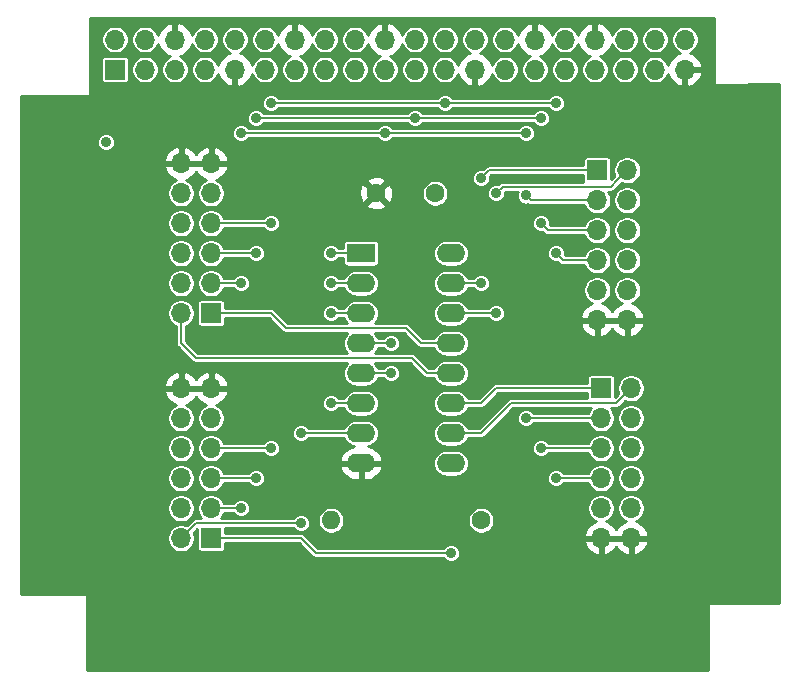
<source format=gbr>
G04 #@! TF.GenerationSoftware,KiCad,Pcbnew,(5.1.5)-3*
G04 #@! TF.CreationDate,2021-06-18T18:55:48-04:00*
G04 #@! TF.ProjectId,RPI_SPI8,5250495f-5350-4493-982e-6b696361645f,2*
G04 #@! TF.SameCoordinates,Original*
G04 #@! TF.FileFunction,Copper,L2,Bot*
G04 #@! TF.FilePolarity,Positive*
%FSLAX46Y46*%
G04 Gerber Fmt 4.6, Leading zero omitted, Abs format (unit mm)*
G04 Created by KiCad (PCBNEW (5.1.5)-3) date 2021-06-18 18:55:48*
%MOMM*%
%LPD*%
G04 APERTURE LIST*
%ADD10O,1.700000X1.700000*%
%ADD11R,1.700000X1.700000*%
%ADD12R,2.400000X1.600000*%
%ADD13O,2.400000X1.600000*%
%ADD14C,1.600000*%
%ADD15O,1.600000X1.600000*%
%ADD16C,0.889000*%
%ADD17C,0.203200*%
%ADD18C,0.254000*%
G04 APERTURE END LIST*
D10*
X13970000Y-31750000D03*
X16510000Y-31750000D03*
X13970000Y-34290000D03*
X16510000Y-34290000D03*
X13970000Y-36830000D03*
X16510000Y-36830000D03*
X13970000Y-39370000D03*
X16510000Y-39370000D03*
X13970000Y-41910000D03*
X16510000Y-41910000D03*
X13970000Y-44450000D03*
D11*
X16510000Y-44450000D03*
D10*
X56630000Y-2230000D03*
X56630000Y-4770000D03*
X54090000Y-2230000D03*
X54090000Y-4770000D03*
X51550000Y-2230000D03*
X51550000Y-4770000D03*
X49010000Y-2230000D03*
X49010000Y-4770000D03*
X46470000Y-2230000D03*
X46470000Y-4770000D03*
X43930000Y-2230000D03*
X43930000Y-4770000D03*
X41390000Y-2230000D03*
X41390000Y-4770000D03*
X38850000Y-2230000D03*
X38850000Y-4770000D03*
X36310000Y-2230000D03*
X36310000Y-4770000D03*
X33770000Y-2230000D03*
X33770000Y-4770000D03*
X31230000Y-2230000D03*
X31230000Y-4770000D03*
X28690000Y-2230000D03*
X28690000Y-4770000D03*
X26150000Y-2230000D03*
X26150000Y-4770000D03*
X23610000Y-2230000D03*
X23610000Y-4770000D03*
X21070000Y-2230000D03*
X21070000Y-4770000D03*
X18530000Y-2230000D03*
X18530000Y-4770000D03*
X15990000Y-2230000D03*
X15990000Y-4770000D03*
X13450000Y-2230000D03*
X13450000Y-4770000D03*
X10910000Y-2230000D03*
X10910000Y-4770000D03*
X8370000Y-2230000D03*
D11*
X8370000Y-4770000D03*
X49530000Y-31750000D03*
D10*
X52070000Y-31750000D03*
X49530000Y-34290000D03*
X52070000Y-34290000D03*
X49530000Y-36830000D03*
X52070000Y-36830000D03*
X49530000Y-39370000D03*
X52070000Y-39370000D03*
X49530000Y-41910000D03*
X52070000Y-41910000D03*
X49530000Y-44450000D03*
X52070000Y-44450000D03*
D11*
X49200000Y-13300000D03*
D10*
X51740000Y-13300000D03*
X49200000Y-15840000D03*
X51740000Y-15840000D03*
X49200000Y-18380000D03*
X51740000Y-18380000D03*
X49200000Y-20920000D03*
X51740000Y-20920000D03*
X49200000Y-23460000D03*
X51740000Y-23460000D03*
X49200000Y-26000000D03*
X51740000Y-26000000D03*
D12*
X29210000Y-20320000D03*
D13*
X36830000Y-38100000D03*
X29210000Y-22860000D03*
X36830000Y-35560000D03*
X29210000Y-25400000D03*
X36830000Y-33020000D03*
X29210000Y-27940000D03*
X36830000Y-30480000D03*
X29210000Y-30480000D03*
X36830000Y-27940000D03*
X29210000Y-33020000D03*
X36830000Y-25400000D03*
X29210000Y-35560000D03*
X36830000Y-22860000D03*
X29210000Y-38100000D03*
X36830000Y-20320000D03*
D14*
X30480000Y-15240000D03*
X35480000Y-15240000D03*
X39370000Y-42926000D03*
D15*
X26670000Y-42926000D03*
D11*
X16510000Y-25400000D03*
D10*
X13970000Y-25400000D03*
X16510000Y-22860000D03*
X13970000Y-22860000D03*
X16510000Y-20320000D03*
X13970000Y-20320000D03*
X16510000Y-17780000D03*
X13970000Y-17780000D03*
X16510000Y-15240000D03*
X13970000Y-15240000D03*
X16510000Y-12700000D03*
X13970000Y-12700000D03*
D16*
X7620000Y-10922000D03*
X31750000Y-27940000D03*
X31750000Y-30480000D03*
X21590000Y-36830000D03*
X16510000Y-17780000D03*
X21590000Y-17780000D03*
X21590000Y-7620000D03*
X45720000Y-7620000D03*
X45720000Y-20320000D03*
X45720000Y-39370000D03*
X36322000Y-7620000D03*
X20320000Y-39370000D03*
X20320000Y-20320000D03*
X20320000Y-8890000D03*
X44450000Y-17780000D03*
X44450000Y-8890000D03*
X44450000Y-8890000D03*
X44450000Y-36830000D03*
X33782000Y-8890000D03*
X19050000Y-41910000D03*
X19050000Y-22860000D03*
X19050000Y-10160000D03*
X43180000Y-15434499D03*
X43180000Y-10160000D03*
X43180000Y-34290000D03*
X31242000Y-10160000D03*
X26670000Y-20320000D03*
X26670000Y-22860000D03*
X26670000Y-25400000D03*
X36830000Y-45720000D03*
X40640000Y-15240000D03*
X40640000Y-25400000D03*
X24130000Y-43180000D03*
X24130000Y-35560000D03*
X39370000Y-22860000D03*
X39370000Y-13970000D03*
X26670000Y-33020000D03*
D17*
X29210000Y-27940000D02*
X31750000Y-27940000D01*
X29210000Y-30480000D02*
X31750000Y-30480000D01*
X16510000Y-36830000D02*
X21590000Y-36830000D01*
X16510000Y-17780000D02*
X21590000Y-17780000D01*
X21590000Y-7620000D02*
X35560000Y-7620000D01*
X46320000Y-20920000D02*
X45720000Y-20320000D01*
X49200000Y-20920000D02*
X46320000Y-20920000D01*
X49530000Y-39370000D02*
X45720000Y-39370000D01*
X35560000Y-7620000D02*
X36322000Y-7620000D01*
X36322000Y-7620000D02*
X45720000Y-7620000D01*
X16510000Y-39370000D02*
X20320000Y-39370000D01*
X20320000Y-20320000D02*
X16510000Y-20320000D01*
X20320000Y-8890000D02*
X33020000Y-8890000D01*
X49200000Y-18380000D02*
X45050000Y-18380000D01*
X45050000Y-18380000D02*
X44450000Y-17780000D01*
X44450000Y-36830000D02*
X49530000Y-36830000D01*
X33020000Y-8890000D02*
X33782000Y-8890000D01*
X33782000Y-8890000D02*
X44450000Y-8890000D01*
X16510000Y-41910000D02*
X19050000Y-41910000D01*
X19050000Y-22860000D02*
X16510000Y-22860000D01*
X19050000Y-10160000D02*
X30480000Y-10160000D01*
X49200000Y-15840000D02*
X43585501Y-15840000D01*
X43585501Y-15840000D02*
X43180000Y-15434499D01*
X49530000Y-34290000D02*
X43180000Y-34290000D01*
X43180000Y-10160000D02*
X31242000Y-10160000D01*
X31242000Y-10160000D02*
X30480000Y-10160000D01*
X29210000Y-20320000D02*
X26670000Y-20320000D01*
X29210000Y-22860000D02*
X26670000Y-22860000D01*
X29210000Y-25400000D02*
X26670000Y-25400000D01*
X16510000Y-44450000D02*
X24130000Y-44450000D01*
X24130000Y-44450000D02*
X25400000Y-45720000D01*
X25400000Y-45720000D02*
X36830000Y-45720000D01*
X50800000Y-33020000D02*
X52070000Y-31750000D01*
X36830000Y-35560000D02*
X39370000Y-35560000D01*
X41910000Y-33020000D02*
X50800000Y-33020000D01*
X39370000Y-35560000D02*
X41910000Y-33020000D01*
X36830000Y-33020000D02*
X39370000Y-33020000D01*
X40640000Y-31750000D02*
X49530000Y-31750000D01*
X39370000Y-33020000D02*
X40640000Y-31750000D01*
X36830000Y-30480000D02*
X34798000Y-30480000D01*
X34798000Y-30480000D02*
X33528000Y-29210000D01*
X33528000Y-29210000D02*
X15240000Y-29210000D01*
X13970000Y-27940000D02*
X13970000Y-25400000D01*
X15240000Y-29210000D02*
X13970000Y-27940000D01*
X36830000Y-27940000D02*
X34290000Y-27940000D01*
X34290000Y-27940000D02*
X33020000Y-26670000D01*
X33020000Y-26670000D02*
X22860000Y-26670000D01*
X21590000Y-25400000D02*
X16510000Y-25400000D01*
X22860000Y-26670000D02*
X21590000Y-25400000D01*
X36830000Y-25400000D02*
X40640000Y-25400000D01*
X50890001Y-14149999D02*
X51740000Y-13300000D01*
X50354801Y-14685199D02*
X50890001Y-14149999D01*
X41194801Y-14685199D02*
X50354801Y-14685199D01*
X40640000Y-15240000D02*
X41194801Y-14685199D01*
X13970000Y-44450000D02*
X15240000Y-43180000D01*
X15240000Y-43180000D02*
X24130000Y-43180000D01*
X29210000Y-35560000D02*
X24130000Y-35560000D01*
X36830000Y-22860000D02*
X39370000Y-22860000D01*
X49200000Y-13300000D02*
X40040000Y-13300000D01*
X40040000Y-13300000D02*
X39370000Y-13970000D01*
X26670000Y-33020000D02*
X29210000Y-33020000D01*
D18*
G36*
X59055000Y-5969000D02*
G01*
X59057440Y-5993776D01*
X59064667Y-6017601D01*
X59076403Y-6039557D01*
X59092197Y-6058803D01*
X59111443Y-6074597D01*
X59133399Y-6086333D01*
X59157224Y-6093560D01*
X59184760Y-6095970D01*
X64619800Y-5977817D01*
X64619801Y-49911000D01*
X58674000Y-49911000D01*
X58649224Y-49913440D01*
X58625399Y-49920667D01*
X58603443Y-49932403D01*
X58584197Y-49948197D01*
X58568403Y-49967443D01*
X58556667Y-49989399D01*
X58549440Y-50013224D01*
X58547000Y-50038000D01*
X58547000Y-55619800D01*
X5969000Y-55619800D01*
X5969000Y-49276000D01*
X5966560Y-49251224D01*
X5959333Y-49227399D01*
X5947597Y-49205443D01*
X5931803Y-49186197D01*
X5912557Y-49170403D01*
X5890601Y-49158667D01*
X5866776Y-49151440D01*
X5842000Y-49149000D01*
X380200Y-49149000D01*
X380200Y-44333760D01*
X12789800Y-44333760D01*
X12789800Y-44566240D01*
X12835155Y-44794252D01*
X12924121Y-45009034D01*
X13053279Y-45202333D01*
X13217667Y-45366721D01*
X13410966Y-45495879D01*
X13625748Y-45584845D01*
X13853760Y-45630200D01*
X14086240Y-45630200D01*
X14314252Y-45584845D01*
X14529034Y-45495879D01*
X14722333Y-45366721D01*
X14886721Y-45202333D01*
X15015879Y-45009034D01*
X15104845Y-44794252D01*
X15150200Y-44566240D01*
X15150200Y-44333760D01*
X15104845Y-44105748D01*
X15052143Y-43978514D01*
X15328203Y-43702455D01*
X15328203Y-45300000D01*
X15334578Y-45364730D01*
X15353460Y-45426973D01*
X15384121Y-45484337D01*
X15425384Y-45534616D01*
X15475663Y-45575879D01*
X15533027Y-45606540D01*
X15595270Y-45625422D01*
X15660000Y-45631797D01*
X17360000Y-45631797D01*
X17424730Y-45625422D01*
X17486973Y-45606540D01*
X17544337Y-45575879D01*
X17594616Y-45534616D01*
X17635879Y-45484337D01*
X17666540Y-45426973D01*
X17685422Y-45364730D01*
X17691797Y-45300000D01*
X17691797Y-44881800D01*
X23951144Y-44881800D01*
X25079674Y-46010332D01*
X25093194Y-46026806D01*
X25158944Y-46080766D01*
X25233958Y-46120861D01*
X25315352Y-46145552D01*
X25399999Y-46153889D01*
X25421209Y-46151800D01*
X36186796Y-46151800D01*
X36228252Y-46213842D01*
X36336158Y-46321748D01*
X36463042Y-46406530D01*
X36604028Y-46464928D01*
X36753699Y-46494700D01*
X36906301Y-46494700D01*
X37055972Y-46464928D01*
X37196958Y-46406530D01*
X37323842Y-46321748D01*
X37431748Y-46213842D01*
X37516530Y-46086958D01*
X37574928Y-45945972D01*
X37604700Y-45796301D01*
X37604700Y-45643699D01*
X37574928Y-45494028D01*
X37516530Y-45353042D01*
X37431748Y-45226158D01*
X37323842Y-45118252D01*
X37196958Y-45033470D01*
X37055972Y-44975072D01*
X36906301Y-44945300D01*
X36753699Y-44945300D01*
X36604028Y-44975072D01*
X36463042Y-45033470D01*
X36336158Y-45118252D01*
X36228252Y-45226158D01*
X36186796Y-45288200D01*
X25578858Y-45288200D01*
X25097548Y-44806890D01*
X48088524Y-44806890D01*
X48133175Y-44954099D01*
X48258359Y-45216920D01*
X48432412Y-45450269D01*
X48648645Y-45645178D01*
X48898748Y-45794157D01*
X49173109Y-45891481D01*
X49403000Y-45770814D01*
X49403000Y-44577000D01*
X49657000Y-44577000D01*
X49657000Y-45770814D01*
X49886891Y-45891481D01*
X50161252Y-45794157D01*
X50411355Y-45645178D01*
X50627588Y-45450269D01*
X50800000Y-45219120D01*
X50972412Y-45450269D01*
X51188645Y-45645178D01*
X51438748Y-45794157D01*
X51713109Y-45891481D01*
X51943000Y-45770814D01*
X51943000Y-44577000D01*
X52197000Y-44577000D01*
X52197000Y-45770814D01*
X52426891Y-45891481D01*
X52701252Y-45794157D01*
X52951355Y-45645178D01*
X53167588Y-45450269D01*
X53341641Y-45216920D01*
X53466825Y-44954099D01*
X53511476Y-44806890D01*
X53390155Y-44577000D01*
X52197000Y-44577000D01*
X51943000Y-44577000D01*
X49657000Y-44577000D01*
X49403000Y-44577000D01*
X48209845Y-44577000D01*
X48088524Y-44806890D01*
X25097548Y-44806890D01*
X24450335Y-44159679D01*
X24436806Y-44143194D01*
X24375779Y-44093110D01*
X48088524Y-44093110D01*
X48209845Y-44323000D01*
X49403000Y-44323000D01*
X49403000Y-44303000D01*
X49657000Y-44303000D01*
X49657000Y-44323000D01*
X51943000Y-44323000D01*
X51943000Y-44303000D01*
X52197000Y-44303000D01*
X52197000Y-44323000D01*
X53390155Y-44323000D01*
X53511476Y-44093110D01*
X53466825Y-43945901D01*
X53341641Y-43683080D01*
X53167588Y-43449731D01*
X52951355Y-43254822D01*
X52701252Y-43105843D01*
X52467324Y-43022862D01*
X52629034Y-42955879D01*
X52822333Y-42826721D01*
X52986721Y-42662333D01*
X53115879Y-42469034D01*
X53204845Y-42254252D01*
X53250200Y-42026240D01*
X53250200Y-41793760D01*
X53204845Y-41565748D01*
X53115879Y-41350966D01*
X52986721Y-41157667D01*
X52822333Y-40993279D01*
X52629034Y-40864121D01*
X52414252Y-40775155D01*
X52186240Y-40729800D01*
X51953760Y-40729800D01*
X51725748Y-40775155D01*
X51510966Y-40864121D01*
X51317667Y-40993279D01*
X51153279Y-41157667D01*
X51024121Y-41350966D01*
X50935155Y-41565748D01*
X50889800Y-41793760D01*
X50889800Y-42026240D01*
X50935155Y-42254252D01*
X51024121Y-42469034D01*
X51153279Y-42662333D01*
X51317667Y-42826721D01*
X51510966Y-42955879D01*
X51672676Y-43022862D01*
X51438748Y-43105843D01*
X51188645Y-43254822D01*
X50972412Y-43449731D01*
X50800000Y-43680880D01*
X50627588Y-43449731D01*
X50411355Y-43254822D01*
X50161252Y-43105843D01*
X49927324Y-43022862D01*
X50089034Y-42955879D01*
X50282333Y-42826721D01*
X50446721Y-42662333D01*
X50575879Y-42469034D01*
X50664845Y-42254252D01*
X50710200Y-42026240D01*
X50710200Y-41793760D01*
X50664845Y-41565748D01*
X50575879Y-41350966D01*
X50446721Y-41157667D01*
X50282333Y-40993279D01*
X50089034Y-40864121D01*
X49874252Y-40775155D01*
X49646240Y-40729800D01*
X49413760Y-40729800D01*
X49185748Y-40775155D01*
X48970966Y-40864121D01*
X48777667Y-40993279D01*
X48613279Y-41157667D01*
X48484121Y-41350966D01*
X48395155Y-41565748D01*
X48349800Y-41793760D01*
X48349800Y-42026240D01*
X48395155Y-42254252D01*
X48484121Y-42469034D01*
X48613279Y-42662333D01*
X48777667Y-42826721D01*
X48970966Y-42955879D01*
X49132676Y-43022862D01*
X48898748Y-43105843D01*
X48648645Y-43254822D01*
X48432412Y-43449731D01*
X48258359Y-43683080D01*
X48133175Y-43945901D01*
X48088524Y-44093110D01*
X24375779Y-44093110D01*
X24371056Y-44089234D01*
X24296042Y-44049139D01*
X24214648Y-44024448D01*
X24151210Y-44018200D01*
X24130000Y-44016111D01*
X24108790Y-44018200D01*
X17691797Y-44018200D01*
X17691797Y-43611800D01*
X23486796Y-43611800D01*
X23528252Y-43673842D01*
X23636158Y-43781748D01*
X23763042Y-43866530D01*
X23904028Y-43924928D01*
X24053699Y-43954700D01*
X24206301Y-43954700D01*
X24355972Y-43924928D01*
X24496958Y-43866530D01*
X24623842Y-43781748D01*
X24731748Y-43673842D01*
X24816530Y-43546958D01*
X24874928Y-43405972D01*
X24904700Y-43256301D01*
X24904700Y-43103699D01*
X24874928Y-42954028D01*
X24817211Y-42814685D01*
X25539800Y-42814685D01*
X25539800Y-43037315D01*
X25583233Y-43255667D01*
X25668429Y-43461351D01*
X25792116Y-43646461D01*
X25949539Y-43803884D01*
X26134649Y-43927571D01*
X26340333Y-44012767D01*
X26558685Y-44056200D01*
X26781315Y-44056200D01*
X26999667Y-44012767D01*
X27205351Y-43927571D01*
X27390461Y-43803884D01*
X27547884Y-43646461D01*
X27671571Y-43461351D01*
X27756767Y-43255667D01*
X27800200Y-43037315D01*
X27800200Y-42814685D01*
X38239800Y-42814685D01*
X38239800Y-43037315D01*
X38283233Y-43255667D01*
X38368429Y-43461351D01*
X38492116Y-43646461D01*
X38649539Y-43803884D01*
X38834649Y-43927571D01*
X39040333Y-44012767D01*
X39258685Y-44056200D01*
X39481315Y-44056200D01*
X39699667Y-44012767D01*
X39905351Y-43927571D01*
X40090461Y-43803884D01*
X40247884Y-43646461D01*
X40371571Y-43461351D01*
X40456767Y-43255667D01*
X40500200Y-43037315D01*
X40500200Y-42814685D01*
X40456767Y-42596333D01*
X40371571Y-42390649D01*
X40247884Y-42205539D01*
X40090461Y-42048116D01*
X39905351Y-41924429D01*
X39699667Y-41839233D01*
X39481315Y-41795800D01*
X39258685Y-41795800D01*
X39040333Y-41839233D01*
X38834649Y-41924429D01*
X38649539Y-42048116D01*
X38492116Y-42205539D01*
X38368429Y-42390649D01*
X38283233Y-42596333D01*
X38239800Y-42814685D01*
X27800200Y-42814685D01*
X27756767Y-42596333D01*
X27671571Y-42390649D01*
X27547884Y-42205539D01*
X27390461Y-42048116D01*
X27205351Y-41924429D01*
X26999667Y-41839233D01*
X26781315Y-41795800D01*
X26558685Y-41795800D01*
X26340333Y-41839233D01*
X26134649Y-41924429D01*
X25949539Y-42048116D01*
X25792116Y-42205539D01*
X25668429Y-42390649D01*
X25583233Y-42596333D01*
X25539800Y-42814685D01*
X24817211Y-42814685D01*
X24816530Y-42813042D01*
X24731748Y-42686158D01*
X24623842Y-42578252D01*
X24496958Y-42493470D01*
X24355972Y-42435072D01*
X24206301Y-42405300D01*
X24053699Y-42405300D01*
X23904028Y-42435072D01*
X23763042Y-42493470D01*
X23636158Y-42578252D01*
X23528252Y-42686158D01*
X23486796Y-42748200D01*
X17340854Y-42748200D01*
X17426721Y-42662333D01*
X17555879Y-42469034D01*
X17608581Y-42341800D01*
X18406796Y-42341800D01*
X18448252Y-42403842D01*
X18556158Y-42511748D01*
X18683042Y-42596530D01*
X18824028Y-42654928D01*
X18973699Y-42684700D01*
X19126301Y-42684700D01*
X19275972Y-42654928D01*
X19416958Y-42596530D01*
X19543842Y-42511748D01*
X19651748Y-42403842D01*
X19736530Y-42276958D01*
X19794928Y-42135972D01*
X19824700Y-41986301D01*
X19824700Y-41833699D01*
X19794928Y-41684028D01*
X19736530Y-41543042D01*
X19651748Y-41416158D01*
X19543842Y-41308252D01*
X19416958Y-41223470D01*
X19275972Y-41165072D01*
X19126301Y-41135300D01*
X18973699Y-41135300D01*
X18824028Y-41165072D01*
X18683042Y-41223470D01*
X18556158Y-41308252D01*
X18448252Y-41416158D01*
X18406796Y-41478200D01*
X17608581Y-41478200D01*
X17555879Y-41350966D01*
X17426721Y-41157667D01*
X17262333Y-40993279D01*
X17069034Y-40864121D01*
X16854252Y-40775155D01*
X16626240Y-40729800D01*
X16393760Y-40729800D01*
X16165748Y-40775155D01*
X15950966Y-40864121D01*
X15757667Y-40993279D01*
X15593279Y-41157667D01*
X15464121Y-41350966D01*
X15375155Y-41565748D01*
X15329800Y-41793760D01*
X15329800Y-42026240D01*
X15375155Y-42254252D01*
X15464121Y-42469034D01*
X15593279Y-42662333D01*
X15679146Y-42748200D01*
X15261209Y-42748200D01*
X15239999Y-42746111D01*
X15155352Y-42754448D01*
X15073958Y-42779139D01*
X14998944Y-42819234D01*
X14933194Y-42873194D01*
X14919674Y-42889668D01*
X14441486Y-43367857D01*
X14314252Y-43315155D01*
X14086240Y-43269800D01*
X13853760Y-43269800D01*
X13625748Y-43315155D01*
X13410966Y-43404121D01*
X13217667Y-43533279D01*
X13053279Y-43697667D01*
X12924121Y-43890966D01*
X12835155Y-44105748D01*
X12789800Y-44333760D01*
X380200Y-44333760D01*
X380200Y-41793760D01*
X12789800Y-41793760D01*
X12789800Y-42026240D01*
X12835155Y-42254252D01*
X12924121Y-42469034D01*
X13053279Y-42662333D01*
X13217667Y-42826721D01*
X13410966Y-42955879D01*
X13625748Y-43044845D01*
X13853760Y-43090200D01*
X14086240Y-43090200D01*
X14314252Y-43044845D01*
X14529034Y-42955879D01*
X14722333Y-42826721D01*
X14886721Y-42662333D01*
X15015879Y-42469034D01*
X15104845Y-42254252D01*
X15150200Y-42026240D01*
X15150200Y-41793760D01*
X15104845Y-41565748D01*
X15015879Y-41350966D01*
X14886721Y-41157667D01*
X14722333Y-40993279D01*
X14529034Y-40864121D01*
X14314252Y-40775155D01*
X14086240Y-40729800D01*
X13853760Y-40729800D01*
X13625748Y-40775155D01*
X13410966Y-40864121D01*
X13217667Y-40993279D01*
X13053279Y-41157667D01*
X12924121Y-41350966D01*
X12835155Y-41565748D01*
X12789800Y-41793760D01*
X380200Y-41793760D01*
X380200Y-39253760D01*
X12789800Y-39253760D01*
X12789800Y-39486240D01*
X12835155Y-39714252D01*
X12924121Y-39929034D01*
X13053279Y-40122333D01*
X13217667Y-40286721D01*
X13410966Y-40415879D01*
X13625748Y-40504845D01*
X13853760Y-40550200D01*
X14086240Y-40550200D01*
X14314252Y-40504845D01*
X14529034Y-40415879D01*
X14722333Y-40286721D01*
X14886721Y-40122333D01*
X15015879Y-39929034D01*
X15104845Y-39714252D01*
X15150200Y-39486240D01*
X15150200Y-39253760D01*
X15329800Y-39253760D01*
X15329800Y-39486240D01*
X15375155Y-39714252D01*
X15464121Y-39929034D01*
X15593279Y-40122333D01*
X15757667Y-40286721D01*
X15950966Y-40415879D01*
X16165748Y-40504845D01*
X16393760Y-40550200D01*
X16626240Y-40550200D01*
X16854252Y-40504845D01*
X17069034Y-40415879D01*
X17262333Y-40286721D01*
X17426721Y-40122333D01*
X17555879Y-39929034D01*
X17608581Y-39801800D01*
X19676796Y-39801800D01*
X19718252Y-39863842D01*
X19826158Y-39971748D01*
X19953042Y-40056530D01*
X20094028Y-40114928D01*
X20243699Y-40144700D01*
X20396301Y-40144700D01*
X20545972Y-40114928D01*
X20686958Y-40056530D01*
X20813842Y-39971748D01*
X20921748Y-39863842D01*
X21006530Y-39736958D01*
X21064928Y-39595972D01*
X21094700Y-39446301D01*
X21094700Y-39293699D01*
X21064928Y-39144028D01*
X21006530Y-39003042D01*
X20921748Y-38876158D01*
X20813842Y-38768252D01*
X20686958Y-38683470D01*
X20545972Y-38625072D01*
X20396301Y-38595300D01*
X20243699Y-38595300D01*
X20094028Y-38625072D01*
X19953042Y-38683470D01*
X19826158Y-38768252D01*
X19718252Y-38876158D01*
X19676796Y-38938200D01*
X17608581Y-38938200D01*
X17555879Y-38810966D01*
X17426721Y-38617667D01*
X17262333Y-38453279D01*
X17255988Y-38449039D01*
X27418096Y-38449039D01*
X27435633Y-38531818D01*
X27546285Y-38791646D01*
X27705500Y-39024895D01*
X27907161Y-39222601D01*
X28143517Y-39377166D01*
X28405486Y-39482650D01*
X28683000Y-39535000D01*
X29083000Y-39535000D01*
X29083000Y-38227000D01*
X29337000Y-38227000D01*
X29337000Y-39535000D01*
X29737000Y-39535000D01*
X30014514Y-39482650D01*
X30276483Y-39377166D01*
X30404118Y-39293699D01*
X44945300Y-39293699D01*
X44945300Y-39446301D01*
X44975072Y-39595972D01*
X45033470Y-39736958D01*
X45118252Y-39863842D01*
X45226158Y-39971748D01*
X45353042Y-40056530D01*
X45494028Y-40114928D01*
X45643699Y-40144700D01*
X45796301Y-40144700D01*
X45945972Y-40114928D01*
X46086958Y-40056530D01*
X46213842Y-39971748D01*
X46321748Y-39863842D01*
X46363204Y-39801800D01*
X48431419Y-39801800D01*
X48484121Y-39929034D01*
X48613279Y-40122333D01*
X48777667Y-40286721D01*
X48970966Y-40415879D01*
X49185748Y-40504845D01*
X49413760Y-40550200D01*
X49646240Y-40550200D01*
X49874252Y-40504845D01*
X50089034Y-40415879D01*
X50282333Y-40286721D01*
X50446721Y-40122333D01*
X50575879Y-39929034D01*
X50664845Y-39714252D01*
X50710200Y-39486240D01*
X50710200Y-39253760D01*
X50889800Y-39253760D01*
X50889800Y-39486240D01*
X50935155Y-39714252D01*
X51024121Y-39929034D01*
X51153279Y-40122333D01*
X51317667Y-40286721D01*
X51510966Y-40415879D01*
X51725748Y-40504845D01*
X51953760Y-40550200D01*
X52186240Y-40550200D01*
X52414252Y-40504845D01*
X52629034Y-40415879D01*
X52822333Y-40286721D01*
X52986721Y-40122333D01*
X53115879Y-39929034D01*
X53204845Y-39714252D01*
X53250200Y-39486240D01*
X53250200Y-39253760D01*
X53204845Y-39025748D01*
X53115879Y-38810966D01*
X52986721Y-38617667D01*
X52822333Y-38453279D01*
X52629034Y-38324121D01*
X52414252Y-38235155D01*
X52186240Y-38189800D01*
X51953760Y-38189800D01*
X51725748Y-38235155D01*
X51510966Y-38324121D01*
X51317667Y-38453279D01*
X51153279Y-38617667D01*
X51024121Y-38810966D01*
X50935155Y-39025748D01*
X50889800Y-39253760D01*
X50710200Y-39253760D01*
X50664845Y-39025748D01*
X50575879Y-38810966D01*
X50446721Y-38617667D01*
X50282333Y-38453279D01*
X50089034Y-38324121D01*
X49874252Y-38235155D01*
X49646240Y-38189800D01*
X49413760Y-38189800D01*
X49185748Y-38235155D01*
X48970966Y-38324121D01*
X48777667Y-38453279D01*
X48613279Y-38617667D01*
X48484121Y-38810966D01*
X48431419Y-38938200D01*
X46363204Y-38938200D01*
X46321748Y-38876158D01*
X46213842Y-38768252D01*
X46086958Y-38683470D01*
X45945972Y-38625072D01*
X45796301Y-38595300D01*
X45643699Y-38595300D01*
X45494028Y-38625072D01*
X45353042Y-38683470D01*
X45226158Y-38768252D01*
X45118252Y-38876158D01*
X45033470Y-39003042D01*
X44975072Y-39144028D01*
X44945300Y-39293699D01*
X30404118Y-39293699D01*
X30512839Y-39222601D01*
X30714500Y-39024895D01*
X30873715Y-38791646D01*
X30984367Y-38531818D01*
X31001904Y-38449039D01*
X30879915Y-38227000D01*
X29337000Y-38227000D01*
X29083000Y-38227000D01*
X27540085Y-38227000D01*
X27418096Y-38449039D01*
X17255988Y-38449039D01*
X17069034Y-38324121D01*
X16854252Y-38235155D01*
X16626240Y-38189800D01*
X16393760Y-38189800D01*
X16165748Y-38235155D01*
X15950966Y-38324121D01*
X15757667Y-38453279D01*
X15593279Y-38617667D01*
X15464121Y-38810966D01*
X15375155Y-39025748D01*
X15329800Y-39253760D01*
X15150200Y-39253760D01*
X15104845Y-39025748D01*
X15015879Y-38810966D01*
X14886721Y-38617667D01*
X14722333Y-38453279D01*
X14529034Y-38324121D01*
X14314252Y-38235155D01*
X14086240Y-38189800D01*
X13853760Y-38189800D01*
X13625748Y-38235155D01*
X13410966Y-38324121D01*
X13217667Y-38453279D01*
X13053279Y-38617667D01*
X12924121Y-38810966D01*
X12835155Y-39025748D01*
X12789800Y-39253760D01*
X380200Y-39253760D01*
X380200Y-38100000D01*
X35294332Y-38100000D01*
X35316154Y-38321558D01*
X35380780Y-38534601D01*
X35485727Y-38730943D01*
X35626961Y-38903039D01*
X35799057Y-39044273D01*
X35995399Y-39149220D01*
X36208442Y-39213846D01*
X36374484Y-39230200D01*
X37285516Y-39230200D01*
X37451558Y-39213846D01*
X37664601Y-39149220D01*
X37860943Y-39044273D01*
X38033039Y-38903039D01*
X38174273Y-38730943D01*
X38279220Y-38534601D01*
X38343846Y-38321558D01*
X38365668Y-38100000D01*
X38343846Y-37878442D01*
X38279220Y-37665399D01*
X38174273Y-37469057D01*
X38033039Y-37296961D01*
X37860943Y-37155727D01*
X37664601Y-37050780D01*
X37451558Y-36986154D01*
X37285516Y-36969800D01*
X36374484Y-36969800D01*
X36208442Y-36986154D01*
X35995399Y-37050780D01*
X35799057Y-37155727D01*
X35626961Y-37296961D01*
X35485727Y-37469057D01*
X35380780Y-37665399D01*
X35316154Y-37878442D01*
X35294332Y-38100000D01*
X380200Y-38100000D01*
X380200Y-36713760D01*
X12789800Y-36713760D01*
X12789800Y-36946240D01*
X12835155Y-37174252D01*
X12924121Y-37389034D01*
X13053279Y-37582333D01*
X13217667Y-37746721D01*
X13410966Y-37875879D01*
X13625748Y-37964845D01*
X13853760Y-38010200D01*
X14086240Y-38010200D01*
X14314252Y-37964845D01*
X14529034Y-37875879D01*
X14722333Y-37746721D01*
X14886721Y-37582333D01*
X15015879Y-37389034D01*
X15104845Y-37174252D01*
X15150200Y-36946240D01*
X15150200Y-36713760D01*
X15329800Y-36713760D01*
X15329800Y-36946240D01*
X15375155Y-37174252D01*
X15464121Y-37389034D01*
X15593279Y-37582333D01*
X15757667Y-37746721D01*
X15950966Y-37875879D01*
X16165748Y-37964845D01*
X16393760Y-38010200D01*
X16626240Y-38010200D01*
X16854252Y-37964845D01*
X17069034Y-37875879D01*
X17262333Y-37746721D01*
X17426721Y-37582333D01*
X17555879Y-37389034D01*
X17608581Y-37261800D01*
X20946796Y-37261800D01*
X20988252Y-37323842D01*
X21096158Y-37431748D01*
X21223042Y-37516530D01*
X21364028Y-37574928D01*
X21513699Y-37604700D01*
X21666301Y-37604700D01*
X21815972Y-37574928D01*
X21956958Y-37516530D01*
X22083842Y-37431748D01*
X22191748Y-37323842D01*
X22276530Y-37196958D01*
X22334928Y-37055972D01*
X22364700Y-36906301D01*
X22364700Y-36753699D01*
X22334928Y-36604028D01*
X22276530Y-36463042D01*
X22191748Y-36336158D01*
X22083842Y-36228252D01*
X21956958Y-36143470D01*
X21815972Y-36085072D01*
X21666301Y-36055300D01*
X21513699Y-36055300D01*
X21364028Y-36085072D01*
X21223042Y-36143470D01*
X21096158Y-36228252D01*
X20988252Y-36336158D01*
X20946796Y-36398200D01*
X17608581Y-36398200D01*
X17555879Y-36270966D01*
X17426721Y-36077667D01*
X17262333Y-35913279D01*
X17069034Y-35784121D01*
X16854252Y-35695155D01*
X16626240Y-35649800D01*
X16393760Y-35649800D01*
X16165748Y-35695155D01*
X15950966Y-35784121D01*
X15757667Y-35913279D01*
X15593279Y-36077667D01*
X15464121Y-36270966D01*
X15375155Y-36485748D01*
X15329800Y-36713760D01*
X15150200Y-36713760D01*
X15104845Y-36485748D01*
X15015879Y-36270966D01*
X14886721Y-36077667D01*
X14722333Y-35913279D01*
X14529034Y-35784121D01*
X14314252Y-35695155D01*
X14086240Y-35649800D01*
X13853760Y-35649800D01*
X13625748Y-35695155D01*
X13410966Y-35784121D01*
X13217667Y-35913279D01*
X13053279Y-36077667D01*
X12924121Y-36270966D01*
X12835155Y-36485748D01*
X12789800Y-36713760D01*
X380200Y-36713760D01*
X380200Y-35483699D01*
X23355300Y-35483699D01*
X23355300Y-35636301D01*
X23385072Y-35785972D01*
X23443470Y-35926958D01*
X23528252Y-36053842D01*
X23636158Y-36161748D01*
X23763042Y-36246530D01*
X23904028Y-36304928D01*
X24053699Y-36334700D01*
X24206301Y-36334700D01*
X24355972Y-36304928D01*
X24496958Y-36246530D01*
X24623842Y-36161748D01*
X24731748Y-36053842D01*
X24773204Y-35991800D01*
X27759930Y-35991800D01*
X27760780Y-35994601D01*
X27865727Y-36190943D01*
X28006961Y-36363039D01*
X28179057Y-36504273D01*
X28375399Y-36609220D01*
X28588442Y-36673846D01*
X28619756Y-36676930D01*
X28405486Y-36717350D01*
X28143517Y-36822834D01*
X27907161Y-36977399D01*
X27705500Y-37175105D01*
X27546285Y-37408354D01*
X27435633Y-37668182D01*
X27418096Y-37750961D01*
X27540085Y-37973000D01*
X29083000Y-37973000D01*
X29083000Y-37953000D01*
X29337000Y-37953000D01*
X29337000Y-37973000D01*
X30879915Y-37973000D01*
X31001904Y-37750961D01*
X30984367Y-37668182D01*
X30873715Y-37408354D01*
X30714500Y-37175105D01*
X30512839Y-36977399D01*
X30276483Y-36822834D01*
X30104787Y-36753699D01*
X43675300Y-36753699D01*
X43675300Y-36906301D01*
X43705072Y-37055972D01*
X43763470Y-37196958D01*
X43848252Y-37323842D01*
X43956158Y-37431748D01*
X44083042Y-37516530D01*
X44224028Y-37574928D01*
X44373699Y-37604700D01*
X44526301Y-37604700D01*
X44675972Y-37574928D01*
X44816958Y-37516530D01*
X44943842Y-37431748D01*
X45051748Y-37323842D01*
X45093204Y-37261800D01*
X48431419Y-37261800D01*
X48484121Y-37389034D01*
X48613279Y-37582333D01*
X48777667Y-37746721D01*
X48970966Y-37875879D01*
X49185748Y-37964845D01*
X49413760Y-38010200D01*
X49646240Y-38010200D01*
X49874252Y-37964845D01*
X50089034Y-37875879D01*
X50282333Y-37746721D01*
X50446721Y-37582333D01*
X50575879Y-37389034D01*
X50664845Y-37174252D01*
X50710200Y-36946240D01*
X50710200Y-36713760D01*
X50889800Y-36713760D01*
X50889800Y-36946240D01*
X50935155Y-37174252D01*
X51024121Y-37389034D01*
X51153279Y-37582333D01*
X51317667Y-37746721D01*
X51510966Y-37875879D01*
X51725748Y-37964845D01*
X51953760Y-38010200D01*
X52186240Y-38010200D01*
X52414252Y-37964845D01*
X52629034Y-37875879D01*
X52822333Y-37746721D01*
X52986721Y-37582333D01*
X53115879Y-37389034D01*
X53204845Y-37174252D01*
X53250200Y-36946240D01*
X53250200Y-36713760D01*
X53204845Y-36485748D01*
X53115879Y-36270966D01*
X52986721Y-36077667D01*
X52822333Y-35913279D01*
X52629034Y-35784121D01*
X52414252Y-35695155D01*
X52186240Y-35649800D01*
X51953760Y-35649800D01*
X51725748Y-35695155D01*
X51510966Y-35784121D01*
X51317667Y-35913279D01*
X51153279Y-36077667D01*
X51024121Y-36270966D01*
X50935155Y-36485748D01*
X50889800Y-36713760D01*
X50710200Y-36713760D01*
X50664845Y-36485748D01*
X50575879Y-36270966D01*
X50446721Y-36077667D01*
X50282333Y-35913279D01*
X50089034Y-35784121D01*
X49874252Y-35695155D01*
X49646240Y-35649800D01*
X49413760Y-35649800D01*
X49185748Y-35695155D01*
X48970966Y-35784121D01*
X48777667Y-35913279D01*
X48613279Y-36077667D01*
X48484121Y-36270966D01*
X48431419Y-36398200D01*
X45093204Y-36398200D01*
X45051748Y-36336158D01*
X44943842Y-36228252D01*
X44816958Y-36143470D01*
X44675972Y-36085072D01*
X44526301Y-36055300D01*
X44373699Y-36055300D01*
X44224028Y-36085072D01*
X44083042Y-36143470D01*
X43956158Y-36228252D01*
X43848252Y-36336158D01*
X43763470Y-36463042D01*
X43705072Y-36604028D01*
X43675300Y-36753699D01*
X30104787Y-36753699D01*
X30014514Y-36717350D01*
X29800244Y-36676930D01*
X29831558Y-36673846D01*
X30044601Y-36609220D01*
X30240943Y-36504273D01*
X30413039Y-36363039D01*
X30554273Y-36190943D01*
X30659220Y-35994601D01*
X30723846Y-35781558D01*
X30745668Y-35560000D01*
X30723846Y-35338442D01*
X30659220Y-35125399D01*
X30554273Y-34929057D01*
X30413039Y-34756961D01*
X30240943Y-34615727D01*
X30044601Y-34510780D01*
X29831558Y-34446154D01*
X29665516Y-34429800D01*
X28754484Y-34429800D01*
X28588442Y-34446154D01*
X28375399Y-34510780D01*
X28179057Y-34615727D01*
X28006961Y-34756961D01*
X27865727Y-34929057D01*
X27760780Y-35125399D01*
X27759930Y-35128200D01*
X24773204Y-35128200D01*
X24731748Y-35066158D01*
X24623842Y-34958252D01*
X24496958Y-34873470D01*
X24355972Y-34815072D01*
X24206301Y-34785300D01*
X24053699Y-34785300D01*
X23904028Y-34815072D01*
X23763042Y-34873470D01*
X23636158Y-34958252D01*
X23528252Y-35066158D01*
X23443470Y-35193042D01*
X23385072Y-35334028D01*
X23355300Y-35483699D01*
X380200Y-35483699D01*
X380200Y-32106890D01*
X12528524Y-32106890D01*
X12573175Y-32254099D01*
X12698359Y-32516920D01*
X12872412Y-32750269D01*
X13088645Y-32945178D01*
X13338748Y-33094157D01*
X13572676Y-33177138D01*
X13410966Y-33244121D01*
X13217667Y-33373279D01*
X13053279Y-33537667D01*
X12924121Y-33730966D01*
X12835155Y-33945748D01*
X12789800Y-34173760D01*
X12789800Y-34406240D01*
X12835155Y-34634252D01*
X12924121Y-34849034D01*
X13053279Y-35042333D01*
X13217667Y-35206721D01*
X13410966Y-35335879D01*
X13625748Y-35424845D01*
X13853760Y-35470200D01*
X14086240Y-35470200D01*
X14314252Y-35424845D01*
X14529034Y-35335879D01*
X14722333Y-35206721D01*
X14886721Y-35042333D01*
X15015879Y-34849034D01*
X15104845Y-34634252D01*
X15150200Y-34406240D01*
X15150200Y-34173760D01*
X15104845Y-33945748D01*
X15015879Y-33730966D01*
X14886721Y-33537667D01*
X14722333Y-33373279D01*
X14529034Y-33244121D01*
X14367324Y-33177138D01*
X14601252Y-33094157D01*
X14851355Y-32945178D01*
X15067588Y-32750269D01*
X15240000Y-32519120D01*
X15412412Y-32750269D01*
X15628645Y-32945178D01*
X15878748Y-33094157D01*
X16112676Y-33177138D01*
X15950966Y-33244121D01*
X15757667Y-33373279D01*
X15593279Y-33537667D01*
X15464121Y-33730966D01*
X15375155Y-33945748D01*
X15329800Y-34173760D01*
X15329800Y-34406240D01*
X15375155Y-34634252D01*
X15464121Y-34849034D01*
X15593279Y-35042333D01*
X15757667Y-35206721D01*
X15950966Y-35335879D01*
X16165748Y-35424845D01*
X16393760Y-35470200D01*
X16626240Y-35470200D01*
X16854252Y-35424845D01*
X17069034Y-35335879D01*
X17262333Y-35206721D01*
X17426721Y-35042333D01*
X17555879Y-34849034D01*
X17644845Y-34634252D01*
X17690200Y-34406240D01*
X17690200Y-34173760D01*
X17644845Y-33945748D01*
X17555879Y-33730966D01*
X17426721Y-33537667D01*
X17262333Y-33373279D01*
X17069034Y-33244121D01*
X16907324Y-33177138D01*
X17141252Y-33094157D01*
X17391355Y-32945178D01*
X17392995Y-32943699D01*
X25895300Y-32943699D01*
X25895300Y-33096301D01*
X25925072Y-33245972D01*
X25983470Y-33386958D01*
X26068252Y-33513842D01*
X26176158Y-33621748D01*
X26303042Y-33706530D01*
X26444028Y-33764928D01*
X26593699Y-33794700D01*
X26746301Y-33794700D01*
X26895972Y-33764928D01*
X27036958Y-33706530D01*
X27163842Y-33621748D01*
X27271748Y-33513842D01*
X27313204Y-33451800D01*
X27759930Y-33451800D01*
X27760780Y-33454601D01*
X27865727Y-33650943D01*
X28006961Y-33823039D01*
X28179057Y-33964273D01*
X28375399Y-34069220D01*
X28588442Y-34133846D01*
X28754484Y-34150200D01*
X29665516Y-34150200D01*
X29831558Y-34133846D01*
X30044601Y-34069220D01*
X30240943Y-33964273D01*
X30413039Y-33823039D01*
X30554273Y-33650943D01*
X30659220Y-33454601D01*
X30723846Y-33241558D01*
X30745668Y-33020000D01*
X35294332Y-33020000D01*
X35316154Y-33241558D01*
X35380780Y-33454601D01*
X35485727Y-33650943D01*
X35626961Y-33823039D01*
X35799057Y-33964273D01*
X35995399Y-34069220D01*
X36208442Y-34133846D01*
X36374484Y-34150200D01*
X37285516Y-34150200D01*
X37451558Y-34133846D01*
X37664601Y-34069220D01*
X37860943Y-33964273D01*
X38033039Y-33823039D01*
X38174273Y-33650943D01*
X38279220Y-33454601D01*
X38280070Y-33451800D01*
X39348790Y-33451800D01*
X39370000Y-33453889D01*
X39391210Y-33451800D01*
X39454648Y-33445552D01*
X39536042Y-33420861D01*
X39611056Y-33380766D01*
X39676806Y-33326806D01*
X39690335Y-33310321D01*
X40818858Y-32181800D01*
X48348203Y-32181800D01*
X48348203Y-32588200D01*
X41931202Y-32588200D01*
X41909999Y-32586112D01*
X41888796Y-32588200D01*
X41888790Y-32588200D01*
X41833946Y-32593602D01*
X41825351Y-32594448D01*
X41807050Y-32600000D01*
X41743958Y-32619139D01*
X41668944Y-32659234D01*
X41603194Y-32713194D01*
X41589674Y-32729668D01*
X39191144Y-35128200D01*
X38280070Y-35128200D01*
X38279220Y-35125399D01*
X38174273Y-34929057D01*
X38033039Y-34756961D01*
X37860943Y-34615727D01*
X37664601Y-34510780D01*
X37451558Y-34446154D01*
X37285516Y-34429800D01*
X36374484Y-34429800D01*
X36208442Y-34446154D01*
X35995399Y-34510780D01*
X35799057Y-34615727D01*
X35626961Y-34756961D01*
X35485727Y-34929057D01*
X35380780Y-35125399D01*
X35316154Y-35338442D01*
X35294332Y-35560000D01*
X35316154Y-35781558D01*
X35380780Y-35994601D01*
X35485727Y-36190943D01*
X35626961Y-36363039D01*
X35799057Y-36504273D01*
X35995399Y-36609220D01*
X36208442Y-36673846D01*
X36374484Y-36690200D01*
X37285516Y-36690200D01*
X37451558Y-36673846D01*
X37664601Y-36609220D01*
X37860943Y-36504273D01*
X38033039Y-36363039D01*
X38174273Y-36190943D01*
X38279220Y-35994601D01*
X38280070Y-35991800D01*
X39348790Y-35991800D01*
X39370000Y-35993889D01*
X39391210Y-35991800D01*
X39454648Y-35985552D01*
X39536042Y-35960861D01*
X39611056Y-35920766D01*
X39676806Y-35866806D01*
X39690335Y-35850321D01*
X42088858Y-33451800D01*
X48699146Y-33451800D01*
X48613279Y-33537667D01*
X48484121Y-33730966D01*
X48431419Y-33858200D01*
X43823204Y-33858200D01*
X43781748Y-33796158D01*
X43673842Y-33688252D01*
X43546958Y-33603470D01*
X43405972Y-33545072D01*
X43256301Y-33515300D01*
X43103699Y-33515300D01*
X42954028Y-33545072D01*
X42813042Y-33603470D01*
X42686158Y-33688252D01*
X42578252Y-33796158D01*
X42493470Y-33923042D01*
X42435072Y-34064028D01*
X42405300Y-34213699D01*
X42405300Y-34366301D01*
X42435072Y-34515972D01*
X42493470Y-34656958D01*
X42578252Y-34783842D01*
X42686158Y-34891748D01*
X42813042Y-34976530D01*
X42954028Y-35034928D01*
X43103699Y-35064700D01*
X43256301Y-35064700D01*
X43405972Y-35034928D01*
X43546958Y-34976530D01*
X43673842Y-34891748D01*
X43781748Y-34783842D01*
X43823204Y-34721800D01*
X48431419Y-34721800D01*
X48484121Y-34849034D01*
X48613279Y-35042333D01*
X48777667Y-35206721D01*
X48970966Y-35335879D01*
X49185748Y-35424845D01*
X49413760Y-35470200D01*
X49646240Y-35470200D01*
X49874252Y-35424845D01*
X50089034Y-35335879D01*
X50282333Y-35206721D01*
X50446721Y-35042333D01*
X50575879Y-34849034D01*
X50664845Y-34634252D01*
X50710200Y-34406240D01*
X50710200Y-34173760D01*
X50889800Y-34173760D01*
X50889800Y-34406240D01*
X50935155Y-34634252D01*
X51024121Y-34849034D01*
X51153279Y-35042333D01*
X51317667Y-35206721D01*
X51510966Y-35335879D01*
X51725748Y-35424845D01*
X51953760Y-35470200D01*
X52186240Y-35470200D01*
X52414252Y-35424845D01*
X52629034Y-35335879D01*
X52822333Y-35206721D01*
X52986721Y-35042333D01*
X53115879Y-34849034D01*
X53204845Y-34634252D01*
X53250200Y-34406240D01*
X53250200Y-34173760D01*
X53204845Y-33945748D01*
X53115879Y-33730966D01*
X52986721Y-33537667D01*
X52822333Y-33373279D01*
X52629034Y-33244121D01*
X52414252Y-33155155D01*
X52186240Y-33109800D01*
X51953760Y-33109800D01*
X51725748Y-33155155D01*
X51510966Y-33244121D01*
X51317667Y-33373279D01*
X51153279Y-33537667D01*
X51024121Y-33730966D01*
X50935155Y-33945748D01*
X50889800Y-34173760D01*
X50710200Y-34173760D01*
X50664845Y-33945748D01*
X50575879Y-33730966D01*
X50446721Y-33537667D01*
X50360854Y-33451800D01*
X50778790Y-33451800D01*
X50800000Y-33453889D01*
X50821210Y-33451800D01*
X50884648Y-33445552D01*
X50966042Y-33420861D01*
X51041056Y-33380766D01*
X51106806Y-33326806D01*
X51120335Y-33310321D01*
X51598514Y-32832143D01*
X51725748Y-32884845D01*
X51953760Y-32930200D01*
X52186240Y-32930200D01*
X52414252Y-32884845D01*
X52629034Y-32795879D01*
X52822333Y-32666721D01*
X52986721Y-32502333D01*
X53115879Y-32309034D01*
X53204845Y-32094252D01*
X53250200Y-31866240D01*
X53250200Y-31633760D01*
X53204845Y-31405748D01*
X53115879Y-31190966D01*
X52986721Y-30997667D01*
X52822333Y-30833279D01*
X52629034Y-30704121D01*
X52414252Y-30615155D01*
X52186240Y-30569800D01*
X51953760Y-30569800D01*
X51725748Y-30615155D01*
X51510966Y-30704121D01*
X51317667Y-30833279D01*
X51153279Y-30997667D01*
X51024121Y-31190966D01*
X50935155Y-31405748D01*
X50889800Y-31633760D01*
X50889800Y-31866240D01*
X50935155Y-32094252D01*
X50987857Y-32221486D01*
X50711797Y-32497547D01*
X50711797Y-30900000D01*
X50705422Y-30835270D01*
X50686540Y-30773027D01*
X50655879Y-30715663D01*
X50614616Y-30665384D01*
X50564337Y-30624121D01*
X50506973Y-30593460D01*
X50444730Y-30574578D01*
X50380000Y-30568203D01*
X48680000Y-30568203D01*
X48615270Y-30574578D01*
X48553027Y-30593460D01*
X48495663Y-30624121D01*
X48445384Y-30665384D01*
X48404121Y-30715663D01*
X48373460Y-30773027D01*
X48354578Y-30835270D01*
X48348203Y-30900000D01*
X48348203Y-31318200D01*
X40661209Y-31318200D01*
X40639999Y-31316111D01*
X40555352Y-31324448D01*
X40473958Y-31349139D01*
X40398944Y-31389234D01*
X40333194Y-31443194D01*
X40319674Y-31459668D01*
X39191144Y-32588200D01*
X38280070Y-32588200D01*
X38279220Y-32585399D01*
X38174273Y-32389057D01*
X38033039Y-32216961D01*
X37860943Y-32075727D01*
X37664601Y-31970780D01*
X37451558Y-31906154D01*
X37285516Y-31889800D01*
X36374484Y-31889800D01*
X36208442Y-31906154D01*
X35995399Y-31970780D01*
X35799057Y-32075727D01*
X35626961Y-32216961D01*
X35485727Y-32389057D01*
X35380780Y-32585399D01*
X35316154Y-32798442D01*
X35294332Y-33020000D01*
X30745668Y-33020000D01*
X30723846Y-32798442D01*
X30659220Y-32585399D01*
X30554273Y-32389057D01*
X30413039Y-32216961D01*
X30240943Y-32075727D01*
X30044601Y-31970780D01*
X29831558Y-31906154D01*
X29665516Y-31889800D01*
X28754484Y-31889800D01*
X28588442Y-31906154D01*
X28375399Y-31970780D01*
X28179057Y-32075727D01*
X28006961Y-32216961D01*
X27865727Y-32389057D01*
X27760780Y-32585399D01*
X27759930Y-32588200D01*
X27313204Y-32588200D01*
X27271748Y-32526158D01*
X27163842Y-32418252D01*
X27036958Y-32333470D01*
X26895972Y-32275072D01*
X26746301Y-32245300D01*
X26593699Y-32245300D01*
X26444028Y-32275072D01*
X26303042Y-32333470D01*
X26176158Y-32418252D01*
X26068252Y-32526158D01*
X25983470Y-32653042D01*
X25925072Y-32794028D01*
X25895300Y-32943699D01*
X17392995Y-32943699D01*
X17607588Y-32750269D01*
X17781641Y-32516920D01*
X17906825Y-32254099D01*
X17951476Y-32106890D01*
X17830155Y-31877000D01*
X16637000Y-31877000D01*
X16637000Y-31897000D01*
X16383000Y-31897000D01*
X16383000Y-31877000D01*
X14097000Y-31877000D01*
X14097000Y-31897000D01*
X13843000Y-31897000D01*
X13843000Y-31877000D01*
X12649845Y-31877000D01*
X12528524Y-32106890D01*
X380200Y-32106890D01*
X380200Y-31393110D01*
X12528524Y-31393110D01*
X12649845Y-31623000D01*
X13843000Y-31623000D01*
X13843000Y-30429186D01*
X14097000Y-30429186D01*
X14097000Y-31623000D01*
X16383000Y-31623000D01*
X16383000Y-30429186D01*
X16637000Y-30429186D01*
X16637000Y-31623000D01*
X17830155Y-31623000D01*
X17951476Y-31393110D01*
X17906825Y-31245901D01*
X17781641Y-30983080D01*
X17607588Y-30749731D01*
X17391355Y-30554822D01*
X17141252Y-30405843D01*
X16866891Y-30308519D01*
X16637000Y-30429186D01*
X16383000Y-30429186D01*
X16153109Y-30308519D01*
X15878748Y-30405843D01*
X15628645Y-30554822D01*
X15412412Y-30749731D01*
X15240000Y-30980880D01*
X15067588Y-30749731D01*
X14851355Y-30554822D01*
X14601252Y-30405843D01*
X14326891Y-30308519D01*
X14097000Y-30429186D01*
X13843000Y-30429186D01*
X13613109Y-30308519D01*
X13338748Y-30405843D01*
X13088645Y-30554822D01*
X12872412Y-30749731D01*
X12698359Y-30983080D01*
X12573175Y-31245901D01*
X12528524Y-31393110D01*
X380200Y-31393110D01*
X380200Y-25283760D01*
X12789800Y-25283760D01*
X12789800Y-25516240D01*
X12835155Y-25744252D01*
X12924121Y-25959034D01*
X13053279Y-26152333D01*
X13217667Y-26316721D01*
X13410966Y-26445879D01*
X13538201Y-26498582D01*
X13538200Y-27918790D01*
X13536111Y-27940000D01*
X13538200Y-27961209D01*
X13544448Y-28024647D01*
X13569139Y-28106041D01*
X13609234Y-28181055D01*
X13663194Y-28246806D01*
X13679679Y-28260335D01*
X14919672Y-29500330D01*
X14933194Y-29516806D01*
X14998944Y-29570766D01*
X15073958Y-29610861D01*
X15155352Y-29635552D01*
X15239999Y-29643889D01*
X15261209Y-29641800D01*
X28049805Y-29641800D01*
X28006961Y-29676961D01*
X27865727Y-29849057D01*
X27760780Y-30045399D01*
X27696154Y-30258442D01*
X27674332Y-30480000D01*
X27696154Y-30701558D01*
X27760780Y-30914601D01*
X27865727Y-31110943D01*
X28006961Y-31283039D01*
X28179057Y-31424273D01*
X28375399Y-31529220D01*
X28588442Y-31593846D01*
X28754484Y-31610200D01*
X29665516Y-31610200D01*
X29831558Y-31593846D01*
X30044601Y-31529220D01*
X30240943Y-31424273D01*
X30413039Y-31283039D01*
X30554273Y-31110943D01*
X30659220Y-30914601D01*
X30660070Y-30911800D01*
X31106796Y-30911800D01*
X31148252Y-30973842D01*
X31256158Y-31081748D01*
X31383042Y-31166530D01*
X31524028Y-31224928D01*
X31673699Y-31254700D01*
X31826301Y-31254700D01*
X31975972Y-31224928D01*
X32116958Y-31166530D01*
X32243842Y-31081748D01*
X32351748Y-30973842D01*
X32436530Y-30846958D01*
X32494928Y-30705972D01*
X32524700Y-30556301D01*
X32524700Y-30403699D01*
X32494928Y-30254028D01*
X32436530Y-30113042D01*
X32351748Y-29986158D01*
X32243842Y-29878252D01*
X32116958Y-29793470D01*
X31975972Y-29735072D01*
X31826301Y-29705300D01*
X31673699Y-29705300D01*
X31524028Y-29735072D01*
X31383042Y-29793470D01*
X31256158Y-29878252D01*
X31148252Y-29986158D01*
X31106796Y-30048200D01*
X30660070Y-30048200D01*
X30659220Y-30045399D01*
X30554273Y-29849057D01*
X30413039Y-29676961D01*
X30370195Y-29641800D01*
X33349144Y-29641800D01*
X34477674Y-30770332D01*
X34491194Y-30786806D01*
X34556944Y-30840766D01*
X34631958Y-30880861D01*
X34695050Y-30900000D01*
X34713352Y-30905552D01*
X34797999Y-30913889D01*
X34819209Y-30911800D01*
X35379930Y-30911800D01*
X35380780Y-30914601D01*
X35485727Y-31110943D01*
X35626961Y-31283039D01*
X35799057Y-31424273D01*
X35995399Y-31529220D01*
X36208442Y-31593846D01*
X36374484Y-31610200D01*
X37285516Y-31610200D01*
X37451558Y-31593846D01*
X37664601Y-31529220D01*
X37860943Y-31424273D01*
X38033039Y-31283039D01*
X38174273Y-31110943D01*
X38279220Y-30914601D01*
X38343846Y-30701558D01*
X38365668Y-30480000D01*
X38343846Y-30258442D01*
X38279220Y-30045399D01*
X38174273Y-29849057D01*
X38033039Y-29676961D01*
X37860943Y-29535727D01*
X37664601Y-29430780D01*
X37451558Y-29366154D01*
X37285516Y-29349800D01*
X36374484Y-29349800D01*
X36208442Y-29366154D01*
X35995399Y-29430780D01*
X35799057Y-29535727D01*
X35626961Y-29676961D01*
X35485727Y-29849057D01*
X35380780Y-30045399D01*
X35379930Y-30048200D01*
X34976858Y-30048200D01*
X33848335Y-28919679D01*
X33834806Y-28903194D01*
X33769056Y-28849234D01*
X33694042Y-28809139D01*
X33612648Y-28784448D01*
X33549210Y-28778200D01*
X33528000Y-28776111D01*
X33506790Y-28778200D01*
X30370195Y-28778200D01*
X30413039Y-28743039D01*
X30554273Y-28570943D01*
X30659220Y-28374601D01*
X30660070Y-28371800D01*
X31106796Y-28371800D01*
X31148252Y-28433842D01*
X31256158Y-28541748D01*
X31383042Y-28626530D01*
X31524028Y-28684928D01*
X31673699Y-28714700D01*
X31826301Y-28714700D01*
X31975972Y-28684928D01*
X32116958Y-28626530D01*
X32243842Y-28541748D01*
X32351748Y-28433842D01*
X32436530Y-28306958D01*
X32494928Y-28165972D01*
X32524700Y-28016301D01*
X32524700Y-27863699D01*
X32494928Y-27714028D01*
X32436530Y-27573042D01*
X32351748Y-27446158D01*
X32243842Y-27338252D01*
X32116958Y-27253470D01*
X31975972Y-27195072D01*
X31826301Y-27165300D01*
X31673699Y-27165300D01*
X31524028Y-27195072D01*
X31383042Y-27253470D01*
X31256158Y-27338252D01*
X31148252Y-27446158D01*
X31106796Y-27508200D01*
X30660070Y-27508200D01*
X30659220Y-27505399D01*
X30554273Y-27309057D01*
X30413039Y-27136961D01*
X30370195Y-27101800D01*
X32841144Y-27101800D01*
X33969672Y-28230330D01*
X33983194Y-28246806D01*
X34048944Y-28300766D01*
X34123958Y-28340861D01*
X34205352Y-28365552D01*
X34289999Y-28373889D01*
X34311209Y-28371800D01*
X35379930Y-28371800D01*
X35380780Y-28374601D01*
X35485727Y-28570943D01*
X35626961Y-28743039D01*
X35799057Y-28884273D01*
X35995399Y-28989220D01*
X36208442Y-29053846D01*
X36374484Y-29070200D01*
X37285516Y-29070200D01*
X37451558Y-29053846D01*
X37664601Y-28989220D01*
X37860943Y-28884273D01*
X38033039Y-28743039D01*
X38174273Y-28570943D01*
X38279220Y-28374601D01*
X38343846Y-28161558D01*
X38365668Y-27940000D01*
X38343846Y-27718442D01*
X38279220Y-27505399D01*
X38174273Y-27309057D01*
X38033039Y-27136961D01*
X37860943Y-26995727D01*
X37664601Y-26890780D01*
X37451558Y-26826154D01*
X37285516Y-26809800D01*
X36374484Y-26809800D01*
X36208442Y-26826154D01*
X35995399Y-26890780D01*
X35799057Y-26995727D01*
X35626961Y-27136961D01*
X35485727Y-27309057D01*
X35380780Y-27505399D01*
X35379930Y-27508200D01*
X34468858Y-27508200D01*
X33340335Y-26379679D01*
X33326806Y-26363194D01*
X33261056Y-26309234D01*
X33186042Y-26269139D01*
X33104648Y-26244448D01*
X33041210Y-26238200D01*
X33020000Y-26236111D01*
X32998790Y-26238200D01*
X30370195Y-26238200D01*
X30413039Y-26203039D01*
X30554273Y-26030943D01*
X30659220Y-25834601D01*
X30723846Y-25621558D01*
X30745668Y-25400000D01*
X35294332Y-25400000D01*
X35316154Y-25621558D01*
X35380780Y-25834601D01*
X35485727Y-26030943D01*
X35626961Y-26203039D01*
X35799057Y-26344273D01*
X35995399Y-26449220D01*
X36208442Y-26513846D01*
X36374484Y-26530200D01*
X37285516Y-26530200D01*
X37451558Y-26513846D01*
X37664601Y-26449220D01*
X37837338Y-26356890D01*
X47758524Y-26356890D01*
X47803175Y-26504099D01*
X47928359Y-26766920D01*
X48102412Y-27000269D01*
X48318645Y-27195178D01*
X48568748Y-27344157D01*
X48843109Y-27441481D01*
X49073000Y-27320814D01*
X49073000Y-26127000D01*
X49327000Y-26127000D01*
X49327000Y-27320814D01*
X49556891Y-27441481D01*
X49831252Y-27344157D01*
X50081355Y-27195178D01*
X50297588Y-27000269D01*
X50470000Y-26769120D01*
X50642412Y-27000269D01*
X50858645Y-27195178D01*
X51108748Y-27344157D01*
X51383109Y-27441481D01*
X51613000Y-27320814D01*
X51613000Y-26127000D01*
X51867000Y-26127000D01*
X51867000Y-27320814D01*
X52096891Y-27441481D01*
X52371252Y-27344157D01*
X52621355Y-27195178D01*
X52837588Y-27000269D01*
X53011641Y-26766920D01*
X53136825Y-26504099D01*
X53181476Y-26356890D01*
X53060155Y-26127000D01*
X51867000Y-26127000D01*
X51613000Y-26127000D01*
X49327000Y-26127000D01*
X49073000Y-26127000D01*
X47879845Y-26127000D01*
X47758524Y-26356890D01*
X37837338Y-26356890D01*
X37860943Y-26344273D01*
X38033039Y-26203039D01*
X38174273Y-26030943D01*
X38279220Y-25834601D01*
X38280070Y-25831800D01*
X39996796Y-25831800D01*
X40038252Y-25893842D01*
X40146158Y-26001748D01*
X40273042Y-26086530D01*
X40414028Y-26144928D01*
X40563699Y-26174700D01*
X40716301Y-26174700D01*
X40865972Y-26144928D01*
X41006958Y-26086530D01*
X41133842Y-26001748D01*
X41241748Y-25893842D01*
X41326530Y-25766958D01*
X41377829Y-25643110D01*
X47758524Y-25643110D01*
X47879845Y-25873000D01*
X49073000Y-25873000D01*
X49073000Y-25853000D01*
X49327000Y-25853000D01*
X49327000Y-25873000D01*
X51613000Y-25873000D01*
X51613000Y-25853000D01*
X51867000Y-25853000D01*
X51867000Y-25873000D01*
X53060155Y-25873000D01*
X53181476Y-25643110D01*
X53136825Y-25495901D01*
X53011641Y-25233080D01*
X52837588Y-24999731D01*
X52621355Y-24804822D01*
X52371252Y-24655843D01*
X52137324Y-24572862D01*
X52299034Y-24505879D01*
X52492333Y-24376721D01*
X52656721Y-24212333D01*
X52785879Y-24019034D01*
X52874845Y-23804252D01*
X52920200Y-23576240D01*
X52920200Y-23343760D01*
X52874845Y-23115748D01*
X52785879Y-22900966D01*
X52656721Y-22707667D01*
X52492333Y-22543279D01*
X52299034Y-22414121D01*
X52084252Y-22325155D01*
X51856240Y-22279800D01*
X51623760Y-22279800D01*
X51395748Y-22325155D01*
X51180966Y-22414121D01*
X50987667Y-22543279D01*
X50823279Y-22707667D01*
X50694121Y-22900966D01*
X50605155Y-23115748D01*
X50559800Y-23343760D01*
X50559800Y-23576240D01*
X50605155Y-23804252D01*
X50694121Y-24019034D01*
X50823279Y-24212333D01*
X50987667Y-24376721D01*
X51180966Y-24505879D01*
X51342676Y-24572862D01*
X51108748Y-24655843D01*
X50858645Y-24804822D01*
X50642412Y-24999731D01*
X50470000Y-25230880D01*
X50297588Y-24999731D01*
X50081355Y-24804822D01*
X49831252Y-24655843D01*
X49597324Y-24572862D01*
X49759034Y-24505879D01*
X49952333Y-24376721D01*
X50116721Y-24212333D01*
X50245879Y-24019034D01*
X50334845Y-23804252D01*
X50380200Y-23576240D01*
X50380200Y-23343760D01*
X50334845Y-23115748D01*
X50245879Y-22900966D01*
X50116721Y-22707667D01*
X49952333Y-22543279D01*
X49759034Y-22414121D01*
X49544252Y-22325155D01*
X49316240Y-22279800D01*
X49083760Y-22279800D01*
X48855748Y-22325155D01*
X48640966Y-22414121D01*
X48447667Y-22543279D01*
X48283279Y-22707667D01*
X48154121Y-22900966D01*
X48065155Y-23115748D01*
X48019800Y-23343760D01*
X48019800Y-23576240D01*
X48065155Y-23804252D01*
X48154121Y-24019034D01*
X48283279Y-24212333D01*
X48447667Y-24376721D01*
X48640966Y-24505879D01*
X48802676Y-24572862D01*
X48568748Y-24655843D01*
X48318645Y-24804822D01*
X48102412Y-24999731D01*
X47928359Y-25233080D01*
X47803175Y-25495901D01*
X47758524Y-25643110D01*
X41377829Y-25643110D01*
X41384928Y-25625972D01*
X41414700Y-25476301D01*
X41414700Y-25323699D01*
X41384928Y-25174028D01*
X41326530Y-25033042D01*
X41241748Y-24906158D01*
X41133842Y-24798252D01*
X41006958Y-24713470D01*
X40865972Y-24655072D01*
X40716301Y-24625300D01*
X40563699Y-24625300D01*
X40414028Y-24655072D01*
X40273042Y-24713470D01*
X40146158Y-24798252D01*
X40038252Y-24906158D01*
X39996796Y-24968200D01*
X38280070Y-24968200D01*
X38279220Y-24965399D01*
X38174273Y-24769057D01*
X38033039Y-24596961D01*
X37860943Y-24455727D01*
X37664601Y-24350780D01*
X37451558Y-24286154D01*
X37285516Y-24269800D01*
X36374484Y-24269800D01*
X36208442Y-24286154D01*
X35995399Y-24350780D01*
X35799057Y-24455727D01*
X35626961Y-24596961D01*
X35485727Y-24769057D01*
X35380780Y-24965399D01*
X35316154Y-25178442D01*
X35294332Y-25400000D01*
X30745668Y-25400000D01*
X30723846Y-25178442D01*
X30659220Y-24965399D01*
X30554273Y-24769057D01*
X30413039Y-24596961D01*
X30240943Y-24455727D01*
X30044601Y-24350780D01*
X29831558Y-24286154D01*
X29665516Y-24269800D01*
X28754484Y-24269800D01*
X28588442Y-24286154D01*
X28375399Y-24350780D01*
X28179057Y-24455727D01*
X28006961Y-24596961D01*
X27865727Y-24769057D01*
X27760780Y-24965399D01*
X27759930Y-24968200D01*
X27313204Y-24968200D01*
X27271748Y-24906158D01*
X27163842Y-24798252D01*
X27036958Y-24713470D01*
X26895972Y-24655072D01*
X26746301Y-24625300D01*
X26593699Y-24625300D01*
X26444028Y-24655072D01*
X26303042Y-24713470D01*
X26176158Y-24798252D01*
X26068252Y-24906158D01*
X25983470Y-25033042D01*
X25925072Y-25174028D01*
X25895300Y-25323699D01*
X25895300Y-25476301D01*
X25925072Y-25625972D01*
X25983470Y-25766958D01*
X26068252Y-25893842D01*
X26176158Y-26001748D01*
X26303042Y-26086530D01*
X26444028Y-26144928D01*
X26593699Y-26174700D01*
X26746301Y-26174700D01*
X26895972Y-26144928D01*
X27036958Y-26086530D01*
X27163842Y-26001748D01*
X27271748Y-25893842D01*
X27313204Y-25831800D01*
X27759930Y-25831800D01*
X27760780Y-25834601D01*
X27865727Y-26030943D01*
X28006961Y-26203039D01*
X28049805Y-26238200D01*
X23038858Y-26238200D01*
X21910335Y-25109679D01*
X21896806Y-25093194D01*
X21831056Y-25039234D01*
X21756042Y-24999139D01*
X21674648Y-24974448D01*
X21611210Y-24968200D01*
X21590000Y-24966111D01*
X21568790Y-24968200D01*
X17691797Y-24968200D01*
X17691797Y-24550000D01*
X17685422Y-24485270D01*
X17666540Y-24423027D01*
X17635879Y-24365663D01*
X17594616Y-24315384D01*
X17544337Y-24274121D01*
X17486973Y-24243460D01*
X17424730Y-24224578D01*
X17360000Y-24218203D01*
X15660000Y-24218203D01*
X15595270Y-24224578D01*
X15533027Y-24243460D01*
X15475663Y-24274121D01*
X15425384Y-24315384D01*
X15384121Y-24365663D01*
X15353460Y-24423027D01*
X15334578Y-24485270D01*
X15328203Y-24550000D01*
X15328203Y-26250000D01*
X15334578Y-26314730D01*
X15353460Y-26376973D01*
X15384121Y-26434337D01*
X15425384Y-26484616D01*
X15475663Y-26525879D01*
X15533027Y-26556540D01*
X15595270Y-26575422D01*
X15660000Y-26581797D01*
X17360000Y-26581797D01*
X17424730Y-26575422D01*
X17486973Y-26556540D01*
X17544337Y-26525879D01*
X17594616Y-26484616D01*
X17635879Y-26434337D01*
X17666540Y-26376973D01*
X17685422Y-26314730D01*
X17691797Y-26250000D01*
X17691797Y-25831800D01*
X21411144Y-25831800D01*
X22539672Y-26960330D01*
X22553194Y-26976806D01*
X22618944Y-27030766D01*
X22693958Y-27070861D01*
X22775352Y-27095552D01*
X22859999Y-27103889D01*
X22881209Y-27101800D01*
X28049805Y-27101800D01*
X28006961Y-27136961D01*
X27865727Y-27309057D01*
X27760780Y-27505399D01*
X27696154Y-27718442D01*
X27674332Y-27940000D01*
X27696154Y-28161558D01*
X27760780Y-28374601D01*
X27865727Y-28570943D01*
X28006961Y-28743039D01*
X28049805Y-28778200D01*
X15418858Y-28778200D01*
X14401800Y-27761144D01*
X14401800Y-26498581D01*
X14529034Y-26445879D01*
X14722333Y-26316721D01*
X14886721Y-26152333D01*
X15015879Y-25959034D01*
X15104845Y-25744252D01*
X15150200Y-25516240D01*
X15150200Y-25283760D01*
X15104845Y-25055748D01*
X15015879Y-24840966D01*
X14886721Y-24647667D01*
X14722333Y-24483279D01*
X14529034Y-24354121D01*
X14314252Y-24265155D01*
X14086240Y-24219800D01*
X13853760Y-24219800D01*
X13625748Y-24265155D01*
X13410966Y-24354121D01*
X13217667Y-24483279D01*
X13053279Y-24647667D01*
X12924121Y-24840966D01*
X12835155Y-25055748D01*
X12789800Y-25283760D01*
X380200Y-25283760D01*
X380200Y-22743760D01*
X12789800Y-22743760D01*
X12789800Y-22976240D01*
X12835155Y-23204252D01*
X12924121Y-23419034D01*
X13053279Y-23612333D01*
X13217667Y-23776721D01*
X13410966Y-23905879D01*
X13625748Y-23994845D01*
X13853760Y-24040200D01*
X14086240Y-24040200D01*
X14314252Y-23994845D01*
X14529034Y-23905879D01*
X14722333Y-23776721D01*
X14886721Y-23612333D01*
X15015879Y-23419034D01*
X15104845Y-23204252D01*
X15150200Y-22976240D01*
X15150200Y-22743760D01*
X15329800Y-22743760D01*
X15329800Y-22976240D01*
X15375155Y-23204252D01*
X15464121Y-23419034D01*
X15593279Y-23612333D01*
X15757667Y-23776721D01*
X15950966Y-23905879D01*
X16165748Y-23994845D01*
X16393760Y-24040200D01*
X16626240Y-24040200D01*
X16854252Y-23994845D01*
X17069034Y-23905879D01*
X17262333Y-23776721D01*
X17426721Y-23612333D01*
X17555879Y-23419034D01*
X17608581Y-23291800D01*
X18406796Y-23291800D01*
X18448252Y-23353842D01*
X18556158Y-23461748D01*
X18683042Y-23546530D01*
X18824028Y-23604928D01*
X18973699Y-23634700D01*
X19126301Y-23634700D01*
X19275972Y-23604928D01*
X19416958Y-23546530D01*
X19543842Y-23461748D01*
X19651748Y-23353842D01*
X19736530Y-23226958D01*
X19794928Y-23085972D01*
X19824700Y-22936301D01*
X19824700Y-22783699D01*
X25895300Y-22783699D01*
X25895300Y-22936301D01*
X25925072Y-23085972D01*
X25983470Y-23226958D01*
X26068252Y-23353842D01*
X26176158Y-23461748D01*
X26303042Y-23546530D01*
X26444028Y-23604928D01*
X26593699Y-23634700D01*
X26746301Y-23634700D01*
X26895972Y-23604928D01*
X27036958Y-23546530D01*
X27163842Y-23461748D01*
X27271748Y-23353842D01*
X27313204Y-23291800D01*
X27759930Y-23291800D01*
X27760780Y-23294601D01*
X27865727Y-23490943D01*
X28006961Y-23663039D01*
X28179057Y-23804273D01*
X28375399Y-23909220D01*
X28588442Y-23973846D01*
X28754484Y-23990200D01*
X29665516Y-23990200D01*
X29831558Y-23973846D01*
X30044601Y-23909220D01*
X30240943Y-23804273D01*
X30413039Y-23663039D01*
X30554273Y-23490943D01*
X30659220Y-23294601D01*
X30723846Y-23081558D01*
X30745668Y-22860000D01*
X35294332Y-22860000D01*
X35316154Y-23081558D01*
X35380780Y-23294601D01*
X35485727Y-23490943D01*
X35626961Y-23663039D01*
X35799057Y-23804273D01*
X35995399Y-23909220D01*
X36208442Y-23973846D01*
X36374484Y-23990200D01*
X37285516Y-23990200D01*
X37451558Y-23973846D01*
X37664601Y-23909220D01*
X37860943Y-23804273D01*
X38033039Y-23663039D01*
X38174273Y-23490943D01*
X38279220Y-23294601D01*
X38280070Y-23291800D01*
X38726796Y-23291800D01*
X38768252Y-23353842D01*
X38876158Y-23461748D01*
X39003042Y-23546530D01*
X39144028Y-23604928D01*
X39293699Y-23634700D01*
X39446301Y-23634700D01*
X39595972Y-23604928D01*
X39736958Y-23546530D01*
X39863842Y-23461748D01*
X39971748Y-23353842D01*
X40056530Y-23226958D01*
X40114928Y-23085972D01*
X40144700Y-22936301D01*
X40144700Y-22783699D01*
X40114928Y-22634028D01*
X40056530Y-22493042D01*
X39971748Y-22366158D01*
X39863842Y-22258252D01*
X39736958Y-22173470D01*
X39595972Y-22115072D01*
X39446301Y-22085300D01*
X39293699Y-22085300D01*
X39144028Y-22115072D01*
X39003042Y-22173470D01*
X38876158Y-22258252D01*
X38768252Y-22366158D01*
X38726796Y-22428200D01*
X38280070Y-22428200D01*
X38279220Y-22425399D01*
X38174273Y-22229057D01*
X38033039Y-22056961D01*
X37860943Y-21915727D01*
X37664601Y-21810780D01*
X37451558Y-21746154D01*
X37285516Y-21729800D01*
X36374484Y-21729800D01*
X36208442Y-21746154D01*
X35995399Y-21810780D01*
X35799057Y-21915727D01*
X35626961Y-22056961D01*
X35485727Y-22229057D01*
X35380780Y-22425399D01*
X35316154Y-22638442D01*
X35294332Y-22860000D01*
X30745668Y-22860000D01*
X30723846Y-22638442D01*
X30659220Y-22425399D01*
X30554273Y-22229057D01*
X30413039Y-22056961D01*
X30240943Y-21915727D01*
X30044601Y-21810780D01*
X29831558Y-21746154D01*
X29665516Y-21729800D01*
X28754484Y-21729800D01*
X28588442Y-21746154D01*
X28375399Y-21810780D01*
X28179057Y-21915727D01*
X28006961Y-22056961D01*
X27865727Y-22229057D01*
X27760780Y-22425399D01*
X27759930Y-22428200D01*
X27313204Y-22428200D01*
X27271748Y-22366158D01*
X27163842Y-22258252D01*
X27036958Y-22173470D01*
X26895972Y-22115072D01*
X26746301Y-22085300D01*
X26593699Y-22085300D01*
X26444028Y-22115072D01*
X26303042Y-22173470D01*
X26176158Y-22258252D01*
X26068252Y-22366158D01*
X25983470Y-22493042D01*
X25925072Y-22634028D01*
X25895300Y-22783699D01*
X19824700Y-22783699D01*
X19794928Y-22634028D01*
X19736530Y-22493042D01*
X19651748Y-22366158D01*
X19543842Y-22258252D01*
X19416958Y-22173470D01*
X19275972Y-22115072D01*
X19126301Y-22085300D01*
X18973699Y-22085300D01*
X18824028Y-22115072D01*
X18683042Y-22173470D01*
X18556158Y-22258252D01*
X18448252Y-22366158D01*
X18406796Y-22428200D01*
X17608581Y-22428200D01*
X17555879Y-22300966D01*
X17426721Y-22107667D01*
X17262333Y-21943279D01*
X17069034Y-21814121D01*
X16854252Y-21725155D01*
X16626240Y-21679800D01*
X16393760Y-21679800D01*
X16165748Y-21725155D01*
X15950966Y-21814121D01*
X15757667Y-21943279D01*
X15593279Y-22107667D01*
X15464121Y-22300966D01*
X15375155Y-22515748D01*
X15329800Y-22743760D01*
X15150200Y-22743760D01*
X15104845Y-22515748D01*
X15015879Y-22300966D01*
X14886721Y-22107667D01*
X14722333Y-21943279D01*
X14529034Y-21814121D01*
X14314252Y-21725155D01*
X14086240Y-21679800D01*
X13853760Y-21679800D01*
X13625748Y-21725155D01*
X13410966Y-21814121D01*
X13217667Y-21943279D01*
X13053279Y-22107667D01*
X12924121Y-22300966D01*
X12835155Y-22515748D01*
X12789800Y-22743760D01*
X380200Y-22743760D01*
X380200Y-20203760D01*
X12789800Y-20203760D01*
X12789800Y-20436240D01*
X12835155Y-20664252D01*
X12924121Y-20879034D01*
X13053279Y-21072333D01*
X13217667Y-21236721D01*
X13410966Y-21365879D01*
X13625748Y-21454845D01*
X13853760Y-21500200D01*
X14086240Y-21500200D01*
X14314252Y-21454845D01*
X14529034Y-21365879D01*
X14722333Y-21236721D01*
X14886721Y-21072333D01*
X15015879Y-20879034D01*
X15104845Y-20664252D01*
X15150200Y-20436240D01*
X15150200Y-20203760D01*
X15329800Y-20203760D01*
X15329800Y-20436240D01*
X15375155Y-20664252D01*
X15464121Y-20879034D01*
X15593279Y-21072333D01*
X15757667Y-21236721D01*
X15950966Y-21365879D01*
X16165748Y-21454845D01*
X16393760Y-21500200D01*
X16626240Y-21500200D01*
X16854252Y-21454845D01*
X17069034Y-21365879D01*
X17262333Y-21236721D01*
X17426721Y-21072333D01*
X17555879Y-20879034D01*
X17608581Y-20751800D01*
X19676796Y-20751800D01*
X19718252Y-20813842D01*
X19826158Y-20921748D01*
X19953042Y-21006530D01*
X20094028Y-21064928D01*
X20243699Y-21094700D01*
X20396301Y-21094700D01*
X20545972Y-21064928D01*
X20686958Y-21006530D01*
X20813842Y-20921748D01*
X20921748Y-20813842D01*
X21006530Y-20686958D01*
X21064928Y-20545972D01*
X21094700Y-20396301D01*
X21094700Y-20243699D01*
X25895300Y-20243699D01*
X25895300Y-20396301D01*
X25925072Y-20545972D01*
X25983470Y-20686958D01*
X26068252Y-20813842D01*
X26176158Y-20921748D01*
X26303042Y-21006530D01*
X26444028Y-21064928D01*
X26593699Y-21094700D01*
X26746301Y-21094700D01*
X26895972Y-21064928D01*
X27036958Y-21006530D01*
X27163842Y-20921748D01*
X27271748Y-20813842D01*
X27313204Y-20751800D01*
X27678203Y-20751800D01*
X27678203Y-21120000D01*
X27684578Y-21184730D01*
X27703460Y-21246973D01*
X27734121Y-21304337D01*
X27775384Y-21354616D01*
X27825663Y-21395879D01*
X27883027Y-21426540D01*
X27945270Y-21445422D01*
X28010000Y-21451797D01*
X30410000Y-21451797D01*
X30474730Y-21445422D01*
X30536973Y-21426540D01*
X30594337Y-21395879D01*
X30644616Y-21354616D01*
X30685879Y-21304337D01*
X30716540Y-21246973D01*
X30735422Y-21184730D01*
X30741797Y-21120000D01*
X30741797Y-20320000D01*
X35294332Y-20320000D01*
X35316154Y-20541558D01*
X35380780Y-20754601D01*
X35485727Y-20950943D01*
X35626961Y-21123039D01*
X35799057Y-21264273D01*
X35995399Y-21369220D01*
X36208442Y-21433846D01*
X36374484Y-21450200D01*
X37285516Y-21450200D01*
X37451558Y-21433846D01*
X37664601Y-21369220D01*
X37860943Y-21264273D01*
X38033039Y-21123039D01*
X38174273Y-20950943D01*
X38279220Y-20754601D01*
X38343846Y-20541558D01*
X38365668Y-20320000D01*
X38358153Y-20243699D01*
X44945300Y-20243699D01*
X44945300Y-20396301D01*
X44975072Y-20545972D01*
X45033470Y-20686958D01*
X45118252Y-20813842D01*
X45226158Y-20921748D01*
X45353042Y-21006530D01*
X45494028Y-21064928D01*
X45643699Y-21094700D01*
X45796301Y-21094700D01*
X45869485Y-21080143D01*
X45999674Y-21210332D01*
X46013194Y-21226806D01*
X46078944Y-21280766D01*
X46153958Y-21320861D01*
X46235352Y-21345552D01*
X46319999Y-21353889D01*
X46341209Y-21351800D01*
X48101419Y-21351800D01*
X48154121Y-21479034D01*
X48283279Y-21672333D01*
X48447667Y-21836721D01*
X48640966Y-21965879D01*
X48855748Y-22054845D01*
X49083760Y-22100200D01*
X49316240Y-22100200D01*
X49544252Y-22054845D01*
X49759034Y-21965879D01*
X49952333Y-21836721D01*
X50116721Y-21672333D01*
X50245879Y-21479034D01*
X50334845Y-21264252D01*
X50380200Y-21036240D01*
X50380200Y-20803760D01*
X50559800Y-20803760D01*
X50559800Y-21036240D01*
X50605155Y-21264252D01*
X50694121Y-21479034D01*
X50823279Y-21672333D01*
X50987667Y-21836721D01*
X51180966Y-21965879D01*
X51395748Y-22054845D01*
X51623760Y-22100200D01*
X51856240Y-22100200D01*
X52084252Y-22054845D01*
X52299034Y-21965879D01*
X52492333Y-21836721D01*
X52656721Y-21672333D01*
X52785879Y-21479034D01*
X52874845Y-21264252D01*
X52920200Y-21036240D01*
X52920200Y-20803760D01*
X52874845Y-20575748D01*
X52785879Y-20360966D01*
X52656721Y-20167667D01*
X52492333Y-20003279D01*
X52299034Y-19874121D01*
X52084252Y-19785155D01*
X51856240Y-19739800D01*
X51623760Y-19739800D01*
X51395748Y-19785155D01*
X51180966Y-19874121D01*
X50987667Y-20003279D01*
X50823279Y-20167667D01*
X50694121Y-20360966D01*
X50605155Y-20575748D01*
X50559800Y-20803760D01*
X50380200Y-20803760D01*
X50334845Y-20575748D01*
X50245879Y-20360966D01*
X50116721Y-20167667D01*
X49952333Y-20003279D01*
X49759034Y-19874121D01*
X49544252Y-19785155D01*
X49316240Y-19739800D01*
X49083760Y-19739800D01*
X48855748Y-19785155D01*
X48640966Y-19874121D01*
X48447667Y-20003279D01*
X48283279Y-20167667D01*
X48154121Y-20360966D01*
X48101419Y-20488200D01*
X46498858Y-20488200D01*
X46480143Y-20469485D01*
X46494700Y-20396301D01*
X46494700Y-20243699D01*
X46464928Y-20094028D01*
X46406530Y-19953042D01*
X46321748Y-19826158D01*
X46213842Y-19718252D01*
X46086958Y-19633470D01*
X45945972Y-19575072D01*
X45796301Y-19545300D01*
X45643699Y-19545300D01*
X45494028Y-19575072D01*
X45353042Y-19633470D01*
X45226158Y-19718252D01*
X45118252Y-19826158D01*
X45033470Y-19953042D01*
X44975072Y-20094028D01*
X44945300Y-20243699D01*
X38358153Y-20243699D01*
X38343846Y-20098442D01*
X38279220Y-19885399D01*
X38174273Y-19689057D01*
X38033039Y-19516961D01*
X37860943Y-19375727D01*
X37664601Y-19270780D01*
X37451558Y-19206154D01*
X37285516Y-19189800D01*
X36374484Y-19189800D01*
X36208442Y-19206154D01*
X35995399Y-19270780D01*
X35799057Y-19375727D01*
X35626961Y-19516961D01*
X35485727Y-19689057D01*
X35380780Y-19885399D01*
X35316154Y-20098442D01*
X35294332Y-20320000D01*
X30741797Y-20320000D01*
X30741797Y-19520000D01*
X30735422Y-19455270D01*
X30716540Y-19393027D01*
X30685879Y-19335663D01*
X30644616Y-19285384D01*
X30594337Y-19244121D01*
X30536973Y-19213460D01*
X30474730Y-19194578D01*
X30410000Y-19188203D01*
X28010000Y-19188203D01*
X27945270Y-19194578D01*
X27883027Y-19213460D01*
X27825663Y-19244121D01*
X27775384Y-19285384D01*
X27734121Y-19335663D01*
X27703460Y-19393027D01*
X27684578Y-19455270D01*
X27678203Y-19520000D01*
X27678203Y-19888200D01*
X27313204Y-19888200D01*
X27271748Y-19826158D01*
X27163842Y-19718252D01*
X27036958Y-19633470D01*
X26895972Y-19575072D01*
X26746301Y-19545300D01*
X26593699Y-19545300D01*
X26444028Y-19575072D01*
X26303042Y-19633470D01*
X26176158Y-19718252D01*
X26068252Y-19826158D01*
X25983470Y-19953042D01*
X25925072Y-20094028D01*
X25895300Y-20243699D01*
X21094700Y-20243699D01*
X21064928Y-20094028D01*
X21006530Y-19953042D01*
X20921748Y-19826158D01*
X20813842Y-19718252D01*
X20686958Y-19633470D01*
X20545972Y-19575072D01*
X20396301Y-19545300D01*
X20243699Y-19545300D01*
X20094028Y-19575072D01*
X19953042Y-19633470D01*
X19826158Y-19718252D01*
X19718252Y-19826158D01*
X19676796Y-19888200D01*
X17608581Y-19888200D01*
X17555879Y-19760966D01*
X17426721Y-19567667D01*
X17262333Y-19403279D01*
X17069034Y-19274121D01*
X16854252Y-19185155D01*
X16626240Y-19139800D01*
X16393760Y-19139800D01*
X16165748Y-19185155D01*
X15950966Y-19274121D01*
X15757667Y-19403279D01*
X15593279Y-19567667D01*
X15464121Y-19760966D01*
X15375155Y-19975748D01*
X15329800Y-20203760D01*
X15150200Y-20203760D01*
X15104845Y-19975748D01*
X15015879Y-19760966D01*
X14886721Y-19567667D01*
X14722333Y-19403279D01*
X14529034Y-19274121D01*
X14314252Y-19185155D01*
X14086240Y-19139800D01*
X13853760Y-19139800D01*
X13625748Y-19185155D01*
X13410966Y-19274121D01*
X13217667Y-19403279D01*
X13053279Y-19567667D01*
X12924121Y-19760966D01*
X12835155Y-19975748D01*
X12789800Y-20203760D01*
X380200Y-20203760D01*
X380200Y-17663760D01*
X12789800Y-17663760D01*
X12789800Y-17896240D01*
X12835155Y-18124252D01*
X12924121Y-18339034D01*
X13053279Y-18532333D01*
X13217667Y-18696721D01*
X13410966Y-18825879D01*
X13625748Y-18914845D01*
X13853760Y-18960200D01*
X14086240Y-18960200D01*
X14314252Y-18914845D01*
X14529034Y-18825879D01*
X14722333Y-18696721D01*
X14886721Y-18532333D01*
X15015879Y-18339034D01*
X15104845Y-18124252D01*
X15150200Y-17896240D01*
X15150200Y-17663760D01*
X15329800Y-17663760D01*
X15329800Y-17896240D01*
X15375155Y-18124252D01*
X15464121Y-18339034D01*
X15593279Y-18532333D01*
X15757667Y-18696721D01*
X15950966Y-18825879D01*
X16165748Y-18914845D01*
X16393760Y-18960200D01*
X16626240Y-18960200D01*
X16854252Y-18914845D01*
X17069034Y-18825879D01*
X17262333Y-18696721D01*
X17426721Y-18532333D01*
X17555879Y-18339034D01*
X17608581Y-18211800D01*
X20946796Y-18211800D01*
X20988252Y-18273842D01*
X21096158Y-18381748D01*
X21223042Y-18466530D01*
X21364028Y-18524928D01*
X21513699Y-18554700D01*
X21666301Y-18554700D01*
X21815972Y-18524928D01*
X21956958Y-18466530D01*
X22083842Y-18381748D01*
X22191748Y-18273842D01*
X22276530Y-18146958D01*
X22334928Y-18005972D01*
X22364700Y-17856301D01*
X22364700Y-17703699D01*
X43675300Y-17703699D01*
X43675300Y-17856301D01*
X43705072Y-18005972D01*
X43763470Y-18146958D01*
X43848252Y-18273842D01*
X43956158Y-18381748D01*
X44083042Y-18466530D01*
X44224028Y-18524928D01*
X44373699Y-18554700D01*
X44526301Y-18554700D01*
X44599485Y-18540143D01*
X44729674Y-18670332D01*
X44743194Y-18686806D01*
X44808944Y-18740766D01*
X44883958Y-18780861D01*
X44965352Y-18805552D01*
X45049999Y-18813889D01*
X45071209Y-18811800D01*
X48101419Y-18811800D01*
X48154121Y-18939034D01*
X48283279Y-19132333D01*
X48447667Y-19296721D01*
X48640966Y-19425879D01*
X48855748Y-19514845D01*
X49083760Y-19560200D01*
X49316240Y-19560200D01*
X49544252Y-19514845D01*
X49759034Y-19425879D01*
X49952333Y-19296721D01*
X50116721Y-19132333D01*
X50245879Y-18939034D01*
X50334845Y-18724252D01*
X50380200Y-18496240D01*
X50380200Y-18263760D01*
X50559800Y-18263760D01*
X50559800Y-18496240D01*
X50605155Y-18724252D01*
X50694121Y-18939034D01*
X50823279Y-19132333D01*
X50987667Y-19296721D01*
X51180966Y-19425879D01*
X51395748Y-19514845D01*
X51623760Y-19560200D01*
X51856240Y-19560200D01*
X52084252Y-19514845D01*
X52299034Y-19425879D01*
X52492333Y-19296721D01*
X52656721Y-19132333D01*
X52785879Y-18939034D01*
X52874845Y-18724252D01*
X52920200Y-18496240D01*
X52920200Y-18263760D01*
X52874845Y-18035748D01*
X52785879Y-17820966D01*
X52656721Y-17627667D01*
X52492333Y-17463279D01*
X52299034Y-17334121D01*
X52084252Y-17245155D01*
X51856240Y-17199800D01*
X51623760Y-17199800D01*
X51395748Y-17245155D01*
X51180966Y-17334121D01*
X50987667Y-17463279D01*
X50823279Y-17627667D01*
X50694121Y-17820966D01*
X50605155Y-18035748D01*
X50559800Y-18263760D01*
X50380200Y-18263760D01*
X50334845Y-18035748D01*
X50245879Y-17820966D01*
X50116721Y-17627667D01*
X49952333Y-17463279D01*
X49759034Y-17334121D01*
X49544252Y-17245155D01*
X49316240Y-17199800D01*
X49083760Y-17199800D01*
X48855748Y-17245155D01*
X48640966Y-17334121D01*
X48447667Y-17463279D01*
X48283279Y-17627667D01*
X48154121Y-17820966D01*
X48101419Y-17948200D01*
X45228858Y-17948200D01*
X45210143Y-17929485D01*
X45224700Y-17856301D01*
X45224700Y-17703699D01*
X45194928Y-17554028D01*
X45136530Y-17413042D01*
X45051748Y-17286158D01*
X44943842Y-17178252D01*
X44816958Y-17093470D01*
X44675972Y-17035072D01*
X44526301Y-17005300D01*
X44373699Y-17005300D01*
X44224028Y-17035072D01*
X44083042Y-17093470D01*
X43956158Y-17178252D01*
X43848252Y-17286158D01*
X43763470Y-17413042D01*
X43705072Y-17554028D01*
X43675300Y-17703699D01*
X22364700Y-17703699D01*
X22334928Y-17554028D01*
X22276530Y-17413042D01*
X22191748Y-17286158D01*
X22083842Y-17178252D01*
X21956958Y-17093470D01*
X21815972Y-17035072D01*
X21666301Y-17005300D01*
X21513699Y-17005300D01*
X21364028Y-17035072D01*
X21223042Y-17093470D01*
X21096158Y-17178252D01*
X20988252Y-17286158D01*
X20946796Y-17348200D01*
X17608581Y-17348200D01*
X17555879Y-17220966D01*
X17426721Y-17027667D01*
X17262333Y-16863279D01*
X17069034Y-16734121D01*
X16854252Y-16645155D01*
X16626240Y-16599800D01*
X16393760Y-16599800D01*
X16165748Y-16645155D01*
X15950966Y-16734121D01*
X15757667Y-16863279D01*
X15593279Y-17027667D01*
X15464121Y-17220966D01*
X15375155Y-17435748D01*
X15329800Y-17663760D01*
X15150200Y-17663760D01*
X15104845Y-17435748D01*
X15015879Y-17220966D01*
X14886721Y-17027667D01*
X14722333Y-16863279D01*
X14529034Y-16734121D01*
X14314252Y-16645155D01*
X14086240Y-16599800D01*
X13853760Y-16599800D01*
X13625748Y-16645155D01*
X13410966Y-16734121D01*
X13217667Y-16863279D01*
X13053279Y-17027667D01*
X12924121Y-17220966D01*
X12835155Y-17435748D01*
X12789800Y-17663760D01*
X380200Y-17663760D01*
X380200Y-13056890D01*
X12528524Y-13056890D01*
X12573175Y-13204099D01*
X12698359Y-13466920D01*
X12872412Y-13700269D01*
X13088645Y-13895178D01*
X13338748Y-14044157D01*
X13572676Y-14127138D01*
X13410966Y-14194121D01*
X13217667Y-14323279D01*
X13053279Y-14487667D01*
X12924121Y-14680966D01*
X12835155Y-14895748D01*
X12789800Y-15123760D01*
X12789800Y-15356240D01*
X12835155Y-15584252D01*
X12924121Y-15799034D01*
X13053279Y-15992333D01*
X13217667Y-16156721D01*
X13410966Y-16285879D01*
X13625748Y-16374845D01*
X13853760Y-16420200D01*
X14086240Y-16420200D01*
X14314252Y-16374845D01*
X14529034Y-16285879D01*
X14722333Y-16156721D01*
X14886721Y-15992333D01*
X15015879Y-15799034D01*
X15104845Y-15584252D01*
X15150200Y-15356240D01*
X15150200Y-15123760D01*
X15104845Y-14895748D01*
X15015879Y-14680966D01*
X14886721Y-14487667D01*
X14722333Y-14323279D01*
X14529034Y-14194121D01*
X14367324Y-14127138D01*
X14601252Y-14044157D01*
X14851355Y-13895178D01*
X15067588Y-13700269D01*
X15240000Y-13469120D01*
X15412412Y-13700269D01*
X15628645Y-13895178D01*
X15878748Y-14044157D01*
X16112676Y-14127138D01*
X15950966Y-14194121D01*
X15757667Y-14323279D01*
X15593279Y-14487667D01*
X15464121Y-14680966D01*
X15375155Y-14895748D01*
X15329800Y-15123760D01*
X15329800Y-15356240D01*
X15375155Y-15584252D01*
X15464121Y-15799034D01*
X15593279Y-15992333D01*
X15757667Y-16156721D01*
X15950966Y-16285879D01*
X16165748Y-16374845D01*
X16393760Y-16420200D01*
X16626240Y-16420200D01*
X16854252Y-16374845D01*
X17069034Y-16285879D01*
X17148619Y-16232702D01*
X29666903Y-16232702D01*
X29738486Y-16476671D01*
X29993996Y-16597571D01*
X30268184Y-16666300D01*
X30550512Y-16680217D01*
X30830130Y-16638787D01*
X31096292Y-16543603D01*
X31221514Y-16476671D01*
X31293097Y-16232702D01*
X30480000Y-15419605D01*
X29666903Y-16232702D01*
X17148619Y-16232702D01*
X17262333Y-16156721D01*
X17426721Y-15992333D01*
X17555879Y-15799034D01*
X17644845Y-15584252D01*
X17690200Y-15356240D01*
X17690200Y-15310512D01*
X29039783Y-15310512D01*
X29081213Y-15590130D01*
X29176397Y-15856292D01*
X29243329Y-15981514D01*
X29487298Y-16053097D01*
X30300395Y-15240000D01*
X30659605Y-15240000D01*
X31472702Y-16053097D01*
X31716671Y-15981514D01*
X31837571Y-15726004D01*
X31906300Y-15451816D01*
X31920217Y-15169488D01*
X31914172Y-15128685D01*
X34349800Y-15128685D01*
X34349800Y-15351315D01*
X34393233Y-15569667D01*
X34478429Y-15775351D01*
X34602116Y-15960461D01*
X34759539Y-16117884D01*
X34944649Y-16241571D01*
X35150333Y-16326767D01*
X35368685Y-16370200D01*
X35591315Y-16370200D01*
X35809667Y-16326767D01*
X36015351Y-16241571D01*
X36200461Y-16117884D01*
X36357884Y-15960461D01*
X36481571Y-15775351D01*
X36566767Y-15569667D01*
X36610200Y-15351315D01*
X36610200Y-15128685D01*
X36566767Y-14910333D01*
X36481571Y-14704649D01*
X36357884Y-14519539D01*
X36200461Y-14362116D01*
X36015351Y-14238429D01*
X35809667Y-14153233D01*
X35591315Y-14109800D01*
X35368685Y-14109800D01*
X35150333Y-14153233D01*
X34944649Y-14238429D01*
X34759539Y-14362116D01*
X34602116Y-14519539D01*
X34478429Y-14704649D01*
X34393233Y-14910333D01*
X34349800Y-15128685D01*
X31914172Y-15128685D01*
X31878787Y-14889870D01*
X31783603Y-14623708D01*
X31716671Y-14498486D01*
X31472702Y-14426903D01*
X30659605Y-15240000D01*
X30300395Y-15240000D01*
X29487298Y-14426903D01*
X29243329Y-14498486D01*
X29122429Y-14753996D01*
X29053700Y-15028184D01*
X29039783Y-15310512D01*
X17690200Y-15310512D01*
X17690200Y-15123760D01*
X17644845Y-14895748D01*
X17555879Y-14680966D01*
X17426721Y-14487667D01*
X17262333Y-14323279D01*
X17148620Y-14247298D01*
X29666903Y-14247298D01*
X30480000Y-15060395D01*
X31293097Y-14247298D01*
X31221514Y-14003329D01*
X30989823Y-13893699D01*
X38595300Y-13893699D01*
X38595300Y-14046301D01*
X38625072Y-14195972D01*
X38683470Y-14336958D01*
X38768252Y-14463842D01*
X38876158Y-14571748D01*
X39003042Y-14656530D01*
X39144028Y-14714928D01*
X39293699Y-14744700D01*
X39446301Y-14744700D01*
X39595972Y-14714928D01*
X39736958Y-14656530D01*
X39863842Y-14571748D01*
X39971748Y-14463842D01*
X40056530Y-14336958D01*
X40114928Y-14195972D01*
X40144700Y-14046301D01*
X40144700Y-13893699D01*
X40130142Y-13820515D01*
X40218858Y-13731800D01*
X48018203Y-13731800D01*
X48018203Y-14150000D01*
X48024578Y-14214730D01*
X48036309Y-14253399D01*
X41216010Y-14253399D01*
X41194800Y-14251310D01*
X41110153Y-14259647D01*
X41028759Y-14284338D01*
X40953745Y-14324433D01*
X40887995Y-14378393D01*
X40874475Y-14394867D01*
X40789485Y-14479857D01*
X40716301Y-14465300D01*
X40563699Y-14465300D01*
X40414028Y-14495072D01*
X40273042Y-14553470D01*
X40146158Y-14638252D01*
X40038252Y-14746158D01*
X39953470Y-14873042D01*
X39895072Y-15014028D01*
X39865300Y-15163699D01*
X39865300Y-15316301D01*
X39895072Y-15465972D01*
X39953470Y-15606958D01*
X40038252Y-15733842D01*
X40146158Y-15841748D01*
X40273042Y-15926530D01*
X40414028Y-15984928D01*
X40563699Y-16014700D01*
X40716301Y-16014700D01*
X40865972Y-15984928D01*
X41006958Y-15926530D01*
X41133842Y-15841748D01*
X41241748Y-15733842D01*
X41326530Y-15606958D01*
X41384928Y-15465972D01*
X41414700Y-15316301D01*
X41414700Y-15163699D01*
X41405411Y-15116999D01*
X42472984Y-15116999D01*
X42435072Y-15208527D01*
X42405300Y-15358198D01*
X42405300Y-15510800D01*
X42435072Y-15660471D01*
X42493470Y-15801457D01*
X42578252Y-15928341D01*
X42686158Y-16036247D01*
X42813042Y-16121029D01*
X42954028Y-16179427D01*
X43103699Y-16209199D01*
X43256301Y-16209199D01*
X43335520Y-16193441D01*
X43344445Y-16200766D01*
X43419459Y-16240861D01*
X43500853Y-16265552D01*
X43585500Y-16273889D01*
X43606710Y-16271800D01*
X48101419Y-16271800D01*
X48154121Y-16399034D01*
X48283279Y-16592333D01*
X48447667Y-16756721D01*
X48640966Y-16885879D01*
X48855748Y-16974845D01*
X49083760Y-17020200D01*
X49316240Y-17020200D01*
X49544252Y-16974845D01*
X49759034Y-16885879D01*
X49952333Y-16756721D01*
X50116721Y-16592333D01*
X50245879Y-16399034D01*
X50334845Y-16184252D01*
X50380200Y-15956240D01*
X50380200Y-15723760D01*
X50559800Y-15723760D01*
X50559800Y-15956240D01*
X50605155Y-16184252D01*
X50694121Y-16399034D01*
X50823279Y-16592333D01*
X50987667Y-16756721D01*
X51180966Y-16885879D01*
X51395748Y-16974845D01*
X51623760Y-17020200D01*
X51856240Y-17020200D01*
X52084252Y-16974845D01*
X52299034Y-16885879D01*
X52492333Y-16756721D01*
X52656721Y-16592333D01*
X52785879Y-16399034D01*
X52874845Y-16184252D01*
X52920200Y-15956240D01*
X52920200Y-15723760D01*
X52874845Y-15495748D01*
X52785879Y-15280966D01*
X52656721Y-15087667D01*
X52492333Y-14923279D01*
X52299034Y-14794121D01*
X52084252Y-14705155D01*
X51856240Y-14659800D01*
X51623760Y-14659800D01*
X51395748Y-14705155D01*
X51180966Y-14794121D01*
X50987667Y-14923279D01*
X50823279Y-15087667D01*
X50694121Y-15280966D01*
X50605155Y-15495748D01*
X50559800Y-15723760D01*
X50380200Y-15723760D01*
X50334845Y-15495748D01*
X50245879Y-15280966D01*
X50136320Y-15116999D01*
X50333591Y-15116999D01*
X50354801Y-15119088D01*
X50376011Y-15116999D01*
X50439449Y-15110751D01*
X50520843Y-15086060D01*
X50595857Y-15045965D01*
X50661607Y-14992005D01*
X50675135Y-14975521D01*
X51210327Y-14440331D01*
X51210336Y-14440320D01*
X51268514Y-14382143D01*
X51395748Y-14434845D01*
X51623760Y-14480200D01*
X51856240Y-14480200D01*
X52084252Y-14434845D01*
X52299034Y-14345879D01*
X52492333Y-14216721D01*
X52656721Y-14052333D01*
X52785879Y-13859034D01*
X52874845Y-13644252D01*
X52920200Y-13416240D01*
X52920200Y-13183760D01*
X52874845Y-12955748D01*
X52785879Y-12740966D01*
X52656721Y-12547667D01*
X52492333Y-12383279D01*
X52299034Y-12254121D01*
X52084252Y-12165155D01*
X51856240Y-12119800D01*
X51623760Y-12119800D01*
X51395748Y-12165155D01*
X51180966Y-12254121D01*
X50987667Y-12383279D01*
X50823279Y-12547667D01*
X50694121Y-12740966D01*
X50605155Y-12955748D01*
X50559800Y-13183760D01*
X50559800Y-13416240D01*
X50605155Y-13644252D01*
X50657857Y-13771486D01*
X50599680Y-13829664D01*
X50599669Y-13829673D01*
X50381797Y-14047546D01*
X50381797Y-12450000D01*
X50375422Y-12385270D01*
X50356540Y-12323027D01*
X50325879Y-12265663D01*
X50284616Y-12215384D01*
X50234337Y-12174121D01*
X50176973Y-12143460D01*
X50114730Y-12124578D01*
X50050000Y-12118203D01*
X48350000Y-12118203D01*
X48285270Y-12124578D01*
X48223027Y-12143460D01*
X48165663Y-12174121D01*
X48115384Y-12215384D01*
X48074121Y-12265663D01*
X48043460Y-12323027D01*
X48024578Y-12385270D01*
X48018203Y-12450000D01*
X48018203Y-12868200D01*
X40061209Y-12868200D01*
X40039999Y-12866111D01*
X39955352Y-12874448D01*
X39873958Y-12899139D01*
X39798944Y-12939234D01*
X39733194Y-12993194D01*
X39719674Y-13009668D01*
X39519485Y-13209858D01*
X39446301Y-13195300D01*
X39293699Y-13195300D01*
X39144028Y-13225072D01*
X39003042Y-13283470D01*
X38876158Y-13368252D01*
X38768252Y-13476158D01*
X38683470Y-13603042D01*
X38625072Y-13744028D01*
X38595300Y-13893699D01*
X30989823Y-13893699D01*
X30966004Y-13882429D01*
X30691816Y-13813700D01*
X30409488Y-13799783D01*
X30129870Y-13841213D01*
X29863708Y-13936397D01*
X29738486Y-14003329D01*
X29666903Y-14247298D01*
X17148620Y-14247298D01*
X17069034Y-14194121D01*
X16907324Y-14127138D01*
X17141252Y-14044157D01*
X17391355Y-13895178D01*
X17607588Y-13700269D01*
X17781641Y-13466920D01*
X17906825Y-13204099D01*
X17951476Y-13056890D01*
X17830155Y-12827000D01*
X16637000Y-12827000D01*
X16637000Y-12847000D01*
X16383000Y-12847000D01*
X16383000Y-12827000D01*
X14097000Y-12827000D01*
X14097000Y-12847000D01*
X13843000Y-12847000D01*
X13843000Y-12827000D01*
X12649845Y-12827000D01*
X12528524Y-13056890D01*
X380200Y-13056890D01*
X380200Y-12343110D01*
X12528524Y-12343110D01*
X12649845Y-12573000D01*
X13843000Y-12573000D01*
X13843000Y-11379186D01*
X14097000Y-11379186D01*
X14097000Y-12573000D01*
X16383000Y-12573000D01*
X16383000Y-11379186D01*
X16637000Y-11379186D01*
X16637000Y-12573000D01*
X17830155Y-12573000D01*
X17951476Y-12343110D01*
X17906825Y-12195901D01*
X17781641Y-11933080D01*
X17607588Y-11699731D01*
X17391355Y-11504822D01*
X17141252Y-11355843D01*
X16866891Y-11258519D01*
X16637000Y-11379186D01*
X16383000Y-11379186D01*
X16153109Y-11258519D01*
X15878748Y-11355843D01*
X15628645Y-11504822D01*
X15412412Y-11699731D01*
X15240000Y-11930880D01*
X15067588Y-11699731D01*
X14851355Y-11504822D01*
X14601252Y-11355843D01*
X14326891Y-11258519D01*
X14097000Y-11379186D01*
X13843000Y-11379186D01*
X13613109Y-11258519D01*
X13338748Y-11355843D01*
X13088645Y-11504822D01*
X12872412Y-11699731D01*
X12698359Y-11933080D01*
X12573175Y-12195901D01*
X12528524Y-12343110D01*
X380200Y-12343110D01*
X380200Y-10845699D01*
X6845300Y-10845699D01*
X6845300Y-10998301D01*
X6875072Y-11147972D01*
X6933470Y-11288958D01*
X7018252Y-11415842D01*
X7126158Y-11523748D01*
X7253042Y-11608530D01*
X7394028Y-11666928D01*
X7543699Y-11696700D01*
X7696301Y-11696700D01*
X7845972Y-11666928D01*
X7986958Y-11608530D01*
X8113842Y-11523748D01*
X8221748Y-11415842D01*
X8306530Y-11288958D01*
X8364928Y-11147972D01*
X8394700Y-10998301D01*
X8394700Y-10845699D01*
X8364928Y-10696028D01*
X8306530Y-10555042D01*
X8221748Y-10428158D01*
X8113842Y-10320252D01*
X7986958Y-10235470D01*
X7845972Y-10177072D01*
X7696301Y-10147300D01*
X7543699Y-10147300D01*
X7394028Y-10177072D01*
X7253042Y-10235470D01*
X7126158Y-10320252D01*
X7018252Y-10428158D01*
X6933470Y-10555042D01*
X6875072Y-10696028D01*
X6845300Y-10845699D01*
X380200Y-10845699D01*
X380200Y-10083699D01*
X18275300Y-10083699D01*
X18275300Y-10236301D01*
X18305072Y-10385972D01*
X18363470Y-10526958D01*
X18448252Y-10653842D01*
X18556158Y-10761748D01*
X18683042Y-10846530D01*
X18824028Y-10904928D01*
X18973699Y-10934700D01*
X19126301Y-10934700D01*
X19275972Y-10904928D01*
X19416958Y-10846530D01*
X19543842Y-10761748D01*
X19651748Y-10653842D01*
X19693204Y-10591800D01*
X30598796Y-10591800D01*
X30640252Y-10653842D01*
X30748158Y-10761748D01*
X30875042Y-10846530D01*
X31016028Y-10904928D01*
X31165699Y-10934700D01*
X31318301Y-10934700D01*
X31467972Y-10904928D01*
X31608958Y-10846530D01*
X31735842Y-10761748D01*
X31843748Y-10653842D01*
X31885204Y-10591800D01*
X42536796Y-10591800D01*
X42578252Y-10653842D01*
X42686158Y-10761748D01*
X42813042Y-10846530D01*
X42954028Y-10904928D01*
X43103699Y-10934700D01*
X43256301Y-10934700D01*
X43405972Y-10904928D01*
X43546958Y-10846530D01*
X43673842Y-10761748D01*
X43781748Y-10653842D01*
X43866530Y-10526958D01*
X43924928Y-10385972D01*
X43954700Y-10236301D01*
X43954700Y-10083699D01*
X43924928Y-9934028D01*
X43866530Y-9793042D01*
X43781748Y-9666158D01*
X43673842Y-9558252D01*
X43546958Y-9473470D01*
X43405972Y-9415072D01*
X43256301Y-9385300D01*
X43103699Y-9385300D01*
X42954028Y-9415072D01*
X42813042Y-9473470D01*
X42686158Y-9558252D01*
X42578252Y-9666158D01*
X42536796Y-9728200D01*
X31885204Y-9728200D01*
X31843748Y-9666158D01*
X31735842Y-9558252D01*
X31608958Y-9473470D01*
X31467972Y-9415072D01*
X31318301Y-9385300D01*
X31165699Y-9385300D01*
X31016028Y-9415072D01*
X30875042Y-9473470D01*
X30748158Y-9558252D01*
X30640252Y-9666158D01*
X30598796Y-9728200D01*
X19693204Y-9728200D01*
X19651748Y-9666158D01*
X19543842Y-9558252D01*
X19416958Y-9473470D01*
X19275972Y-9415072D01*
X19126301Y-9385300D01*
X18973699Y-9385300D01*
X18824028Y-9415072D01*
X18683042Y-9473470D01*
X18556158Y-9558252D01*
X18448252Y-9666158D01*
X18363470Y-9793042D01*
X18305072Y-9934028D01*
X18275300Y-10083699D01*
X380200Y-10083699D01*
X380200Y-8813699D01*
X19545300Y-8813699D01*
X19545300Y-8966301D01*
X19575072Y-9115972D01*
X19633470Y-9256958D01*
X19718252Y-9383842D01*
X19826158Y-9491748D01*
X19953042Y-9576530D01*
X20094028Y-9634928D01*
X20243699Y-9664700D01*
X20396301Y-9664700D01*
X20545972Y-9634928D01*
X20686958Y-9576530D01*
X20813842Y-9491748D01*
X20921748Y-9383842D01*
X20963204Y-9321800D01*
X33138796Y-9321800D01*
X33180252Y-9383842D01*
X33288158Y-9491748D01*
X33415042Y-9576530D01*
X33556028Y-9634928D01*
X33705699Y-9664700D01*
X33858301Y-9664700D01*
X34007972Y-9634928D01*
X34148958Y-9576530D01*
X34275842Y-9491748D01*
X34383748Y-9383842D01*
X34425204Y-9321800D01*
X43806796Y-9321800D01*
X43848252Y-9383842D01*
X43956158Y-9491748D01*
X44083042Y-9576530D01*
X44224028Y-9634928D01*
X44373699Y-9664700D01*
X44526301Y-9664700D01*
X44675972Y-9634928D01*
X44816958Y-9576530D01*
X44943842Y-9491748D01*
X45051748Y-9383842D01*
X45136530Y-9256958D01*
X45194928Y-9115972D01*
X45224700Y-8966301D01*
X45224700Y-8813699D01*
X45194928Y-8664028D01*
X45136530Y-8523042D01*
X45051748Y-8396158D01*
X44943842Y-8288252D01*
X44816958Y-8203470D01*
X44675972Y-8145072D01*
X44526301Y-8115300D01*
X44373699Y-8115300D01*
X44224028Y-8145072D01*
X44083042Y-8203470D01*
X43956158Y-8288252D01*
X43848252Y-8396158D01*
X43806796Y-8458200D01*
X34425204Y-8458200D01*
X34383748Y-8396158D01*
X34275842Y-8288252D01*
X34148958Y-8203470D01*
X34007972Y-8145072D01*
X33858301Y-8115300D01*
X33705699Y-8115300D01*
X33556028Y-8145072D01*
X33415042Y-8203470D01*
X33288158Y-8288252D01*
X33180252Y-8396158D01*
X33138796Y-8458200D01*
X20963204Y-8458200D01*
X20921748Y-8396158D01*
X20813842Y-8288252D01*
X20686958Y-8203470D01*
X20545972Y-8145072D01*
X20396301Y-8115300D01*
X20243699Y-8115300D01*
X20094028Y-8145072D01*
X19953042Y-8203470D01*
X19826158Y-8288252D01*
X19718252Y-8396158D01*
X19633470Y-8523042D01*
X19575072Y-8664028D01*
X19545300Y-8813699D01*
X380200Y-8813699D01*
X380200Y-7543699D01*
X20815300Y-7543699D01*
X20815300Y-7696301D01*
X20845072Y-7845972D01*
X20903470Y-7986958D01*
X20988252Y-8113842D01*
X21096158Y-8221748D01*
X21223042Y-8306530D01*
X21364028Y-8364928D01*
X21513699Y-8394700D01*
X21666301Y-8394700D01*
X21815972Y-8364928D01*
X21956958Y-8306530D01*
X22083842Y-8221748D01*
X22191748Y-8113842D01*
X22233204Y-8051800D01*
X35678796Y-8051800D01*
X35720252Y-8113842D01*
X35828158Y-8221748D01*
X35955042Y-8306530D01*
X36096028Y-8364928D01*
X36245699Y-8394700D01*
X36398301Y-8394700D01*
X36547972Y-8364928D01*
X36688958Y-8306530D01*
X36815842Y-8221748D01*
X36923748Y-8113842D01*
X36965204Y-8051800D01*
X45076796Y-8051800D01*
X45118252Y-8113842D01*
X45226158Y-8221748D01*
X45353042Y-8306530D01*
X45494028Y-8364928D01*
X45643699Y-8394700D01*
X45796301Y-8394700D01*
X45945972Y-8364928D01*
X46086958Y-8306530D01*
X46213842Y-8221748D01*
X46321748Y-8113842D01*
X46406530Y-7986958D01*
X46464928Y-7845972D01*
X46494700Y-7696301D01*
X46494700Y-7543699D01*
X46464928Y-7394028D01*
X46406530Y-7253042D01*
X46321748Y-7126158D01*
X46213842Y-7018252D01*
X46086958Y-6933470D01*
X45945972Y-6875072D01*
X45796301Y-6845300D01*
X45643699Y-6845300D01*
X45494028Y-6875072D01*
X45353042Y-6933470D01*
X45226158Y-7018252D01*
X45118252Y-7126158D01*
X45076796Y-7188200D01*
X36965204Y-7188200D01*
X36923748Y-7126158D01*
X36815842Y-7018252D01*
X36688958Y-6933470D01*
X36547972Y-6875072D01*
X36398301Y-6845300D01*
X36245699Y-6845300D01*
X36096028Y-6875072D01*
X35955042Y-6933470D01*
X35828158Y-7018252D01*
X35720252Y-7126158D01*
X35678796Y-7188200D01*
X22233204Y-7188200D01*
X22191748Y-7126158D01*
X22083842Y-7018252D01*
X21956958Y-6933470D01*
X21815972Y-6875072D01*
X21666301Y-6845300D01*
X21513699Y-6845300D01*
X21364028Y-6875072D01*
X21223042Y-6933470D01*
X21096158Y-7018252D01*
X20988252Y-7126158D01*
X20903470Y-7253042D01*
X20845072Y-7394028D01*
X20815300Y-7543699D01*
X380200Y-7543699D01*
X380200Y-6985000D01*
X6096000Y-6985000D01*
X6120776Y-6982560D01*
X6144601Y-6975333D01*
X6166557Y-6963597D01*
X6185803Y-6947803D01*
X6201597Y-6928557D01*
X6213333Y-6906601D01*
X6220560Y-6882776D01*
X6223000Y-6858000D01*
X6223000Y-3920000D01*
X7188203Y-3920000D01*
X7188203Y-5620000D01*
X7194578Y-5684730D01*
X7213460Y-5746973D01*
X7244121Y-5804337D01*
X7285384Y-5854616D01*
X7335663Y-5895879D01*
X7393027Y-5926540D01*
X7455270Y-5945422D01*
X7520000Y-5951797D01*
X9220000Y-5951797D01*
X9284730Y-5945422D01*
X9346973Y-5926540D01*
X9404337Y-5895879D01*
X9454616Y-5854616D01*
X9495879Y-5804337D01*
X9526540Y-5746973D01*
X9545422Y-5684730D01*
X9551797Y-5620000D01*
X9551797Y-4653760D01*
X9729800Y-4653760D01*
X9729800Y-4886240D01*
X9775155Y-5114252D01*
X9864121Y-5329034D01*
X9993279Y-5522333D01*
X10157667Y-5686721D01*
X10350966Y-5815879D01*
X10565748Y-5904845D01*
X10793760Y-5950200D01*
X11026240Y-5950200D01*
X11254252Y-5904845D01*
X11469034Y-5815879D01*
X11662333Y-5686721D01*
X11826721Y-5522333D01*
X11955879Y-5329034D01*
X12044845Y-5114252D01*
X12090200Y-4886240D01*
X12090200Y-4653760D01*
X12044845Y-4425748D01*
X11955879Y-4210966D01*
X11826721Y-4017667D01*
X11662333Y-3853279D01*
X11469034Y-3724121D01*
X11254252Y-3635155D01*
X11026240Y-3589800D01*
X10793760Y-3589800D01*
X10565748Y-3635155D01*
X10350966Y-3724121D01*
X10157667Y-3853279D01*
X9993279Y-4017667D01*
X9864121Y-4210966D01*
X9775155Y-4425748D01*
X9729800Y-4653760D01*
X9551797Y-4653760D01*
X9551797Y-3920000D01*
X9545422Y-3855270D01*
X9526540Y-3793027D01*
X9495879Y-3735663D01*
X9454616Y-3685384D01*
X9404337Y-3644121D01*
X9346973Y-3613460D01*
X9284730Y-3594578D01*
X9220000Y-3588203D01*
X7520000Y-3588203D01*
X7455270Y-3594578D01*
X7393027Y-3613460D01*
X7335663Y-3644121D01*
X7285384Y-3685384D01*
X7244121Y-3735663D01*
X7213460Y-3793027D01*
X7194578Y-3855270D01*
X7188203Y-3920000D01*
X6223000Y-3920000D01*
X6223000Y-2113760D01*
X7189800Y-2113760D01*
X7189800Y-2346240D01*
X7235155Y-2574252D01*
X7324121Y-2789034D01*
X7453279Y-2982333D01*
X7617667Y-3146721D01*
X7810966Y-3275879D01*
X8025748Y-3364845D01*
X8253760Y-3410200D01*
X8486240Y-3410200D01*
X8714252Y-3364845D01*
X8929034Y-3275879D01*
X9122333Y-3146721D01*
X9286721Y-2982333D01*
X9415879Y-2789034D01*
X9504845Y-2574252D01*
X9550200Y-2346240D01*
X9550200Y-2113760D01*
X9729800Y-2113760D01*
X9729800Y-2346240D01*
X9775155Y-2574252D01*
X9864121Y-2789034D01*
X9993279Y-2982333D01*
X10157667Y-3146721D01*
X10350966Y-3275879D01*
X10565748Y-3364845D01*
X10793760Y-3410200D01*
X11026240Y-3410200D01*
X11254252Y-3364845D01*
X11469034Y-3275879D01*
X11662333Y-3146721D01*
X11826721Y-2982333D01*
X11955879Y-2789034D01*
X12022862Y-2627324D01*
X12105843Y-2861252D01*
X12254822Y-3111355D01*
X12449731Y-3327588D01*
X12683080Y-3501641D01*
X12945901Y-3626825D01*
X13049786Y-3658335D01*
X12890966Y-3724121D01*
X12697667Y-3853279D01*
X12533279Y-4017667D01*
X12404121Y-4210966D01*
X12315155Y-4425748D01*
X12269800Y-4653760D01*
X12269800Y-4886240D01*
X12315155Y-5114252D01*
X12404121Y-5329034D01*
X12533279Y-5522333D01*
X12697667Y-5686721D01*
X12890966Y-5815879D01*
X13105748Y-5904845D01*
X13333760Y-5950200D01*
X13566240Y-5950200D01*
X13794252Y-5904845D01*
X14009034Y-5815879D01*
X14202333Y-5686721D01*
X14366721Y-5522333D01*
X14495879Y-5329034D01*
X14584845Y-5114252D01*
X14630200Y-4886240D01*
X14630200Y-4653760D01*
X14809800Y-4653760D01*
X14809800Y-4886240D01*
X14855155Y-5114252D01*
X14944121Y-5329034D01*
X15073279Y-5522333D01*
X15237667Y-5686721D01*
X15430966Y-5815879D01*
X15645748Y-5904845D01*
X15873760Y-5950200D01*
X16106240Y-5950200D01*
X16334252Y-5904845D01*
X16549034Y-5815879D01*
X16742333Y-5686721D01*
X16906721Y-5522333D01*
X17035879Y-5329034D01*
X17102862Y-5167324D01*
X17185843Y-5401252D01*
X17334822Y-5651355D01*
X17529731Y-5867588D01*
X17763080Y-6041641D01*
X18025901Y-6166825D01*
X18173110Y-6211476D01*
X18403000Y-6090155D01*
X18403000Y-4897000D01*
X18383000Y-4897000D01*
X18383000Y-4643000D01*
X18403000Y-4643000D01*
X18403000Y-4623000D01*
X18657000Y-4623000D01*
X18657000Y-4643000D01*
X18677000Y-4643000D01*
X18677000Y-4897000D01*
X18657000Y-4897000D01*
X18657000Y-6090155D01*
X18886890Y-6211476D01*
X19034099Y-6166825D01*
X19296920Y-6041641D01*
X19530269Y-5867588D01*
X19725178Y-5651355D01*
X19874157Y-5401252D01*
X19957138Y-5167324D01*
X20024121Y-5329034D01*
X20153279Y-5522333D01*
X20317667Y-5686721D01*
X20510966Y-5815879D01*
X20725748Y-5904845D01*
X20953760Y-5950200D01*
X21186240Y-5950200D01*
X21414252Y-5904845D01*
X21629034Y-5815879D01*
X21822333Y-5686721D01*
X21986721Y-5522333D01*
X22115879Y-5329034D01*
X22204845Y-5114252D01*
X22250200Y-4886240D01*
X22250200Y-4653760D01*
X22204845Y-4425748D01*
X22115879Y-4210966D01*
X21986721Y-4017667D01*
X21822333Y-3853279D01*
X21629034Y-3724121D01*
X21414252Y-3635155D01*
X21186240Y-3589800D01*
X20953760Y-3589800D01*
X20725748Y-3635155D01*
X20510966Y-3724121D01*
X20317667Y-3853279D01*
X20153279Y-4017667D01*
X20024121Y-4210966D01*
X19957138Y-4372676D01*
X19874157Y-4138748D01*
X19725178Y-3888645D01*
X19530269Y-3672412D01*
X19296920Y-3498359D01*
X19034099Y-3373175D01*
X18930214Y-3341665D01*
X19089034Y-3275879D01*
X19282333Y-3146721D01*
X19446721Y-2982333D01*
X19575879Y-2789034D01*
X19664845Y-2574252D01*
X19710200Y-2346240D01*
X19710200Y-2113760D01*
X19889800Y-2113760D01*
X19889800Y-2346240D01*
X19935155Y-2574252D01*
X20024121Y-2789034D01*
X20153279Y-2982333D01*
X20317667Y-3146721D01*
X20510966Y-3275879D01*
X20725748Y-3364845D01*
X20953760Y-3410200D01*
X21186240Y-3410200D01*
X21414252Y-3364845D01*
X21629034Y-3275879D01*
X21822333Y-3146721D01*
X21986721Y-2982333D01*
X22115879Y-2789034D01*
X22182862Y-2627324D01*
X22265843Y-2861252D01*
X22414822Y-3111355D01*
X22609731Y-3327588D01*
X22843080Y-3501641D01*
X23105901Y-3626825D01*
X23209786Y-3658335D01*
X23050966Y-3724121D01*
X22857667Y-3853279D01*
X22693279Y-4017667D01*
X22564121Y-4210966D01*
X22475155Y-4425748D01*
X22429800Y-4653760D01*
X22429800Y-4886240D01*
X22475155Y-5114252D01*
X22564121Y-5329034D01*
X22693279Y-5522333D01*
X22857667Y-5686721D01*
X23050966Y-5815879D01*
X23265748Y-5904845D01*
X23493760Y-5950200D01*
X23726240Y-5950200D01*
X23954252Y-5904845D01*
X24169034Y-5815879D01*
X24362333Y-5686721D01*
X24526721Y-5522333D01*
X24655879Y-5329034D01*
X24744845Y-5114252D01*
X24790200Y-4886240D01*
X24790200Y-4653760D01*
X24969800Y-4653760D01*
X24969800Y-4886240D01*
X25015155Y-5114252D01*
X25104121Y-5329034D01*
X25233279Y-5522333D01*
X25397667Y-5686721D01*
X25590966Y-5815879D01*
X25805748Y-5904845D01*
X26033760Y-5950200D01*
X26266240Y-5950200D01*
X26494252Y-5904845D01*
X26709034Y-5815879D01*
X26902333Y-5686721D01*
X27066721Y-5522333D01*
X27195879Y-5329034D01*
X27284845Y-5114252D01*
X27330200Y-4886240D01*
X27330200Y-4653760D01*
X27509800Y-4653760D01*
X27509800Y-4886240D01*
X27555155Y-5114252D01*
X27644121Y-5329034D01*
X27773279Y-5522333D01*
X27937667Y-5686721D01*
X28130966Y-5815879D01*
X28345748Y-5904845D01*
X28573760Y-5950200D01*
X28806240Y-5950200D01*
X29034252Y-5904845D01*
X29249034Y-5815879D01*
X29442333Y-5686721D01*
X29606721Y-5522333D01*
X29735879Y-5329034D01*
X29824845Y-5114252D01*
X29870200Y-4886240D01*
X29870200Y-4653760D01*
X29824845Y-4425748D01*
X29735879Y-4210966D01*
X29606721Y-4017667D01*
X29442333Y-3853279D01*
X29249034Y-3724121D01*
X29034252Y-3635155D01*
X28806240Y-3589800D01*
X28573760Y-3589800D01*
X28345748Y-3635155D01*
X28130966Y-3724121D01*
X27937667Y-3853279D01*
X27773279Y-4017667D01*
X27644121Y-4210966D01*
X27555155Y-4425748D01*
X27509800Y-4653760D01*
X27330200Y-4653760D01*
X27284845Y-4425748D01*
X27195879Y-4210966D01*
X27066721Y-4017667D01*
X26902333Y-3853279D01*
X26709034Y-3724121D01*
X26494252Y-3635155D01*
X26266240Y-3589800D01*
X26033760Y-3589800D01*
X25805748Y-3635155D01*
X25590966Y-3724121D01*
X25397667Y-3853279D01*
X25233279Y-4017667D01*
X25104121Y-4210966D01*
X25015155Y-4425748D01*
X24969800Y-4653760D01*
X24790200Y-4653760D01*
X24744845Y-4425748D01*
X24655879Y-4210966D01*
X24526721Y-4017667D01*
X24362333Y-3853279D01*
X24169034Y-3724121D01*
X24010214Y-3658335D01*
X24114099Y-3626825D01*
X24376920Y-3501641D01*
X24610269Y-3327588D01*
X24805178Y-3111355D01*
X24954157Y-2861252D01*
X25037138Y-2627324D01*
X25104121Y-2789034D01*
X25233279Y-2982333D01*
X25397667Y-3146721D01*
X25590966Y-3275879D01*
X25805748Y-3364845D01*
X26033760Y-3410200D01*
X26266240Y-3410200D01*
X26494252Y-3364845D01*
X26709034Y-3275879D01*
X26902333Y-3146721D01*
X27066721Y-2982333D01*
X27195879Y-2789034D01*
X27284845Y-2574252D01*
X27330200Y-2346240D01*
X27330200Y-2113760D01*
X27509800Y-2113760D01*
X27509800Y-2346240D01*
X27555155Y-2574252D01*
X27644121Y-2789034D01*
X27773279Y-2982333D01*
X27937667Y-3146721D01*
X28130966Y-3275879D01*
X28345748Y-3364845D01*
X28573760Y-3410200D01*
X28806240Y-3410200D01*
X29034252Y-3364845D01*
X29249034Y-3275879D01*
X29442333Y-3146721D01*
X29606721Y-2982333D01*
X29735879Y-2789034D01*
X29802862Y-2627324D01*
X29885843Y-2861252D01*
X30034822Y-3111355D01*
X30229731Y-3327588D01*
X30463080Y-3501641D01*
X30725901Y-3626825D01*
X30829786Y-3658335D01*
X30670966Y-3724121D01*
X30477667Y-3853279D01*
X30313279Y-4017667D01*
X30184121Y-4210966D01*
X30095155Y-4425748D01*
X30049800Y-4653760D01*
X30049800Y-4886240D01*
X30095155Y-5114252D01*
X30184121Y-5329034D01*
X30313279Y-5522333D01*
X30477667Y-5686721D01*
X30670966Y-5815879D01*
X30885748Y-5904845D01*
X31113760Y-5950200D01*
X31346240Y-5950200D01*
X31574252Y-5904845D01*
X31789034Y-5815879D01*
X31982333Y-5686721D01*
X32146721Y-5522333D01*
X32275879Y-5329034D01*
X32364845Y-5114252D01*
X32410200Y-4886240D01*
X32410200Y-4653760D01*
X32589800Y-4653760D01*
X32589800Y-4886240D01*
X32635155Y-5114252D01*
X32724121Y-5329034D01*
X32853279Y-5522333D01*
X33017667Y-5686721D01*
X33210966Y-5815879D01*
X33425748Y-5904845D01*
X33653760Y-5950200D01*
X33886240Y-5950200D01*
X34114252Y-5904845D01*
X34329034Y-5815879D01*
X34522333Y-5686721D01*
X34686721Y-5522333D01*
X34815879Y-5329034D01*
X34904845Y-5114252D01*
X34950200Y-4886240D01*
X34950200Y-4653760D01*
X35129800Y-4653760D01*
X35129800Y-4886240D01*
X35175155Y-5114252D01*
X35264121Y-5329034D01*
X35393279Y-5522333D01*
X35557667Y-5686721D01*
X35750966Y-5815879D01*
X35965748Y-5904845D01*
X36193760Y-5950200D01*
X36426240Y-5950200D01*
X36654252Y-5904845D01*
X36869034Y-5815879D01*
X37062333Y-5686721D01*
X37226721Y-5522333D01*
X37355879Y-5329034D01*
X37422862Y-5167324D01*
X37505843Y-5401252D01*
X37654822Y-5651355D01*
X37849731Y-5867588D01*
X38083080Y-6041641D01*
X38345901Y-6166825D01*
X38493110Y-6211476D01*
X38723000Y-6090155D01*
X38723000Y-4897000D01*
X38703000Y-4897000D01*
X38703000Y-4643000D01*
X38723000Y-4643000D01*
X38723000Y-4623000D01*
X38977000Y-4623000D01*
X38977000Y-4643000D01*
X38997000Y-4643000D01*
X38997000Y-4897000D01*
X38977000Y-4897000D01*
X38977000Y-6090155D01*
X39206890Y-6211476D01*
X39354099Y-6166825D01*
X39616920Y-6041641D01*
X39850269Y-5867588D01*
X40045178Y-5651355D01*
X40194157Y-5401252D01*
X40277138Y-5167324D01*
X40344121Y-5329034D01*
X40473279Y-5522333D01*
X40637667Y-5686721D01*
X40830966Y-5815879D01*
X41045748Y-5904845D01*
X41273760Y-5950200D01*
X41506240Y-5950200D01*
X41734252Y-5904845D01*
X41949034Y-5815879D01*
X42142333Y-5686721D01*
X42306721Y-5522333D01*
X42435879Y-5329034D01*
X42524845Y-5114252D01*
X42570200Y-4886240D01*
X42570200Y-4653760D01*
X42524845Y-4425748D01*
X42435879Y-4210966D01*
X42306721Y-4017667D01*
X42142333Y-3853279D01*
X41949034Y-3724121D01*
X41734252Y-3635155D01*
X41506240Y-3589800D01*
X41273760Y-3589800D01*
X41045748Y-3635155D01*
X40830966Y-3724121D01*
X40637667Y-3853279D01*
X40473279Y-4017667D01*
X40344121Y-4210966D01*
X40277138Y-4372676D01*
X40194157Y-4138748D01*
X40045178Y-3888645D01*
X39850269Y-3672412D01*
X39616920Y-3498359D01*
X39354099Y-3373175D01*
X39250214Y-3341665D01*
X39409034Y-3275879D01*
X39602333Y-3146721D01*
X39766721Y-2982333D01*
X39895879Y-2789034D01*
X39984845Y-2574252D01*
X40030200Y-2346240D01*
X40030200Y-2113760D01*
X40209800Y-2113760D01*
X40209800Y-2346240D01*
X40255155Y-2574252D01*
X40344121Y-2789034D01*
X40473279Y-2982333D01*
X40637667Y-3146721D01*
X40830966Y-3275879D01*
X41045748Y-3364845D01*
X41273760Y-3410200D01*
X41506240Y-3410200D01*
X41734252Y-3364845D01*
X41949034Y-3275879D01*
X42142333Y-3146721D01*
X42306721Y-2982333D01*
X42435879Y-2789034D01*
X42502862Y-2627324D01*
X42585843Y-2861252D01*
X42734822Y-3111355D01*
X42929731Y-3327588D01*
X43163080Y-3501641D01*
X43425901Y-3626825D01*
X43529786Y-3658335D01*
X43370966Y-3724121D01*
X43177667Y-3853279D01*
X43013279Y-4017667D01*
X42884121Y-4210966D01*
X42795155Y-4425748D01*
X42749800Y-4653760D01*
X42749800Y-4886240D01*
X42795155Y-5114252D01*
X42884121Y-5329034D01*
X43013279Y-5522333D01*
X43177667Y-5686721D01*
X43370966Y-5815879D01*
X43585748Y-5904845D01*
X43813760Y-5950200D01*
X44046240Y-5950200D01*
X44274252Y-5904845D01*
X44489034Y-5815879D01*
X44682333Y-5686721D01*
X44846721Y-5522333D01*
X44975879Y-5329034D01*
X45064845Y-5114252D01*
X45110200Y-4886240D01*
X45110200Y-4653760D01*
X45289800Y-4653760D01*
X45289800Y-4886240D01*
X45335155Y-5114252D01*
X45424121Y-5329034D01*
X45553279Y-5522333D01*
X45717667Y-5686721D01*
X45910966Y-5815879D01*
X46125748Y-5904845D01*
X46353760Y-5950200D01*
X46586240Y-5950200D01*
X46814252Y-5904845D01*
X47029034Y-5815879D01*
X47222333Y-5686721D01*
X47386721Y-5522333D01*
X47515879Y-5329034D01*
X47604845Y-5114252D01*
X47650200Y-4886240D01*
X47650200Y-4653760D01*
X47604845Y-4425748D01*
X47515879Y-4210966D01*
X47386721Y-4017667D01*
X47222333Y-3853279D01*
X47029034Y-3724121D01*
X46814252Y-3635155D01*
X46586240Y-3589800D01*
X46353760Y-3589800D01*
X46125748Y-3635155D01*
X45910966Y-3724121D01*
X45717667Y-3853279D01*
X45553279Y-4017667D01*
X45424121Y-4210966D01*
X45335155Y-4425748D01*
X45289800Y-4653760D01*
X45110200Y-4653760D01*
X45064845Y-4425748D01*
X44975879Y-4210966D01*
X44846721Y-4017667D01*
X44682333Y-3853279D01*
X44489034Y-3724121D01*
X44330214Y-3658335D01*
X44434099Y-3626825D01*
X44696920Y-3501641D01*
X44930269Y-3327588D01*
X45125178Y-3111355D01*
X45274157Y-2861252D01*
X45357138Y-2627324D01*
X45424121Y-2789034D01*
X45553279Y-2982333D01*
X45717667Y-3146721D01*
X45910966Y-3275879D01*
X46125748Y-3364845D01*
X46353760Y-3410200D01*
X46586240Y-3410200D01*
X46814252Y-3364845D01*
X47029034Y-3275879D01*
X47222333Y-3146721D01*
X47386721Y-2982333D01*
X47515879Y-2789034D01*
X47582862Y-2627324D01*
X47665843Y-2861252D01*
X47814822Y-3111355D01*
X48009731Y-3327588D01*
X48243080Y-3501641D01*
X48505901Y-3626825D01*
X48609786Y-3658335D01*
X48450966Y-3724121D01*
X48257667Y-3853279D01*
X48093279Y-4017667D01*
X47964121Y-4210966D01*
X47875155Y-4425748D01*
X47829800Y-4653760D01*
X47829800Y-4886240D01*
X47875155Y-5114252D01*
X47964121Y-5329034D01*
X48093279Y-5522333D01*
X48257667Y-5686721D01*
X48450966Y-5815879D01*
X48665748Y-5904845D01*
X48893760Y-5950200D01*
X49126240Y-5950200D01*
X49354252Y-5904845D01*
X49569034Y-5815879D01*
X49762333Y-5686721D01*
X49926721Y-5522333D01*
X50055879Y-5329034D01*
X50144845Y-5114252D01*
X50190200Y-4886240D01*
X50190200Y-4653760D01*
X50369800Y-4653760D01*
X50369800Y-4886240D01*
X50415155Y-5114252D01*
X50504121Y-5329034D01*
X50633279Y-5522333D01*
X50797667Y-5686721D01*
X50990966Y-5815879D01*
X51205748Y-5904845D01*
X51433760Y-5950200D01*
X51666240Y-5950200D01*
X51894252Y-5904845D01*
X52109034Y-5815879D01*
X52302333Y-5686721D01*
X52466721Y-5522333D01*
X52595879Y-5329034D01*
X52684845Y-5114252D01*
X52730200Y-4886240D01*
X52730200Y-4653760D01*
X52909800Y-4653760D01*
X52909800Y-4886240D01*
X52955155Y-5114252D01*
X53044121Y-5329034D01*
X53173279Y-5522333D01*
X53337667Y-5686721D01*
X53530966Y-5815879D01*
X53745748Y-5904845D01*
X53973760Y-5950200D01*
X54206240Y-5950200D01*
X54434252Y-5904845D01*
X54649034Y-5815879D01*
X54842333Y-5686721D01*
X55006721Y-5522333D01*
X55135879Y-5329034D01*
X55202862Y-5167324D01*
X55285843Y-5401252D01*
X55434822Y-5651355D01*
X55629731Y-5867588D01*
X55863080Y-6041641D01*
X56125901Y-6166825D01*
X56273110Y-6211476D01*
X56503000Y-6090155D01*
X56503000Y-4897000D01*
X56757000Y-4897000D01*
X56757000Y-6090155D01*
X56986890Y-6211476D01*
X57134099Y-6166825D01*
X57396920Y-6041641D01*
X57630269Y-5867588D01*
X57825178Y-5651355D01*
X57974157Y-5401252D01*
X58071481Y-5126891D01*
X57950814Y-4897000D01*
X56757000Y-4897000D01*
X56503000Y-4897000D01*
X56483000Y-4897000D01*
X56483000Y-4643000D01*
X56503000Y-4643000D01*
X56503000Y-4623000D01*
X56757000Y-4623000D01*
X56757000Y-4643000D01*
X57950814Y-4643000D01*
X58071481Y-4413109D01*
X57974157Y-4138748D01*
X57825178Y-3888645D01*
X57630269Y-3672412D01*
X57396920Y-3498359D01*
X57134099Y-3373175D01*
X57030214Y-3341665D01*
X57189034Y-3275879D01*
X57382333Y-3146721D01*
X57546721Y-2982333D01*
X57675879Y-2789034D01*
X57764845Y-2574252D01*
X57810200Y-2346240D01*
X57810200Y-2113760D01*
X57764845Y-1885748D01*
X57675879Y-1670966D01*
X57546721Y-1477667D01*
X57382333Y-1313279D01*
X57189034Y-1184121D01*
X56974252Y-1095155D01*
X56746240Y-1049800D01*
X56513760Y-1049800D01*
X56285748Y-1095155D01*
X56070966Y-1184121D01*
X55877667Y-1313279D01*
X55713279Y-1477667D01*
X55584121Y-1670966D01*
X55495155Y-1885748D01*
X55449800Y-2113760D01*
X55449800Y-2346240D01*
X55495155Y-2574252D01*
X55584121Y-2789034D01*
X55713279Y-2982333D01*
X55877667Y-3146721D01*
X56070966Y-3275879D01*
X56229786Y-3341665D01*
X56125901Y-3373175D01*
X55863080Y-3498359D01*
X55629731Y-3672412D01*
X55434822Y-3888645D01*
X55285843Y-4138748D01*
X55202862Y-4372676D01*
X55135879Y-4210966D01*
X55006721Y-4017667D01*
X54842333Y-3853279D01*
X54649034Y-3724121D01*
X54434252Y-3635155D01*
X54206240Y-3589800D01*
X53973760Y-3589800D01*
X53745748Y-3635155D01*
X53530966Y-3724121D01*
X53337667Y-3853279D01*
X53173279Y-4017667D01*
X53044121Y-4210966D01*
X52955155Y-4425748D01*
X52909800Y-4653760D01*
X52730200Y-4653760D01*
X52684845Y-4425748D01*
X52595879Y-4210966D01*
X52466721Y-4017667D01*
X52302333Y-3853279D01*
X52109034Y-3724121D01*
X51894252Y-3635155D01*
X51666240Y-3589800D01*
X51433760Y-3589800D01*
X51205748Y-3635155D01*
X50990966Y-3724121D01*
X50797667Y-3853279D01*
X50633279Y-4017667D01*
X50504121Y-4210966D01*
X50415155Y-4425748D01*
X50369800Y-4653760D01*
X50190200Y-4653760D01*
X50144845Y-4425748D01*
X50055879Y-4210966D01*
X49926721Y-4017667D01*
X49762333Y-3853279D01*
X49569034Y-3724121D01*
X49410214Y-3658335D01*
X49514099Y-3626825D01*
X49776920Y-3501641D01*
X50010269Y-3327588D01*
X50205178Y-3111355D01*
X50354157Y-2861252D01*
X50437138Y-2627324D01*
X50504121Y-2789034D01*
X50633279Y-2982333D01*
X50797667Y-3146721D01*
X50990966Y-3275879D01*
X51205748Y-3364845D01*
X51433760Y-3410200D01*
X51666240Y-3410200D01*
X51894252Y-3364845D01*
X52109034Y-3275879D01*
X52302333Y-3146721D01*
X52466721Y-2982333D01*
X52595879Y-2789034D01*
X52684845Y-2574252D01*
X52730200Y-2346240D01*
X52730200Y-2113760D01*
X52909800Y-2113760D01*
X52909800Y-2346240D01*
X52955155Y-2574252D01*
X53044121Y-2789034D01*
X53173279Y-2982333D01*
X53337667Y-3146721D01*
X53530966Y-3275879D01*
X53745748Y-3364845D01*
X53973760Y-3410200D01*
X54206240Y-3410200D01*
X54434252Y-3364845D01*
X54649034Y-3275879D01*
X54842333Y-3146721D01*
X55006721Y-2982333D01*
X55135879Y-2789034D01*
X55224845Y-2574252D01*
X55270200Y-2346240D01*
X55270200Y-2113760D01*
X55224845Y-1885748D01*
X55135879Y-1670966D01*
X55006721Y-1477667D01*
X54842333Y-1313279D01*
X54649034Y-1184121D01*
X54434252Y-1095155D01*
X54206240Y-1049800D01*
X53973760Y-1049800D01*
X53745748Y-1095155D01*
X53530966Y-1184121D01*
X53337667Y-1313279D01*
X53173279Y-1477667D01*
X53044121Y-1670966D01*
X52955155Y-1885748D01*
X52909800Y-2113760D01*
X52730200Y-2113760D01*
X52684845Y-1885748D01*
X52595879Y-1670966D01*
X52466721Y-1477667D01*
X52302333Y-1313279D01*
X52109034Y-1184121D01*
X51894252Y-1095155D01*
X51666240Y-1049800D01*
X51433760Y-1049800D01*
X51205748Y-1095155D01*
X50990966Y-1184121D01*
X50797667Y-1313279D01*
X50633279Y-1477667D01*
X50504121Y-1670966D01*
X50437138Y-1832676D01*
X50354157Y-1598748D01*
X50205178Y-1348645D01*
X50010269Y-1132412D01*
X49776920Y-958359D01*
X49514099Y-833175D01*
X49366890Y-788524D01*
X49137000Y-909845D01*
X49137000Y-2103000D01*
X49157000Y-2103000D01*
X49157000Y-2357000D01*
X49137000Y-2357000D01*
X49137000Y-2377000D01*
X48883000Y-2377000D01*
X48883000Y-2357000D01*
X48863000Y-2357000D01*
X48863000Y-2103000D01*
X48883000Y-2103000D01*
X48883000Y-909845D01*
X48653110Y-788524D01*
X48505901Y-833175D01*
X48243080Y-958359D01*
X48009731Y-1132412D01*
X47814822Y-1348645D01*
X47665843Y-1598748D01*
X47582862Y-1832676D01*
X47515879Y-1670966D01*
X47386721Y-1477667D01*
X47222333Y-1313279D01*
X47029034Y-1184121D01*
X46814252Y-1095155D01*
X46586240Y-1049800D01*
X46353760Y-1049800D01*
X46125748Y-1095155D01*
X45910966Y-1184121D01*
X45717667Y-1313279D01*
X45553279Y-1477667D01*
X45424121Y-1670966D01*
X45357138Y-1832676D01*
X45274157Y-1598748D01*
X45125178Y-1348645D01*
X44930269Y-1132412D01*
X44696920Y-958359D01*
X44434099Y-833175D01*
X44286890Y-788524D01*
X44057000Y-909845D01*
X44057000Y-2103000D01*
X44077000Y-2103000D01*
X44077000Y-2357000D01*
X44057000Y-2357000D01*
X44057000Y-2377000D01*
X43803000Y-2377000D01*
X43803000Y-2357000D01*
X43783000Y-2357000D01*
X43783000Y-2103000D01*
X43803000Y-2103000D01*
X43803000Y-909845D01*
X43573110Y-788524D01*
X43425901Y-833175D01*
X43163080Y-958359D01*
X42929731Y-1132412D01*
X42734822Y-1348645D01*
X42585843Y-1598748D01*
X42502862Y-1832676D01*
X42435879Y-1670966D01*
X42306721Y-1477667D01*
X42142333Y-1313279D01*
X41949034Y-1184121D01*
X41734252Y-1095155D01*
X41506240Y-1049800D01*
X41273760Y-1049800D01*
X41045748Y-1095155D01*
X40830966Y-1184121D01*
X40637667Y-1313279D01*
X40473279Y-1477667D01*
X40344121Y-1670966D01*
X40255155Y-1885748D01*
X40209800Y-2113760D01*
X40030200Y-2113760D01*
X39984845Y-1885748D01*
X39895879Y-1670966D01*
X39766721Y-1477667D01*
X39602333Y-1313279D01*
X39409034Y-1184121D01*
X39194252Y-1095155D01*
X38966240Y-1049800D01*
X38733760Y-1049800D01*
X38505748Y-1095155D01*
X38290966Y-1184121D01*
X38097667Y-1313279D01*
X37933279Y-1477667D01*
X37804121Y-1670966D01*
X37715155Y-1885748D01*
X37669800Y-2113760D01*
X37669800Y-2346240D01*
X37715155Y-2574252D01*
X37804121Y-2789034D01*
X37933279Y-2982333D01*
X38097667Y-3146721D01*
X38290966Y-3275879D01*
X38449786Y-3341665D01*
X38345901Y-3373175D01*
X38083080Y-3498359D01*
X37849731Y-3672412D01*
X37654822Y-3888645D01*
X37505843Y-4138748D01*
X37422862Y-4372676D01*
X37355879Y-4210966D01*
X37226721Y-4017667D01*
X37062333Y-3853279D01*
X36869034Y-3724121D01*
X36654252Y-3635155D01*
X36426240Y-3589800D01*
X36193760Y-3589800D01*
X35965748Y-3635155D01*
X35750966Y-3724121D01*
X35557667Y-3853279D01*
X35393279Y-4017667D01*
X35264121Y-4210966D01*
X35175155Y-4425748D01*
X35129800Y-4653760D01*
X34950200Y-4653760D01*
X34904845Y-4425748D01*
X34815879Y-4210966D01*
X34686721Y-4017667D01*
X34522333Y-3853279D01*
X34329034Y-3724121D01*
X34114252Y-3635155D01*
X33886240Y-3589800D01*
X33653760Y-3589800D01*
X33425748Y-3635155D01*
X33210966Y-3724121D01*
X33017667Y-3853279D01*
X32853279Y-4017667D01*
X32724121Y-4210966D01*
X32635155Y-4425748D01*
X32589800Y-4653760D01*
X32410200Y-4653760D01*
X32364845Y-4425748D01*
X32275879Y-4210966D01*
X32146721Y-4017667D01*
X31982333Y-3853279D01*
X31789034Y-3724121D01*
X31630214Y-3658335D01*
X31734099Y-3626825D01*
X31996920Y-3501641D01*
X32230269Y-3327588D01*
X32425178Y-3111355D01*
X32574157Y-2861252D01*
X32657138Y-2627324D01*
X32724121Y-2789034D01*
X32853279Y-2982333D01*
X33017667Y-3146721D01*
X33210966Y-3275879D01*
X33425748Y-3364845D01*
X33653760Y-3410200D01*
X33886240Y-3410200D01*
X34114252Y-3364845D01*
X34329034Y-3275879D01*
X34522333Y-3146721D01*
X34686721Y-2982333D01*
X34815879Y-2789034D01*
X34904845Y-2574252D01*
X34950200Y-2346240D01*
X34950200Y-2113760D01*
X35129800Y-2113760D01*
X35129800Y-2346240D01*
X35175155Y-2574252D01*
X35264121Y-2789034D01*
X35393279Y-2982333D01*
X35557667Y-3146721D01*
X35750966Y-3275879D01*
X35965748Y-3364845D01*
X36193760Y-3410200D01*
X36426240Y-3410200D01*
X36654252Y-3364845D01*
X36869034Y-3275879D01*
X37062333Y-3146721D01*
X37226721Y-2982333D01*
X37355879Y-2789034D01*
X37444845Y-2574252D01*
X37490200Y-2346240D01*
X37490200Y-2113760D01*
X37444845Y-1885748D01*
X37355879Y-1670966D01*
X37226721Y-1477667D01*
X37062333Y-1313279D01*
X36869034Y-1184121D01*
X36654252Y-1095155D01*
X36426240Y-1049800D01*
X36193760Y-1049800D01*
X35965748Y-1095155D01*
X35750966Y-1184121D01*
X35557667Y-1313279D01*
X35393279Y-1477667D01*
X35264121Y-1670966D01*
X35175155Y-1885748D01*
X35129800Y-2113760D01*
X34950200Y-2113760D01*
X34904845Y-1885748D01*
X34815879Y-1670966D01*
X34686721Y-1477667D01*
X34522333Y-1313279D01*
X34329034Y-1184121D01*
X34114252Y-1095155D01*
X33886240Y-1049800D01*
X33653760Y-1049800D01*
X33425748Y-1095155D01*
X33210966Y-1184121D01*
X33017667Y-1313279D01*
X32853279Y-1477667D01*
X32724121Y-1670966D01*
X32657138Y-1832676D01*
X32574157Y-1598748D01*
X32425178Y-1348645D01*
X32230269Y-1132412D01*
X31996920Y-958359D01*
X31734099Y-833175D01*
X31586890Y-788524D01*
X31357000Y-909845D01*
X31357000Y-2103000D01*
X31377000Y-2103000D01*
X31377000Y-2357000D01*
X31357000Y-2357000D01*
X31357000Y-2377000D01*
X31103000Y-2377000D01*
X31103000Y-2357000D01*
X31083000Y-2357000D01*
X31083000Y-2103000D01*
X31103000Y-2103000D01*
X31103000Y-909845D01*
X30873110Y-788524D01*
X30725901Y-833175D01*
X30463080Y-958359D01*
X30229731Y-1132412D01*
X30034822Y-1348645D01*
X29885843Y-1598748D01*
X29802862Y-1832676D01*
X29735879Y-1670966D01*
X29606721Y-1477667D01*
X29442333Y-1313279D01*
X29249034Y-1184121D01*
X29034252Y-1095155D01*
X28806240Y-1049800D01*
X28573760Y-1049800D01*
X28345748Y-1095155D01*
X28130966Y-1184121D01*
X27937667Y-1313279D01*
X27773279Y-1477667D01*
X27644121Y-1670966D01*
X27555155Y-1885748D01*
X27509800Y-2113760D01*
X27330200Y-2113760D01*
X27284845Y-1885748D01*
X27195879Y-1670966D01*
X27066721Y-1477667D01*
X26902333Y-1313279D01*
X26709034Y-1184121D01*
X26494252Y-1095155D01*
X26266240Y-1049800D01*
X26033760Y-1049800D01*
X25805748Y-1095155D01*
X25590966Y-1184121D01*
X25397667Y-1313279D01*
X25233279Y-1477667D01*
X25104121Y-1670966D01*
X25037138Y-1832676D01*
X24954157Y-1598748D01*
X24805178Y-1348645D01*
X24610269Y-1132412D01*
X24376920Y-958359D01*
X24114099Y-833175D01*
X23966890Y-788524D01*
X23737000Y-909845D01*
X23737000Y-2103000D01*
X23757000Y-2103000D01*
X23757000Y-2357000D01*
X23737000Y-2357000D01*
X23737000Y-2377000D01*
X23483000Y-2377000D01*
X23483000Y-2357000D01*
X23463000Y-2357000D01*
X23463000Y-2103000D01*
X23483000Y-2103000D01*
X23483000Y-909845D01*
X23253110Y-788524D01*
X23105901Y-833175D01*
X22843080Y-958359D01*
X22609731Y-1132412D01*
X22414822Y-1348645D01*
X22265843Y-1598748D01*
X22182862Y-1832676D01*
X22115879Y-1670966D01*
X21986721Y-1477667D01*
X21822333Y-1313279D01*
X21629034Y-1184121D01*
X21414252Y-1095155D01*
X21186240Y-1049800D01*
X20953760Y-1049800D01*
X20725748Y-1095155D01*
X20510966Y-1184121D01*
X20317667Y-1313279D01*
X20153279Y-1477667D01*
X20024121Y-1670966D01*
X19935155Y-1885748D01*
X19889800Y-2113760D01*
X19710200Y-2113760D01*
X19664845Y-1885748D01*
X19575879Y-1670966D01*
X19446721Y-1477667D01*
X19282333Y-1313279D01*
X19089034Y-1184121D01*
X18874252Y-1095155D01*
X18646240Y-1049800D01*
X18413760Y-1049800D01*
X18185748Y-1095155D01*
X17970966Y-1184121D01*
X17777667Y-1313279D01*
X17613279Y-1477667D01*
X17484121Y-1670966D01*
X17395155Y-1885748D01*
X17349800Y-2113760D01*
X17349800Y-2346240D01*
X17395155Y-2574252D01*
X17484121Y-2789034D01*
X17613279Y-2982333D01*
X17777667Y-3146721D01*
X17970966Y-3275879D01*
X18129786Y-3341665D01*
X18025901Y-3373175D01*
X17763080Y-3498359D01*
X17529731Y-3672412D01*
X17334822Y-3888645D01*
X17185843Y-4138748D01*
X17102862Y-4372676D01*
X17035879Y-4210966D01*
X16906721Y-4017667D01*
X16742333Y-3853279D01*
X16549034Y-3724121D01*
X16334252Y-3635155D01*
X16106240Y-3589800D01*
X15873760Y-3589800D01*
X15645748Y-3635155D01*
X15430966Y-3724121D01*
X15237667Y-3853279D01*
X15073279Y-4017667D01*
X14944121Y-4210966D01*
X14855155Y-4425748D01*
X14809800Y-4653760D01*
X14630200Y-4653760D01*
X14584845Y-4425748D01*
X14495879Y-4210966D01*
X14366721Y-4017667D01*
X14202333Y-3853279D01*
X14009034Y-3724121D01*
X13850214Y-3658335D01*
X13954099Y-3626825D01*
X14216920Y-3501641D01*
X14450269Y-3327588D01*
X14645178Y-3111355D01*
X14794157Y-2861252D01*
X14877138Y-2627324D01*
X14944121Y-2789034D01*
X15073279Y-2982333D01*
X15237667Y-3146721D01*
X15430966Y-3275879D01*
X15645748Y-3364845D01*
X15873760Y-3410200D01*
X16106240Y-3410200D01*
X16334252Y-3364845D01*
X16549034Y-3275879D01*
X16742333Y-3146721D01*
X16906721Y-2982333D01*
X17035879Y-2789034D01*
X17124845Y-2574252D01*
X17170200Y-2346240D01*
X17170200Y-2113760D01*
X17124845Y-1885748D01*
X17035879Y-1670966D01*
X16906721Y-1477667D01*
X16742333Y-1313279D01*
X16549034Y-1184121D01*
X16334252Y-1095155D01*
X16106240Y-1049800D01*
X15873760Y-1049800D01*
X15645748Y-1095155D01*
X15430966Y-1184121D01*
X15237667Y-1313279D01*
X15073279Y-1477667D01*
X14944121Y-1670966D01*
X14877138Y-1832676D01*
X14794157Y-1598748D01*
X14645178Y-1348645D01*
X14450269Y-1132412D01*
X14216920Y-958359D01*
X13954099Y-833175D01*
X13806890Y-788524D01*
X13577000Y-909845D01*
X13577000Y-2103000D01*
X13597000Y-2103000D01*
X13597000Y-2357000D01*
X13577000Y-2357000D01*
X13577000Y-2377000D01*
X13323000Y-2377000D01*
X13323000Y-2357000D01*
X13303000Y-2357000D01*
X13303000Y-2103000D01*
X13323000Y-2103000D01*
X13323000Y-909845D01*
X13093110Y-788524D01*
X12945901Y-833175D01*
X12683080Y-958359D01*
X12449731Y-1132412D01*
X12254822Y-1348645D01*
X12105843Y-1598748D01*
X12022862Y-1832676D01*
X11955879Y-1670966D01*
X11826721Y-1477667D01*
X11662333Y-1313279D01*
X11469034Y-1184121D01*
X11254252Y-1095155D01*
X11026240Y-1049800D01*
X10793760Y-1049800D01*
X10565748Y-1095155D01*
X10350966Y-1184121D01*
X10157667Y-1313279D01*
X9993279Y-1477667D01*
X9864121Y-1670966D01*
X9775155Y-1885748D01*
X9729800Y-2113760D01*
X9550200Y-2113760D01*
X9504845Y-1885748D01*
X9415879Y-1670966D01*
X9286721Y-1477667D01*
X9122333Y-1313279D01*
X8929034Y-1184121D01*
X8714252Y-1095155D01*
X8486240Y-1049800D01*
X8253760Y-1049800D01*
X8025748Y-1095155D01*
X7810966Y-1184121D01*
X7617667Y-1313279D01*
X7453279Y-1477667D01*
X7324121Y-1670966D01*
X7235155Y-1885748D01*
X7189800Y-2113760D01*
X6223000Y-2113760D01*
X6223000Y-380200D01*
X59055000Y-380200D01*
X59055000Y-5969000D01*
G37*
X59055000Y-5969000D02*
X59057440Y-5993776D01*
X59064667Y-6017601D01*
X59076403Y-6039557D01*
X59092197Y-6058803D01*
X59111443Y-6074597D01*
X59133399Y-6086333D01*
X59157224Y-6093560D01*
X59184760Y-6095970D01*
X64619800Y-5977817D01*
X64619801Y-49911000D01*
X58674000Y-49911000D01*
X58649224Y-49913440D01*
X58625399Y-49920667D01*
X58603443Y-49932403D01*
X58584197Y-49948197D01*
X58568403Y-49967443D01*
X58556667Y-49989399D01*
X58549440Y-50013224D01*
X58547000Y-50038000D01*
X58547000Y-55619800D01*
X5969000Y-55619800D01*
X5969000Y-49276000D01*
X5966560Y-49251224D01*
X5959333Y-49227399D01*
X5947597Y-49205443D01*
X5931803Y-49186197D01*
X5912557Y-49170403D01*
X5890601Y-49158667D01*
X5866776Y-49151440D01*
X5842000Y-49149000D01*
X380200Y-49149000D01*
X380200Y-44333760D01*
X12789800Y-44333760D01*
X12789800Y-44566240D01*
X12835155Y-44794252D01*
X12924121Y-45009034D01*
X13053279Y-45202333D01*
X13217667Y-45366721D01*
X13410966Y-45495879D01*
X13625748Y-45584845D01*
X13853760Y-45630200D01*
X14086240Y-45630200D01*
X14314252Y-45584845D01*
X14529034Y-45495879D01*
X14722333Y-45366721D01*
X14886721Y-45202333D01*
X15015879Y-45009034D01*
X15104845Y-44794252D01*
X15150200Y-44566240D01*
X15150200Y-44333760D01*
X15104845Y-44105748D01*
X15052143Y-43978514D01*
X15328203Y-43702455D01*
X15328203Y-45300000D01*
X15334578Y-45364730D01*
X15353460Y-45426973D01*
X15384121Y-45484337D01*
X15425384Y-45534616D01*
X15475663Y-45575879D01*
X15533027Y-45606540D01*
X15595270Y-45625422D01*
X15660000Y-45631797D01*
X17360000Y-45631797D01*
X17424730Y-45625422D01*
X17486973Y-45606540D01*
X17544337Y-45575879D01*
X17594616Y-45534616D01*
X17635879Y-45484337D01*
X17666540Y-45426973D01*
X17685422Y-45364730D01*
X17691797Y-45300000D01*
X17691797Y-44881800D01*
X23951144Y-44881800D01*
X25079674Y-46010332D01*
X25093194Y-46026806D01*
X25158944Y-46080766D01*
X25233958Y-46120861D01*
X25315352Y-46145552D01*
X25399999Y-46153889D01*
X25421209Y-46151800D01*
X36186796Y-46151800D01*
X36228252Y-46213842D01*
X36336158Y-46321748D01*
X36463042Y-46406530D01*
X36604028Y-46464928D01*
X36753699Y-46494700D01*
X36906301Y-46494700D01*
X37055972Y-46464928D01*
X37196958Y-46406530D01*
X37323842Y-46321748D01*
X37431748Y-46213842D01*
X37516530Y-46086958D01*
X37574928Y-45945972D01*
X37604700Y-45796301D01*
X37604700Y-45643699D01*
X37574928Y-45494028D01*
X37516530Y-45353042D01*
X37431748Y-45226158D01*
X37323842Y-45118252D01*
X37196958Y-45033470D01*
X37055972Y-44975072D01*
X36906301Y-44945300D01*
X36753699Y-44945300D01*
X36604028Y-44975072D01*
X36463042Y-45033470D01*
X36336158Y-45118252D01*
X36228252Y-45226158D01*
X36186796Y-45288200D01*
X25578858Y-45288200D01*
X25097548Y-44806890D01*
X48088524Y-44806890D01*
X48133175Y-44954099D01*
X48258359Y-45216920D01*
X48432412Y-45450269D01*
X48648645Y-45645178D01*
X48898748Y-45794157D01*
X49173109Y-45891481D01*
X49403000Y-45770814D01*
X49403000Y-44577000D01*
X49657000Y-44577000D01*
X49657000Y-45770814D01*
X49886891Y-45891481D01*
X50161252Y-45794157D01*
X50411355Y-45645178D01*
X50627588Y-45450269D01*
X50800000Y-45219120D01*
X50972412Y-45450269D01*
X51188645Y-45645178D01*
X51438748Y-45794157D01*
X51713109Y-45891481D01*
X51943000Y-45770814D01*
X51943000Y-44577000D01*
X52197000Y-44577000D01*
X52197000Y-45770814D01*
X52426891Y-45891481D01*
X52701252Y-45794157D01*
X52951355Y-45645178D01*
X53167588Y-45450269D01*
X53341641Y-45216920D01*
X53466825Y-44954099D01*
X53511476Y-44806890D01*
X53390155Y-44577000D01*
X52197000Y-44577000D01*
X51943000Y-44577000D01*
X49657000Y-44577000D01*
X49403000Y-44577000D01*
X48209845Y-44577000D01*
X48088524Y-44806890D01*
X25097548Y-44806890D01*
X24450335Y-44159679D01*
X24436806Y-44143194D01*
X24375779Y-44093110D01*
X48088524Y-44093110D01*
X48209845Y-44323000D01*
X49403000Y-44323000D01*
X49403000Y-44303000D01*
X49657000Y-44303000D01*
X49657000Y-44323000D01*
X51943000Y-44323000D01*
X51943000Y-44303000D01*
X52197000Y-44303000D01*
X52197000Y-44323000D01*
X53390155Y-44323000D01*
X53511476Y-44093110D01*
X53466825Y-43945901D01*
X53341641Y-43683080D01*
X53167588Y-43449731D01*
X52951355Y-43254822D01*
X52701252Y-43105843D01*
X52467324Y-43022862D01*
X52629034Y-42955879D01*
X52822333Y-42826721D01*
X52986721Y-42662333D01*
X53115879Y-42469034D01*
X53204845Y-42254252D01*
X53250200Y-42026240D01*
X53250200Y-41793760D01*
X53204845Y-41565748D01*
X53115879Y-41350966D01*
X52986721Y-41157667D01*
X52822333Y-40993279D01*
X52629034Y-40864121D01*
X52414252Y-40775155D01*
X52186240Y-40729800D01*
X51953760Y-40729800D01*
X51725748Y-40775155D01*
X51510966Y-40864121D01*
X51317667Y-40993279D01*
X51153279Y-41157667D01*
X51024121Y-41350966D01*
X50935155Y-41565748D01*
X50889800Y-41793760D01*
X50889800Y-42026240D01*
X50935155Y-42254252D01*
X51024121Y-42469034D01*
X51153279Y-42662333D01*
X51317667Y-42826721D01*
X51510966Y-42955879D01*
X51672676Y-43022862D01*
X51438748Y-43105843D01*
X51188645Y-43254822D01*
X50972412Y-43449731D01*
X50800000Y-43680880D01*
X50627588Y-43449731D01*
X50411355Y-43254822D01*
X50161252Y-43105843D01*
X49927324Y-43022862D01*
X50089034Y-42955879D01*
X50282333Y-42826721D01*
X50446721Y-42662333D01*
X50575879Y-42469034D01*
X50664845Y-42254252D01*
X50710200Y-42026240D01*
X50710200Y-41793760D01*
X50664845Y-41565748D01*
X50575879Y-41350966D01*
X50446721Y-41157667D01*
X50282333Y-40993279D01*
X50089034Y-40864121D01*
X49874252Y-40775155D01*
X49646240Y-40729800D01*
X49413760Y-40729800D01*
X49185748Y-40775155D01*
X48970966Y-40864121D01*
X48777667Y-40993279D01*
X48613279Y-41157667D01*
X48484121Y-41350966D01*
X48395155Y-41565748D01*
X48349800Y-41793760D01*
X48349800Y-42026240D01*
X48395155Y-42254252D01*
X48484121Y-42469034D01*
X48613279Y-42662333D01*
X48777667Y-42826721D01*
X48970966Y-42955879D01*
X49132676Y-43022862D01*
X48898748Y-43105843D01*
X48648645Y-43254822D01*
X48432412Y-43449731D01*
X48258359Y-43683080D01*
X48133175Y-43945901D01*
X48088524Y-44093110D01*
X24375779Y-44093110D01*
X24371056Y-44089234D01*
X24296042Y-44049139D01*
X24214648Y-44024448D01*
X24151210Y-44018200D01*
X24130000Y-44016111D01*
X24108790Y-44018200D01*
X17691797Y-44018200D01*
X17691797Y-43611800D01*
X23486796Y-43611800D01*
X23528252Y-43673842D01*
X23636158Y-43781748D01*
X23763042Y-43866530D01*
X23904028Y-43924928D01*
X24053699Y-43954700D01*
X24206301Y-43954700D01*
X24355972Y-43924928D01*
X24496958Y-43866530D01*
X24623842Y-43781748D01*
X24731748Y-43673842D01*
X24816530Y-43546958D01*
X24874928Y-43405972D01*
X24904700Y-43256301D01*
X24904700Y-43103699D01*
X24874928Y-42954028D01*
X24817211Y-42814685D01*
X25539800Y-42814685D01*
X25539800Y-43037315D01*
X25583233Y-43255667D01*
X25668429Y-43461351D01*
X25792116Y-43646461D01*
X25949539Y-43803884D01*
X26134649Y-43927571D01*
X26340333Y-44012767D01*
X26558685Y-44056200D01*
X26781315Y-44056200D01*
X26999667Y-44012767D01*
X27205351Y-43927571D01*
X27390461Y-43803884D01*
X27547884Y-43646461D01*
X27671571Y-43461351D01*
X27756767Y-43255667D01*
X27800200Y-43037315D01*
X27800200Y-42814685D01*
X38239800Y-42814685D01*
X38239800Y-43037315D01*
X38283233Y-43255667D01*
X38368429Y-43461351D01*
X38492116Y-43646461D01*
X38649539Y-43803884D01*
X38834649Y-43927571D01*
X39040333Y-44012767D01*
X39258685Y-44056200D01*
X39481315Y-44056200D01*
X39699667Y-44012767D01*
X39905351Y-43927571D01*
X40090461Y-43803884D01*
X40247884Y-43646461D01*
X40371571Y-43461351D01*
X40456767Y-43255667D01*
X40500200Y-43037315D01*
X40500200Y-42814685D01*
X40456767Y-42596333D01*
X40371571Y-42390649D01*
X40247884Y-42205539D01*
X40090461Y-42048116D01*
X39905351Y-41924429D01*
X39699667Y-41839233D01*
X39481315Y-41795800D01*
X39258685Y-41795800D01*
X39040333Y-41839233D01*
X38834649Y-41924429D01*
X38649539Y-42048116D01*
X38492116Y-42205539D01*
X38368429Y-42390649D01*
X38283233Y-42596333D01*
X38239800Y-42814685D01*
X27800200Y-42814685D01*
X27756767Y-42596333D01*
X27671571Y-42390649D01*
X27547884Y-42205539D01*
X27390461Y-42048116D01*
X27205351Y-41924429D01*
X26999667Y-41839233D01*
X26781315Y-41795800D01*
X26558685Y-41795800D01*
X26340333Y-41839233D01*
X26134649Y-41924429D01*
X25949539Y-42048116D01*
X25792116Y-42205539D01*
X25668429Y-42390649D01*
X25583233Y-42596333D01*
X25539800Y-42814685D01*
X24817211Y-42814685D01*
X24816530Y-42813042D01*
X24731748Y-42686158D01*
X24623842Y-42578252D01*
X24496958Y-42493470D01*
X24355972Y-42435072D01*
X24206301Y-42405300D01*
X24053699Y-42405300D01*
X23904028Y-42435072D01*
X23763042Y-42493470D01*
X23636158Y-42578252D01*
X23528252Y-42686158D01*
X23486796Y-42748200D01*
X17340854Y-42748200D01*
X17426721Y-42662333D01*
X17555879Y-42469034D01*
X17608581Y-42341800D01*
X18406796Y-42341800D01*
X18448252Y-42403842D01*
X18556158Y-42511748D01*
X18683042Y-42596530D01*
X18824028Y-42654928D01*
X18973699Y-42684700D01*
X19126301Y-42684700D01*
X19275972Y-42654928D01*
X19416958Y-42596530D01*
X19543842Y-42511748D01*
X19651748Y-42403842D01*
X19736530Y-42276958D01*
X19794928Y-42135972D01*
X19824700Y-41986301D01*
X19824700Y-41833699D01*
X19794928Y-41684028D01*
X19736530Y-41543042D01*
X19651748Y-41416158D01*
X19543842Y-41308252D01*
X19416958Y-41223470D01*
X19275972Y-41165072D01*
X19126301Y-41135300D01*
X18973699Y-41135300D01*
X18824028Y-41165072D01*
X18683042Y-41223470D01*
X18556158Y-41308252D01*
X18448252Y-41416158D01*
X18406796Y-41478200D01*
X17608581Y-41478200D01*
X17555879Y-41350966D01*
X17426721Y-41157667D01*
X17262333Y-40993279D01*
X17069034Y-40864121D01*
X16854252Y-40775155D01*
X16626240Y-40729800D01*
X16393760Y-40729800D01*
X16165748Y-40775155D01*
X15950966Y-40864121D01*
X15757667Y-40993279D01*
X15593279Y-41157667D01*
X15464121Y-41350966D01*
X15375155Y-41565748D01*
X15329800Y-41793760D01*
X15329800Y-42026240D01*
X15375155Y-42254252D01*
X15464121Y-42469034D01*
X15593279Y-42662333D01*
X15679146Y-42748200D01*
X15261209Y-42748200D01*
X15239999Y-42746111D01*
X15155352Y-42754448D01*
X15073958Y-42779139D01*
X14998944Y-42819234D01*
X14933194Y-42873194D01*
X14919674Y-42889668D01*
X14441486Y-43367857D01*
X14314252Y-43315155D01*
X14086240Y-43269800D01*
X13853760Y-43269800D01*
X13625748Y-43315155D01*
X13410966Y-43404121D01*
X13217667Y-43533279D01*
X13053279Y-43697667D01*
X12924121Y-43890966D01*
X12835155Y-44105748D01*
X12789800Y-44333760D01*
X380200Y-44333760D01*
X380200Y-41793760D01*
X12789800Y-41793760D01*
X12789800Y-42026240D01*
X12835155Y-42254252D01*
X12924121Y-42469034D01*
X13053279Y-42662333D01*
X13217667Y-42826721D01*
X13410966Y-42955879D01*
X13625748Y-43044845D01*
X13853760Y-43090200D01*
X14086240Y-43090200D01*
X14314252Y-43044845D01*
X14529034Y-42955879D01*
X14722333Y-42826721D01*
X14886721Y-42662333D01*
X15015879Y-42469034D01*
X15104845Y-42254252D01*
X15150200Y-42026240D01*
X15150200Y-41793760D01*
X15104845Y-41565748D01*
X15015879Y-41350966D01*
X14886721Y-41157667D01*
X14722333Y-40993279D01*
X14529034Y-40864121D01*
X14314252Y-40775155D01*
X14086240Y-40729800D01*
X13853760Y-40729800D01*
X13625748Y-40775155D01*
X13410966Y-40864121D01*
X13217667Y-40993279D01*
X13053279Y-41157667D01*
X12924121Y-41350966D01*
X12835155Y-41565748D01*
X12789800Y-41793760D01*
X380200Y-41793760D01*
X380200Y-39253760D01*
X12789800Y-39253760D01*
X12789800Y-39486240D01*
X12835155Y-39714252D01*
X12924121Y-39929034D01*
X13053279Y-40122333D01*
X13217667Y-40286721D01*
X13410966Y-40415879D01*
X13625748Y-40504845D01*
X13853760Y-40550200D01*
X14086240Y-40550200D01*
X14314252Y-40504845D01*
X14529034Y-40415879D01*
X14722333Y-40286721D01*
X14886721Y-40122333D01*
X15015879Y-39929034D01*
X15104845Y-39714252D01*
X15150200Y-39486240D01*
X15150200Y-39253760D01*
X15329800Y-39253760D01*
X15329800Y-39486240D01*
X15375155Y-39714252D01*
X15464121Y-39929034D01*
X15593279Y-40122333D01*
X15757667Y-40286721D01*
X15950966Y-40415879D01*
X16165748Y-40504845D01*
X16393760Y-40550200D01*
X16626240Y-40550200D01*
X16854252Y-40504845D01*
X17069034Y-40415879D01*
X17262333Y-40286721D01*
X17426721Y-40122333D01*
X17555879Y-39929034D01*
X17608581Y-39801800D01*
X19676796Y-39801800D01*
X19718252Y-39863842D01*
X19826158Y-39971748D01*
X19953042Y-40056530D01*
X20094028Y-40114928D01*
X20243699Y-40144700D01*
X20396301Y-40144700D01*
X20545972Y-40114928D01*
X20686958Y-40056530D01*
X20813842Y-39971748D01*
X20921748Y-39863842D01*
X21006530Y-39736958D01*
X21064928Y-39595972D01*
X21094700Y-39446301D01*
X21094700Y-39293699D01*
X21064928Y-39144028D01*
X21006530Y-39003042D01*
X20921748Y-38876158D01*
X20813842Y-38768252D01*
X20686958Y-38683470D01*
X20545972Y-38625072D01*
X20396301Y-38595300D01*
X20243699Y-38595300D01*
X20094028Y-38625072D01*
X19953042Y-38683470D01*
X19826158Y-38768252D01*
X19718252Y-38876158D01*
X19676796Y-38938200D01*
X17608581Y-38938200D01*
X17555879Y-38810966D01*
X17426721Y-38617667D01*
X17262333Y-38453279D01*
X17255988Y-38449039D01*
X27418096Y-38449039D01*
X27435633Y-38531818D01*
X27546285Y-38791646D01*
X27705500Y-39024895D01*
X27907161Y-39222601D01*
X28143517Y-39377166D01*
X28405486Y-39482650D01*
X28683000Y-39535000D01*
X29083000Y-39535000D01*
X29083000Y-38227000D01*
X29337000Y-38227000D01*
X29337000Y-39535000D01*
X29737000Y-39535000D01*
X30014514Y-39482650D01*
X30276483Y-39377166D01*
X30404118Y-39293699D01*
X44945300Y-39293699D01*
X44945300Y-39446301D01*
X44975072Y-39595972D01*
X45033470Y-39736958D01*
X45118252Y-39863842D01*
X45226158Y-39971748D01*
X45353042Y-40056530D01*
X45494028Y-40114928D01*
X45643699Y-40144700D01*
X45796301Y-40144700D01*
X45945972Y-40114928D01*
X46086958Y-40056530D01*
X46213842Y-39971748D01*
X46321748Y-39863842D01*
X46363204Y-39801800D01*
X48431419Y-39801800D01*
X48484121Y-39929034D01*
X48613279Y-40122333D01*
X48777667Y-40286721D01*
X48970966Y-40415879D01*
X49185748Y-40504845D01*
X49413760Y-40550200D01*
X49646240Y-40550200D01*
X49874252Y-40504845D01*
X50089034Y-40415879D01*
X50282333Y-40286721D01*
X50446721Y-40122333D01*
X50575879Y-39929034D01*
X50664845Y-39714252D01*
X50710200Y-39486240D01*
X50710200Y-39253760D01*
X50889800Y-39253760D01*
X50889800Y-39486240D01*
X50935155Y-39714252D01*
X51024121Y-39929034D01*
X51153279Y-40122333D01*
X51317667Y-40286721D01*
X51510966Y-40415879D01*
X51725748Y-40504845D01*
X51953760Y-40550200D01*
X52186240Y-40550200D01*
X52414252Y-40504845D01*
X52629034Y-40415879D01*
X52822333Y-40286721D01*
X52986721Y-40122333D01*
X53115879Y-39929034D01*
X53204845Y-39714252D01*
X53250200Y-39486240D01*
X53250200Y-39253760D01*
X53204845Y-39025748D01*
X53115879Y-38810966D01*
X52986721Y-38617667D01*
X52822333Y-38453279D01*
X52629034Y-38324121D01*
X52414252Y-38235155D01*
X52186240Y-38189800D01*
X51953760Y-38189800D01*
X51725748Y-38235155D01*
X51510966Y-38324121D01*
X51317667Y-38453279D01*
X51153279Y-38617667D01*
X51024121Y-38810966D01*
X50935155Y-39025748D01*
X50889800Y-39253760D01*
X50710200Y-39253760D01*
X50664845Y-39025748D01*
X50575879Y-38810966D01*
X50446721Y-38617667D01*
X50282333Y-38453279D01*
X50089034Y-38324121D01*
X49874252Y-38235155D01*
X49646240Y-38189800D01*
X49413760Y-38189800D01*
X49185748Y-38235155D01*
X48970966Y-38324121D01*
X48777667Y-38453279D01*
X48613279Y-38617667D01*
X48484121Y-38810966D01*
X48431419Y-38938200D01*
X46363204Y-38938200D01*
X46321748Y-38876158D01*
X46213842Y-38768252D01*
X46086958Y-38683470D01*
X45945972Y-38625072D01*
X45796301Y-38595300D01*
X45643699Y-38595300D01*
X45494028Y-38625072D01*
X45353042Y-38683470D01*
X45226158Y-38768252D01*
X45118252Y-38876158D01*
X45033470Y-39003042D01*
X44975072Y-39144028D01*
X44945300Y-39293699D01*
X30404118Y-39293699D01*
X30512839Y-39222601D01*
X30714500Y-39024895D01*
X30873715Y-38791646D01*
X30984367Y-38531818D01*
X31001904Y-38449039D01*
X30879915Y-38227000D01*
X29337000Y-38227000D01*
X29083000Y-38227000D01*
X27540085Y-38227000D01*
X27418096Y-38449039D01*
X17255988Y-38449039D01*
X17069034Y-38324121D01*
X16854252Y-38235155D01*
X16626240Y-38189800D01*
X16393760Y-38189800D01*
X16165748Y-38235155D01*
X15950966Y-38324121D01*
X15757667Y-38453279D01*
X15593279Y-38617667D01*
X15464121Y-38810966D01*
X15375155Y-39025748D01*
X15329800Y-39253760D01*
X15150200Y-39253760D01*
X15104845Y-39025748D01*
X15015879Y-38810966D01*
X14886721Y-38617667D01*
X14722333Y-38453279D01*
X14529034Y-38324121D01*
X14314252Y-38235155D01*
X14086240Y-38189800D01*
X13853760Y-38189800D01*
X13625748Y-38235155D01*
X13410966Y-38324121D01*
X13217667Y-38453279D01*
X13053279Y-38617667D01*
X12924121Y-38810966D01*
X12835155Y-39025748D01*
X12789800Y-39253760D01*
X380200Y-39253760D01*
X380200Y-38100000D01*
X35294332Y-38100000D01*
X35316154Y-38321558D01*
X35380780Y-38534601D01*
X35485727Y-38730943D01*
X35626961Y-38903039D01*
X35799057Y-39044273D01*
X35995399Y-39149220D01*
X36208442Y-39213846D01*
X36374484Y-39230200D01*
X37285516Y-39230200D01*
X37451558Y-39213846D01*
X37664601Y-39149220D01*
X37860943Y-39044273D01*
X38033039Y-38903039D01*
X38174273Y-38730943D01*
X38279220Y-38534601D01*
X38343846Y-38321558D01*
X38365668Y-38100000D01*
X38343846Y-37878442D01*
X38279220Y-37665399D01*
X38174273Y-37469057D01*
X38033039Y-37296961D01*
X37860943Y-37155727D01*
X37664601Y-37050780D01*
X37451558Y-36986154D01*
X37285516Y-36969800D01*
X36374484Y-36969800D01*
X36208442Y-36986154D01*
X35995399Y-37050780D01*
X35799057Y-37155727D01*
X35626961Y-37296961D01*
X35485727Y-37469057D01*
X35380780Y-37665399D01*
X35316154Y-37878442D01*
X35294332Y-38100000D01*
X380200Y-38100000D01*
X380200Y-36713760D01*
X12789800Y-36713760D01*
X12789800Y-36946240D01*
X12835155Y-37174252D01*
X12924121Y-37389034D01*
X13053279Y-37582333D01*
X13217667Y-37746721D01*
X13410966Y-37875879D01*
X13625748Y-37964845D01*
X13853760Y-38010200D01*
X14086240Y-38010200D01*
X14314252Y-37964845D01*
X14529034Y-37875879D01*
X14722333Y-37746721D01*
X14886721Y-37582333D01*
X15015879Y-37389034D01*
X15104845Y-37174252D01*
X15150200Y-36946240D01*
X15150200Y-36713760D01*
X15329800Y-36713760D01*
X15329800Y-36946240D01*
X15375155Y-37174252D01*
X15464121Y-37389034D01*
X15593279Y-37582333D01*
X15757667Y-37746721D01*
X15950966Y-37875879D01*
X16165748Y-37964845D01*
X16393760Y-38010200D01*
X16626240Y-38010200D01*
X16854252Y-37964845D01*
X17069034Y-37875879D01*
X17262333Y-37746721D01*
X17426721Y-37582333D01*
X17555879Y-37389034D01*
X17608581Y-37261800D01*
X20946796Y-37261800D01*
X20988252Y-37323842D01*
X21096158Y-37431748D01*
X21223042Y-37516530D01*
X21364028Y-37574928D01*
X21513699Y-37604700D01*
X21666301Y-37604700D01*
X21815972Y-37574928D01*
X21956958Y-37516530D01*
X22083842Y-37431748D01*
X22191748Y-37323842D01*
X22276530Y-37196958D01*
X22334928Y-37055972D01*
X22364700Y-36906301D01*
X22364700Y-36753699D01*
X22334928Y-36604028D01*
X22276530Y-36463042D01*
X22191748Y-36336158D01*
X22083842Y-36228252D01*
X21956958Y-36143470D01*
X21815972Y-36085072D01*
X21666301Y-36055300D01*
X21513699Y-36055300D01*
X21364028Y-36085072D01*
X21223042Y-36143470D01*
X21096158Y-36228252D01*
X20988252Y-36336158D01*
X20946796Y-36398200D01*
X17608581Y-36398200D01*
X17555879Y-36270966D01*
X17426721Y-36077667D01*
X17262333Y-35913279D01*
X17069034Y-35784121D01*
X16854252Y-35695155D01*
X16626240Y-35649800D01*
X16393760Y-35649800D01*
X16165748Y-35695155D01*
X15950966Y-35784121D01*
X15757667Y-35913279D01*
X15593279Y-36077667D01*
X15464121Y-36270966D01*
X15375155Y-36485748D01*
X15329800Y-36713760D01*
X15150200Y-36713760D01*
X15104845Y-36485748D01*
X15015879Y-36270966D01*
X14886721Y-36077667D01*
X14722333Y-35913279D01*
X14529034Y-35784121D01*
X14314252Y-35695155D01*
X14086240Y-35649800D01*
X13853760Y-35649800D01*
X13625748Y-35695155D01*
X13410966Y-35784121D01*
X13217667Y-35913279D01*
X13053279Y-36077667D01*
X12924121Y-36270966D01*
X12835155Y-36485748D01*
X12789800Y-36713760D01*
X380200Y-36713760D01*
X380200Y-35483699D01*
X23355300Y-35483699D01*
X23355300Y-35636301D01*
X23385072Y-35785972D01*
X23443470Y-35926958D01*
X23528252Y-36053842D01*
X23636158Y-36161748D01*
X23763042Y-36246530D01*
X23904028Y-36304928D01*
X24053699Y-36334700D01*
X24206301Y-36334700D01*
X24355972Y-36304928D01*
X24496958Y-36246530D01*
X24623842Y-36161748D01*
X24731748Y-36053842D01*
X24773204Y-35991800D01*
X27759930Y-35991800D01*
X27760780Y-35994601D01*
X27865727Y-36190943D01*
X28006961Y-36363039D01*
X28179057Y-36504273D01*
X28375399Y-36609220D01*
X28588442Y-36673846D01*
X28619756Y-36676930D01*
X28405486Y-36717350D01*
X28143517Y-36822834D01*
X27907161Y-36977399D01*
X27705500Y-37175105D01*
X27546285Y-37408354D01*
X27435633Y-37668182D01*
X27418096Y-37750961D01*
X27540085Y-37973000D01*
X29083000Y-37973000D01*
X29083000Y-37953000D01*
X29337000Y-37953000D01*
X29337000Y-37973000D01*
X30879915Y-37973000D01*
X31001904Y-37750961D01*
X30984367Y-37668182D01*
X30873715Y-37408354D01*
X30714500Y-37175105D01*
X30512839Y-36977399D01*
X30276483Y-36822834D01*
X30104787Y-36753699D01*
X43675300Y-36753699D01*
X43675300Y-36906301D01*
X43705072Y-37055972D01*
X43763470Y-37196958D01*
X43848252Y-37323842D01*
X43956158Y-37431748D01*
X44083042Y-37516530D01*
X44224028Y-37574928D01*
X44373699Y-37604700D01*
X44526301Y-37604700D01*
X44675972Y-37574928D01*
X44816958Y-37516530D01*
X44943842Y-37431748D01*
X45051748Y-37323842D01*
X45093204Y-37261800D01*
X48431419Y-37261800D01*
X48484121Y-37389034D01*
X48613279Y-37582333D01*
X48777667Y-37746721D01*
X48970966Y-37875879D01*
X49185748Y-37964845D01*
X49413760Y-38010200D01*
X49646240Y-38010200D01*
X49874252Y-37964845D01*
X50089034Y-37875879D01*
X50282333Y-37746721D01*
X50446721Y-37582333D01*
X50575879Y-37389034D01*
X50664845Y-37174252D01*
X50710200Y-36946240D01*
X50710200Y-36713760D01*
X50889800Y-36713760D01*
X50889800Y-36946240D01*
X50935155Y-37174252D01*
X51024121Y-37389034D01*
X51153279Y-37582333D01*
X51317667Y-37746721D01*
X51510966Y-37875879D01*
X51725748Y-37964845D01*
X51953760Y-38010200D01*
X52186240Y-38010200D01*
X52414252Y-37964845D01*
X52629034Y-37875879D01*
X52822333Y-37746721D01*
X52986721Y-37582333D01*
X53115879Y-37389034D01*
X53204845Y-37174252D01*
X53250200Y-36946240D01*
X53250200Y-36713760D01*
X53204845Y-36485748D01*
X53115879Y-36270966D01*
X52986721Y-36077667D01*
X52822333Y-35913279D01*
X52629034Y-35784121D01*
X52414252Y-35695155D01*
X52186240Y-35649800D01*
X51953760Y-35649800D01*
X51725748Y-35695155D01*
X51510966Y-35784121D01*
X51317667Y-35913279D01*
X51153279Y-36077667D01*
X51024121Y-36270966D01*
X50935155Y-36485748D01*
X50889800Y-36713760D01*
X50710200Y-36713760D01*
X50664845Y-36485748D01*
X50575879Y-36270966D01*
X50446721Y-36077667D01*
X50282333Y-35913279D01*
X50089034Y-35784121D01*
X49874252Y-35695155D01*
X49646240Y-35649800D01*
X49413760Y-35649800D01*
X49185748Y-35695155D01*
X48970966Y-35784121D01*
X48777667Y-35913279D01*
X48613279Y-36077667D01*
X48484121Y-36270966D01*
X48431419Y-36398200D01*
X45093204Y-36398200D01*
X45051748Y-36336158D01*
X44943842Y-36228252D01*
X44816958Y-36143470D01*
X44675972Y-36085072D01*
X44526301Y-36055300D01*
X44373699Y-36055300D01*
X44224028Y-36085072D01*
X44083042Y-36143470D01*
X43956158Y-36228252D01*
X43848252Y-36336158D01*
X43763470Y-36463042D01*
X43705072Y-36604028D01*
X43675300Y-36753699D01*
X30104787Y-36753699D01*
X30014514Y-36717350D01*
X29800244Y-36676930D01*
X29831558Y-36673846D01*
X30044601Y-36609220D01*
X30240943Y-36504273D01*
X30413039Y-36363039D01*
X30554273Y-36190943D01*
X30659220Y-35994601D01*
X30723846Y-35781558D01*
X30745668Y-35560000D01*
X30723846Y-35338442D01*
X30659220Y-35125399D01*
X30554273Y-34929057D01*
X30413039Y-34756961D01*
X30240943Y-34615727D01*
X30044601Y-34510780D01*
X29831558Y-34446154D01*
X29665516Y-34429800D01*
X28754484Y-34429800D01*
X28588442Y-34446154D01*
X28375399Y-34510780D01*
X28179057Y-34615727D01*
X28006961Y-34756961D01*
X27865727Y-34929057D01*
X27760780Y-35125399D01*
X27759930Y-35128200D01*
X24773204Y-35128200D01*
X24731748Y-35066158D01*
X24623842Y-34958252D01*
X24496958Y-34873470D01*
X24355972Y-34815072D01*
X24206301Y-34785300D01*
X24053699Y-34785300D01*
X23904028Y-34815072D01*
X23763042Y-34873470D01*
X23636158Y-34958252D01*
X23528252Y-35066158D01*
X23443470Y-35193042D01*
X23385072Y-35334028D01*
X23355300Y-35483699D01*
X380200Y-35483699D01*
X380200Y-32106890D01*
X12528524Y-32106890D01*
X12573175Y-32254099D01*
X12698359Y-32516920D01*
X12872412Y-32750269D01*
X13088645Y-32945178D01*
X13338748Y-33094157D01*
X13572676Y-33177138D01*
X13410966Y-33244121D01*
X13217667Y-33373279D01*
X13053279Y-33537667D01*
X12924121Y-33730966D01*
X12835155Y-33945748D01*
X12789800Y-34173760D01*
X12789800Y-34406240D01*
X12835155Y-34634252D01*
X12924121Y-34849034D01*
X13053279Y-35042333D01*
X13217667Y-35206721D01*
X13410966Y-35335879D01*
X13625748Y-35424845D01*
X13853760Y-35470200D01*
X14086240Y-35470200D01*
X14314252Y-35424845D01*
X14529034Y-35335879D01*
X14722333Y-35206721D01*
X14886721Y-35042333D01*
X15015879Y-34849034D01*
X15104845Y-34634252D01*
X15150200Y-34406240D01*
X15150200Y-34173760D01*
X15104845Y-33945748D01*
X15015879Y-33730966D01*
X14886721Y-33537667D01*
X14722333Y-33373279D01*
X14529034Y-33244121D01*
X14367324Y-33177138D01*
X14601252Y-33094157D01*
X14851355Y-32945178D01*
X15067588Y-32750269D01*
X15240000Y-32519120D01*
X15412412Y-32750269D01*
X15628645Y-32945178D01*
X15878748Y-33094157D01*
X16112676Y-33177138D01*
X15950966Y-33244121D01*
X15757667Y-33373279D01*
X15593279Y-33537667D01*
X15464121Y-33730966D01*
X15375155Y-33945748D01*
X15329800Y-34173760D01*
X15329800Y-34406240D01*
X15375155Y-34634252D01*
X15464121Y-34849034D01*
X15593279Y-35042333D01*
X15757667Y-35206721D01*
X15950966Y-35335879D01*
X16165748Y-35424845D01*
X16393760Y-35470200D01*
X16626240Y-35470200D01*
X16854252Y-35424845D01*
X17069034Y-35335879D01*
X17262333Y-35206721D01*
X17426721Y-35042333D01*
X17555879Y-34849034D01*
X17644845Y-34634252D01*
X17690200Y-34406240D01*
X17690200Y-34173760D01*
X17644845Y-33945748D01*
X17555879Y-33730966D01*
X17426721Y-33537667D01*
X17262333Y-33373279D01*
X17069034Y-33244121D01*
X16907324Y-33177138D01*
X17141252Y-33094157D01*
X17391355Y-32945178D01*
X17392995Y-32943699D01*
X25895300Y-32943699D01*
X25895300Y-33096301D01*
X25925072Y-33245972D01*
X25983470Y-33386958D01*
X26068252Y-33513842D01*
X26176158Y-33621748D01*
X26303042Y-33706530D01*
X26444028Y-33764928D01*
X26593699Y-33794700D01*
X26746301Y-33794700D01*
X26895972Y-33764928D01*
X27036958Y-33706530D01*
X27163842Y-33621748D01*
X27271748Y-33513842D01*
X27313204Y-33451800D01*
X27759930Y-33451800D01*
X27760780Y-33454601D01*
X27865727Y-33650943D01*
X28006961Y-33823039D01*
X28179057Y-33964273D01*
X28375399Y-34069220D01*
X28588442Y-34133846D01*
X28754484Y-34150200D01*
X29665516Y-34150200D01*
X29831558Y-34133846D01*
X30044601Y-34069220D01*
X30240943Y-33964273D01*
X30413039Y-33823039D01*
X30554273Y-33650943D01*
X30659220Y-33454601D01*
X30723846Y-33241558D01*
X30745668Y-33020000D01*
X35294332Y-33020000D01*
X35316154Y-33241558D01*
X35380780Y-33454601D01*
X35485727Y-33650943D01*
X35626961Y-33823039D01*
X35799057Y-33964273D01*
X35995399Y-34069220D01*
X36208442Y-34133846D01*
X36374484Y-34150200D01*
X37285516Y-34150200D01*
X37451558Y-34133846D01*
X37664601Y-34069220D01*
X37860943Y-33964273D01*
X38033039Y-33823039D01*
X38174273Y-33650943D01*
X38279220Y-33454601D01*
X38280070Y-33451800D01*
X39348790Y-33451800D01*
X39370000Y-33453889D01*
X39391210Y-33451800D01*
X39454648Y-33445552D01*
X39536042Y-33420861D01*
X39611056Y-33380766D01*
X39676806Y-33326806D01*
X39690335Y-33310321D01*
X40818858Y-32181800D01*
X48348203Y-32181800D01*
X48348203Y-32588200D01*
X41931202Y-32588200D01*
X41909999Y-32586112D01*
X41888796Y-32588200D01*
X41888790Y-32588200D01*
X41833946Y-32593602D01*
X41825351Y-32594448D01*
X41807050Y-32600000D01*
X41743958Y-32619139D01*
X41668944Y-32659234D01*
X41603194Y-32713194D01*
X41589674Y-32729668D01*
X39191144Y-35128200D01*
X38280070Y-35128200D01*
X38279220Y-35125399D01*
X38174273Y-34929057D01*
X38033039Y-34756961D01*
X37860943Y-34615727D01*
X37664601Y-34510780D01*
X37451558Y-34446154D01*
X37285516Y-34429800D01*
X36374484Y-34429800D01*
X36208442Y-34446154D01*
X35995399Y-34510780D01*
X35799057Y-34615727D01*
X35626961Y-34756961D01*
X35485727Y-34929057D01*
X35380780Y-35125399D01*
X35316154Y-35338442D01*
X35294332Y-35560000D01*
X35316154Y-35781558D01*
X35380780Y-35994601D01*
X35485727Y-36190943D01*
X35626961Y-36363039D01*
X35799057Y-36504273D01*
X35995399Y-36609220D01*
X36208442Y-36673846D01*
X36374484Y-36690200D01*
X37285516Y-36690200D01*
X37451558Y-36673846D01*
X37664601Y-36609220D01*
X37860943Y-36504273D01*
X38033039Y-36363039D01*
X38174273Y-36190943D01*
X38279220Y-35994601D01*
X38280070Y-35991800D01*
X39348790Y-35991800D01*
X39370000Y-35993889D01*
X39391210Y-35991800D01*
X39454648Y-35985552D01*
X39536042Y-35960861D01*
X39611056Y-35920766D01*
X39676806Y-35866806D01*
X39690335Y-35850321D01*
X42088858Y-33451800D01*
X48699146Y-33451800D01*
X48613279Y-33537667D01*
X48484121Y-33730966D01*
X48431419Y-33858200D01*
X43823204Y-33858200D01*
X43781748Y-33796158D01*
X43673842Y-33688252D01*
X43546958Y-33603470D01*
X43405972Y-33545072D01*
X43256301Y-33515300D01*
X43103699Y-33515300D01*
X42954028Y-33545072D01*
X42813042Y-33603470D01*
X42686158Y-33688252D01*
X42578252Y-33796158D01*
X42493470Y-33923042D01*
X42435072Y-34064028D01*
X42405300Y-34213699D01*
X42405300Y-34366301D01*
X42435072Y-34515972D01*
X42493470Y-34656958D01*
X42578252Y-34783842D01*
X42686158Y-34891748D01*
X42813042Y-34976530D01*
X42954028Y-35034928D01*
X43103699Y-35064700D01*
X43256301Y-35064700D01*
X43405972Y-35034928D01*
X43546958Y-34976530D01*
X43673842Y-34891748D01*
X43781748Y-34783842D01*
X43823204Y-34721800D01*
X48431419Y-34721800D01*
X48484121Y-34849034D01*
X48613279Y-35042333D01*
X48777667Y-35206721D01*
X48970966Y-35335879D01*
X49185748Y-35424845D01*
X49413760Y-35470200D01*
X49646240Y-35470200D01*
X49874252Y-35424845D01*
X50089034Y-35335879D01*
X50282333Y-35206721D01*
X50446721Y-35042333D01*
X50575879Y-34849034D01*
X50664845Y-34634252D01*
X50710200Y-34406240D01*
X50710200Y-34173760D01*
X50889800Y-34173760D01*
X50889800Y-34406240D01*
X50935155Y-34634252D01*
X51024121Y-34849034D01*
X51153279Y-35042333D01*
X51317667Y-35206721D01*
X51510966Y-35335879D01*
X51725748Y-35424845D01*
X51953760Y-35470200D01*
X52186240Y-35470200D01*
X52414252Y-35424845D01*
X52629034Y-35335879D01*
X52822333Y-35206721D01*
X52986721Y-35042333D01*
X53115879Y-34849034D01*
X53204845Y-34634252D01*
X53250200Y-34406240D01*
X53250200Y-34173760D01*
X53204845Y-33945748D01*
X53115879Y-33730966D01*
X52986721Y-33537667D01*
X52822333Y-33373279D01*
X52629034Y-33244121D01*
X52414252Y-33155155D01*
X52186240Y-33109800D01*
X51953760Y-33109800D01*
X51725748Y-33155155D01*
X51510966Y-33244121D01*
X51317667Y-33373279D01*
X51153279Y-33537667D01*
X51024121Y-33730966D01*
X50935155Y-33945748D01*
X50889800Y-34173760D01*
X50710200Y-34173760D01*
X50664845Y-33945748D01*
X50575879Y-33730966D01*
X50446721Y-33537667D01*
X50360854Y-33451800D01*
X50778790Y-33451800D01*
X50800000Y-33453889D01*
X50821210Y-33451800D01*
X50884648Y-33445552D01*
X50966042Y-33420861D01*
X51041056Y-33380766D01*
X51106806Y-33326806D01*
X51120335Y-33310321D01*
X51598514Y-32832143D01*
X51725748Y-32884845D01*
X51953760Y-32930200D01*
X52186240Y-32930200D01*
X52414252Y-32884845D01*
X52629034Y-32795879D01*
X52822333Y-32666721D01*
X52986721Y-32502333D01*
X53115879Y-32309034D01*
X53204845Y-32094252D01*
X53250200Y-31866240D01*
X53250200Y-31633760D01*
X53204845Y-31405748D01*
X53115879Y-31190966D01*
X52986721Y-30997667D01*
X52822333Y-30833279D01*
X52629034Y-30704121D01*
X52414252Y-30615155D01*
X52186240Y-30569800D01*
X51953760Y-30569800D01*
X51725748Y-30615155D01*
X51510966Y-30704121D01*
X51317667Y-30833279D01*
X51153279Y-30997667D01*
X51024121Y-31190966D01*
X50935155Y-31405748D01*
X50889800Y-31633760D01*
X50889800Y-31866240D01*
X50935155Y-32094252D01*
X50987857Y-32221486D01*
X50711797Y-32497547D01*
X50711797Y-30900000D01*
X50705422Y-30835270D01*
X50686540Y-30773027D01*
X50655879Y-30715663D01*
X50614616Y-30665384D01*
X50564337Y-30624121D01*
X50506973Y-30593460D01*
X50444730Y-30574578D01*
X50380000Y-30568203D01*
X48680000Y-30568203D01*
X48615270Y-30574578D01*
X48553027Y-30593460D01*
X48495663Y-30624121D01*
X48445384Y-30665384D01*
X48404121Y-30715663D01*
X48373460Y-30773027D01*
X48354578Y-30835270D01*
X48348203Y-30900000D01*
X48348203Y-31318200D01*
X40661209Y-31318200D01*
X40639999Y-31316111D01*
X40555352Y-31324448D01*
X40473958Y-31349139D01*
X40398944Y-31389234D01*
X40333194Y-31443194D01*
X40319674Y-31459668D01*
X39191144Y-32588200D01*
X38280070Y-32588200D01*
X38279220Y-32585399D01*
X38174273Y-32389057D01*
X38033039Y-32216961D01*
X37860943Y-32075727D01*
X37664601Y-31970780D01*
X37451558Y-31906154D01*
X37285516Y-31889800D01*
X36374484Y-31889800D01*
X36208442Y-31906154D01*
X35995399Y-31970780D01*
X35799057Y-32075727D01*
X35626961Y-32216961D01*
X35485727Y-32389057D01*
X35380780Y-32585399D01*
X35316154Y-32798442D01*
X35294332Y-33020000D01*
X30745668Y-33020000D01*
X30723846Y-32798442D01*
X30659220Y-32585399D01*
X30554273Y-32389057D01*
X30413039Y-32216961D01*
X30240943Y-32075727D01*
X30044601Y-31970780D01*
X29831558Y-31906154D01*
X29665516Y-31889800D01*
X28754484Y-31889800D01*
X28588442Y-31906154D01*
X28375399Y-31970780D01*
X28179057Y-32075727D01*
X28006961Y-32216961D01*
X27865727Y-32389057D01*
X27760780Y-32585399D01*
X27759930Y-32588200D01*
X27313204Y-32588200D01*
X27271748Y-32526158D01*
X27163842Y-32418252D01*
X27036958Y-32333470D01*
X26895972Y-32275072D01*
X26746301Y-32245300D01*
X26593699Y-32245300D01*
X26444028Y-32275072D01*
X26303042Y-32333470D01*
X26176158Y-32418252D01*
X26068252Y-32526158D01*
X25983470Y-32653042D01*
X25925072Y-32794028D01*
X25895300Y-32943699D01*
X17392995Y-32943699D01*
X17607588Y-32750269D01*
X17781641Y-32516920D01*
X17906825Y-32254099D01*
X17951476Y-32106890D01*
X17830155Y-31877000D01*
X16637000Y-31877000D01*
X16637000Y-31897000D01*
X16383000Y-31897000D01*
X16383000Y-31877000D01*
X14097000Y-31877000D01*
X14097000Y-31897000D01*
X13843000Y-31897000D01*
X13843000Y-31877000D01*
X12649845Y-31877000D01*
X12528524Y-32106890D01*
X380200Y-32106890D01*
X380200Y-31393110D01*
X12528524Y-31393110D01*
X12649845Y-31623000D01*
X13843000Y-31623000D01*
X13843000Y-30429186D01*
X14097000Y-30429186D01*
X14097000Y-31623000D01*
X16383000Y-31623000D01*
X16383000Y-30429186D01*
X16637000Y-30429186D01*
X16637000Y-31623000D01*
X17830155Y-31623000D01*
X17951476Y-31393110D01*
X17906825Y-31245901D01*
X17781641Y-30983080D01*
X17607588Y-30749731D01*
X17391355Y-30554822D01*
X17141252Y-30405843D01*
X16866891Y-30308519D01*
X16637000Y-30429186D01*
X16383000Y-30429186D01*
X16153109Y-30308519D01*
X15878748Y-30405843D01*
X15628645Y-30554822D01*
X15412412Y-30749731D01*
X15240000Y-30980880D01*
X15067588Y-30749731D01*
X14851355Y-30554822D01*
X14601252Y-30405843D01*
X14326891Y-30308519D01*
X14097000Y-30429186D01*
X13843000Y-30429186D01*
X13613109Y-30308519D01*
X13338748Y-30405843D01*
X13088645Y-30554822D01*
X12872412Y-30749731D01*
X12698359Y-30983080D01*
X12573175Y-31245901D01*
X12528524Y-31393110D01*
X380200Y-31393110D01*
X380200Y-25283760D01*
X12789800Y-25283760D01*
X12789800Y-25516240D01*
X12835155Y-25744252D01*
X12924121Y-25959034D01*
X13053279Y-26152333D01*
X13217667Y-26316721D01*
X13410966Y-26445879D01*
X13538201Y-26498582D01*
X13538200Y-27918790D01*
X13536111Y-27940000D01*
X13538200Y-27961209D01*
X13544448Y-28024647D01*
X13569139Y-28106041D01*
X13609234Y-28181055D01*
X13663194Y-28246806D01*
X13679679Y-28260335D01*
X14919672Y-29500330D01*
X14933194Y-29516806D01*
X14998944Y-29570766D01*
X15073958Y-29610861D01*
X15155352Y-29635552D01*
X15239999Y-29643889D01*
X15261209Y-29641800D01*
X28049805Y-29641800D01*
X28006961Y-29676961D01*
X27865727Y-29849057D01*
X27760780Y-30045399D01*
X27696154Y-30258442D01*
X27674332Y-30480000D01*
X27696154Y-30701558D01*
X27760780Y-30914601D01*
X27865727Y-31110943D01*
X28006961Y-31283039D01*
X28179057Y-31424273D01*
X28375399Y-31529220D01*
X28588442Y-31593846D01*
X28754484Y-31610200D01*
X29665516Y-31610200D01*
X29831558Y-31593846D01*
X30044601Y-31529220D01*
X30240943Y-31424273D01*
X30413039Y-31283039D01*
X30554273Y-31110943D01*
X30659220Y-30914601D01*
X30660070Y-30911800D01*
X31106796Y-30911800D01*
X31148252Y-30973842D01*
X31256158Y-31081748D01*
X31383042Y-31166530D01*
X31524028Y-31224928D01*
X31673699Y-31254700D01*
X31826301Y-31254700D01*
X31975972Y-31224928D01*
X32116958Y-31166530D01*
X32243842Y-31081748D01*
X32351748Y-30973842D01*
X32436530Y-30846958D01*
X32494928Y-30705972D01*
X32524700Y-30556301D01*
X32524700Y-30403699D01*
X32494928Y-30254028D01*
X32436530Y-30113042D01*
X32351748Y-29986158D01*
X32243842Y-29878252D01*
X32116958Y-29793470D01*
X31975972Y-29735072D01*
X31826301Y-29705300D01*
X31673699Y-29705300D01*
X31524028Y-29735072D01*
X31383042Y-29793470D01*
X31256158Y-29878252D01*
X31148252Y-29986158D01*
X31106796Y-30048200D01*
X30660070Y-30048200D01*
X30659220Y-30045399D01*
X30554273Y-29849057D01*
X30413039Y-29676961D01*
X30370195Y-29641800D01*
X33349144Y-29641800D01*
X34477674Y-30770332D01*
X34491194Y-30786806D01*
X34556944Y-30840766D01*
X34631958Y-30880861D01*
X34695050Y-30900000D01*
X34713352Y-30905552D01*
X34797999Y-30913889D01*
X34819209Y-30911800D01*
X35379930Y-30911800D01*
X35380780Y-30914601D01*
X35485727Y-31110943D01*
X35626961Y-31283039D01*
X35799057Y-31424273D01*
X35995399Y-31529220D01*
X36208442Y-31593846D01*
X36374484Y-31610200D01*
X37285516Y-31610200D01*
X37451558Y-31593846D01*
X37664601Y-31529220D01*
X37860943Y-31424273D01*
X38033039Y-31283039D01*
X38174273Y-31110943D01*
X38279220Y-30914601D01*
X38343846Y-30701558D01*
X38365668Y-30480000D01*
X38343846Y-30258442D01*
X38279220Y-30045399D01*
X38174273Y-29849057D01*
X38033039Y-29676961D01*
X37860943Y-29535727D01*
X37664601Y-29430780D01*
X37451558Y-29366154D01*
X37285516Y-29349800D01*
X36374484Y-29349800D01*
X36208442Y-29366154D01*
X35995399Y-29430780D01*
X35799057Y-29535727D01*
X35626961Y-29676961D01*
X35485727Y-29849057D01*
X35380780Y-30045399D01*
X35379930Y-30048200D01*
X34976858Y-30048200D01*
X33848335Y-28919679D01*
X33834806Y-28903194D01*
X33769056Y-28849234D01*
X33694042Y-28809139D01*
X33612648Y-28784448D01*
X33549210Y-28778200D01*
X33528000Y-28776111D01*
X33506790Y-28778200D01*
X30370195Y-28778200D01*
X30413039Y-28743039D01*
X30554273Y-28570943D01*
X30659220Y-28374601D01*
X30660070Y-28371800D01*
X31106796Y-28371800D01*
X31148252Y-28433842D01*
X31256158Y-28541748D01*
X31383042Y-28626530D01*
X31524028Y-28684928D01*
X31673699Y-28714700D01*
X31826301Y-28714700D01*
X31975972Y-28684928D01*
X32116958Y-28626530D01*
X32243842Y-28541748D01*
X32351748Y-28433842D01*
X32436530Y-28306958D01*
X32494928Y-28165972D01*
X32524700Y-28016301D01*
X32524700Y-27863699D01*
X32494928Y-27714028D01*
X32436530Y-27573042D01*
X32351748Y-27446158D01*
X32243842Y-27338252D01*
X32116958Y-27253470D01*
X31975972Y-27195072D01*
X31826301Y-27165300D01*
X31673699Y-27165300D01*
X31524028Y-27195072D01*
X31383042Y-27253470D01*
X31256158Y-27338252D01*
X31148252Y-27446158D01*
X31106796Y-27508200D01*
X30660070Y-27508200D01*
X30659220Y-27505399D01*
X30554273Y-27309057D01*
X30413039Y-27136961D01*
X30370195Y-27101800D01*
X32841144Y-27101800D01*
X33969672Y-28230330D01*
X33983194Y-28246806D01*
X34048944Y-28300766D01*
X34123958Y-28340861D01*
X34205352Y-28365552D01*
X34289999Y-28373889D01*
X34311209Y-28371800D01*
X35379930Y-28371800D01*
X35380780Y-28374601D01*
X35485727Y-28570943D01*
X35626961Y-28743039D01*
X35799057Y-28884273D01*
X35995399Y-28989220D01*
X36208442Y-29053846D01*
X36374484Y-29070200D01*
X37285516Y-29070200D01*
X37451558Y-29053846D01*
X37664601Y-28989220D01*
X37860943Y-28884273D01*
X38033039Y-28743039D01*
X38174273Y-28570943D01*
X38279220Y-28374601D01*
X38343846Y-28161558D01*
X38365668Y-27940000D01*
X38343846Y-27718442D01*
X38279220Y-27505399D01*
X38174273Y-27309057D01*
X38033039Y-27136961D01*
X37860943Y-26995727D01*
X37664601Y-26890780D01*
X37451558Y-26826154D01*
X37285516Y-26809800D01*
X36374484Y-26809800D01*
X36208442Y-26826154D01*
X35995399Y-26890780D01*
X35799057Y-26995727D01*
X35626961Y-27136961D01*
X35485727Y-27309057D01*
X35380780Y-27505399D01*
X35379930Y-27508200D01*
X34468858Y-27508200D01*
X33340335Y-26379679D01*
X33326806Y-26363194D01*
X33261056Y-26309234D01*
X33186042Y-26269139D01*
X33104648Y-26244448D01*
X33041210Y-26238200D01*
X33020000Y-26236111D01*
X32998790Y-26238200D01*
X30370195Y-26238200D01*
X30413039Y-26203039D01*
X30554273Y-26030943D01*
X30659220Y-25834601D01*
X30723846Y-25621558D01*
X30745668Y-25400000D01*
X35294332Y-25400000D01*
X35316154Y-25621558D01*
X35380780Y-25834601D01*
X35485727Y-26030943D01*
X35626961Y-26203039D01*
X35799057Y-26344273D01*
X35995399Y-26449220D01*
X36208442Y-26513846D01*
X36374484Y-26530200D01*
X37285516Y-26530200D01*
X37451558Y-26513846D01*
X37664601Y-26449220D01*
X37837338Y-26356890D01*
X47758524Y-26356890D01*
X47803175Y-26504099D01*
X47928359Y-26766920D01*
X48102412Y-27000269D01*
X48318645Y-27195178D01*
X48568748Y-27344157D01*
X48843109Y-27441481D01*
X49073000Y-27320814D01*
X49073000Y-26127000D01*
X49327000Y-26127000D01*
X49327000Y-27320814D01*
X49556891Y-27441481D01*
X49831252Y-27344157D01*
X50081355Y-27195178D01*
X50297588Y-27000269D01*
X50470000Y-26769120D01*
X50642412Y-27000269D01*
X50858645Y-27195178D01*
X51108748Y-27344157D01*
X51383109Y-27441481D01*
X51613000Y-27320814D01*
X51613000Y-26127000D01*
X51867000Y-26127000D01*
X51867000Y-27320814D01*
X52096891Y-27441481D01*
X52371252Y-27344157D01*
X52621355Y-27195178D01*
X52837588Y-27000269D01*
X53011641Y-26766920D01*
X53136825Y-26504099D01*
X53181476Y-26356890D01*
X53060155Y-26127000D01*
X51867000Y-26127000D01*
X51613000Y-26127000D01*
X49327000Y-26127000D01*
X49073000Y-26127000D01*
X47879845Y-26127000D01*
X47758524Y-26356890D01*
X37837338Y-26356890D01*
X37860943Y-26344273D01*
X38033039Y-26203039D01*
X38174273Y-26030943D01*
X38279220Y-25834601D01*
X38280070Y-25831800D01*
X39996796Y-25831800D01*
X40038252Y-25893842D01*
X40146158Y-26001748D01*
X40273042Y-26086530D01*
X40414028Y-26144928D01*
X40563699Y-26174700D01*
X40716301Y-26174700D01*
X40865972Y-26144928D01*
X41006958Y-26086530D01*
X41133842Y-26001748D01*
X41241748Y-25893842D01*
X41326530Y-25766958D01*
X41377829Y-25643110D01*
X47758524Y-25643110D01*
X47879845Y-25873000D01*
X49073000Y-25873000D01*
X49073000Y-25853000D01*
X49327000Y-25853000D01*
X49327000Y-25873000D01*
X51613000Y-25873000D01*
X51613000Y-25853000D01*
X51867000Y-25853000D01*
X51867000Y-25873000D01*
X53060155Y-25873000D01*
X53181476Y-25643110D01*
X53136825Y-25495901D01*
X53011641Y-25233080D01*
X52837588Y-24999731D01*
X52621355Y-24804822D01*
X52371252Y-24655843D01*
X52137324Y-24572862D01*
X52299034Y-24505879D01*
X52492333Y-24376721D01*
X52656721Y-24212333D01*
X52785879Y-24019034D01*
X52874845Y-23804252D01*
X52920200Y-23576240D01*
X52920200Y-23343760D01*
X52874845Y-23115748D01*
X52785879Y-22900966D01*
X52656721Y-22707667D01*
X52492333Y-22543279D01*
X52299034Y-22414121D01*
X52084252Y-22325155D01*
X51856240Y-22279800D01*
X51623760Y-22279800D01*
X51395748Y-22325155D01*
X51180966Y-22414121D01*
X50987667Y-22543279D01*
X50823279Y-22707667D01*
X50694121Y-22900966D01*
X50605155Y-23115748D01*
X50559800Y-23343760D01*
X50559800Y-23576240D01*
X50605155Y-23804252D01*
X50694121Y-24019034D01*
X50823279Y-24212333D01*
X50987667Y-24376721D01*
X51180966Y-24505879D01*
X51342676Y-24572862D01*
X51108748Y-24655843D01*
X50858645Y-24804822D01*
X50642412Y-24999731D01*
X50470000Y-25230880D01*
X50297588Y-24999731D01*
X50081355Y-24804822D01*
X49831252Y-24655843D01*
X49597324Y-24572862D01*
X49759034Y-24505879D01*
X49952333Y-24376721D01*
X50116721Y-24212333D01*
X50245879Y-24019034D01*
X50334845Y-23804252D01*
X50380200Y-23576240D01*
X50380200Y-23343760D01*
X50334845Y-23115748D01*
X50245879Y-22900966D01*
X50116721Y-22707667D01*
X49952333Y-22543279D01*
X49759034Y-22414121D01*
X49544252Y-22325155D01*
X49316240Y-22279800D01*
X49083760Y-22279800D01*
X48855748Y-22325155D01*
X48640966Y-22414121D01*
X48447667Y-22543279D01*
X48283279Y-22707667D01*
X48154121Y-22900966D01*
X48065155Y-23115748D01*
X48019800Y-23343760D01*
X48019800Y-23576240D01*
X48065155Y-23804252D01*
X48154121Y-24019034D01*
X48283279Y-24212333D01*
X48447667Y-24376721D01*
X48640966Y-24505879D01*
X48802676Y-24572862D01*
X48568748Y-24655843D01*
X48318645Y-24804822D01*
X48102412Y-24999731D01*
X47928359Y-25233080D01*
X47803175Y-25495901D01*
X47758524Y-25643110D01*
X41377829Y-25643110D01*
X41384928Y-25625972D01*
X41414700Y-25476301D01*
X41414700Y-25323699D01*
X41384928Y-25174028D01*
X41326530Y-25033042D01*
X41241748Y-24906158D01*
X41133842Y-24798252D01*
X41006958Y-24713470D01*
X40865972Y-24655072D01*
X40716301Y-24625300D01*
X40563699Y-24625300D01*
X40414028Y-24655072D01*
X40273042Y-24713470D01*
X40146158Y-24798252D01*
X40038252Y-24906158D01*
X39996796Y-24968200D01*
X38280070Y-24968200D01*
X38279220Y-24965399D01*
X38174273Y-24769057D01*
X38033039Y-24596961D01*
X37860943Y-24455727D01*
X37664601Y-24350780D01*
X37451558Y-24286154D01*
X37285516Y-24269800D01*
X36374484Y-24269800D01*
X36208442Y-24286154D01*
X35995399Y-24350780D01*
X35799057Y-24455727D01*
X35626961Y-24596961D01*
X35485727Y-24769057D01*
X35380780Y-24965399D01*
X35316154Y-25178442D01*
X35294332Y-25400000D01*
X30745668Y-25400000D01*
X30723846Y-25178442D01*
X30659220Y-24965399D01*
X30554273Y-24769057D01*
X30413039Y-24596961D01*
X30240943Y-24455727D01*
X30044601Y-24350780D01*
X29831558Y-24286154D01*
X29665516Y-24269800D01*
X28754484Y-24269800D01*
X28588442Y-24286154D01*
X28375399Y-24350780D01*
X28179057Y-24455727D01*
X28006961Y-24596961D01*
X27865727Y-24769057D01*
X27760780Y-24965399D01*
X27759930Y-24968200D01*
X27313204Y-24968200D01*
X27271748Y-24906158D01*
X27163842Y-24798252D01*
X27036958Y-24713470D01*
X26895972Y-24655072D01*
X26746301Y-24625300D01*
X26593699Y-24625300D01*
X26444028Y-24655072D01*
X26303042Y-24713470D01*
X26176158Y-24798252D01*
X26068252Y-24906158D01*
X25983470Y-25033042D01*
X25925072Y-25174028D01*
X25895300Y-25323699D01*
X25895300Y-25476301D01*
X25925072Y-25625972D01*
X25983470Y-25766958D01*
X26068252Y-25893842D01*
X26176158Y-26001748D01*
X26303042Y-26086530D01*
X26444028Y-26144928D01*
X26593699Y-26174700D01*
X26746301Y-26174700D01*
X26895972Y-26144928D01*
X27036958Y-26086530D01*
X27163842Y-26001748D01*
X27271748Y-25893842D01*
X27313204Y-25831800D01*
X27759930Y-25831800D01*
X27760780Y-25834601D01*
X27865727Y-26030943D01*
X28006961Y-26203039D01*
X28049805Y-26238200D01*
X23038858Y-26238200D01*
X21910335Y-25109679D01*
X21896806Y-25093194D01*
X21831056Y-25039234D01*
X21756042Y-24999139D01*
X21674648Y-24974448D01*
X21611210Y-24968200D01*
X21590000Y-24966111D01*
X21568790Y-24968200D01*
X17691797Y-24968200D01*
X17691797Y-24550000D01*
X17685422Y-24485270D01*
X17666540Y-24423027D01*
X17635879Y-24365663D01*
X17594616Y-24315384D01*
X17544337Y-24274121D01*
X17486973Y-24243460D01*
X17424730Y-24224578D01*
X17360000Y-24218203D01*
X15660000Y-24218203D01*
X15595270Y-24224578D01*
X15533027Y-24243460D01*
X15475663Y-24274121D01*
X15425384Y-24315384D01*
X15384121Y-24365663D01*
X15353460Y-24423027D01*
X15334578Y-24485270D01*
X15328203Y-24550000D01*
X15328203Y-26250000D01*
X15334578Y-26314730D01*
X15353460Y-26376973D01*
X15384121Y-26434337D01*
X15425384Y-26484616D01*
X15475663Y-26525879D01*
X15533027Y-26556540D01*
X15595270Y-26575422D01*
X15660000Y-26581797D01*
X17360000Y-26581797D01*
X17424730Y-26575422D01*
X17486973Y-26556540D01*
X17544337Y-26525879D01*
X17594616Y-26484616D01*
X17635879Y-26434337D01*
X17666540Y-26376973D01*
X17685422Y-26314730D01*
X17691797Y-26250000D01*
X17691797Y-25831800D01*
X21411144Y-25831800D01*
X22539672Y-26960330D01*
X22553194Y-26976806D01*
X22618944Y-27030766D01*
X22693958Y-27070861D01*
X22775352Y-27095552D01*
X22859999Y-27103889D01*
X22881209Y-27101800D01*
X28049805Y-27101800D01*
X28006961Y-27136961D01*
X27865727Y-27309057D01*
X27760780Y-27505399D01*
X27696154Y-27718442D01*
X27674332Y-27940000D01*
X27696154Y-28161558D01*
X27760780Y-28374601D01*
X27865727Y-28570943D01*
X28006961Y-28743039D01*
X28049805Y-28778200D01*
X15418858Y-28778200D01*
X14401800Y-27761144D01*
X14401800Y-26498581D01*
X14529034Y-26445879D01*
X14722333Y-26316721D01*
X14886721Y-26152333D01*
X15015879Y-25959034D01*
X15104845Y-25744252D01*
X15150200Y-25516240D01*
X15150200Y-25283760D01*
X15104845Y-25055748D01*
X15015879Y-24840966D01*
X14886721Y-24647667D01*
X14722333Y-24483279D01*
X14529034Y-24354121D01*
X14314252Y-24265155D01*
X14086240Y-24219800D01*
X13853760Y-24219800D01*
X13625748Y-24265155D01*
X13410966Y-24354121D01*
X13217667Y-24483279D01*
X13053279Y-24647667D01*
X12924121Y-24840966D01*
X12835155Y-25055748D01*
X12789800Y-25283760D01*
X380200Y-25283760D01*
X380200Y-22743760D01*
X12789800Y-22743760D01*
X12789800Y-22976240D01*
X12835155Y-23204252D01*
X12924121Y-23419034D01*
X13053279Y-23612333D01*
X13217667Y-23776721D01*
X13410966Y-23905879D01*
X13625748Y-23994845D01*
X13853760Y-24040200D01*
X14086240Y-24040200D01*
X14314252Y-23994845D01*
X14529034Y-23905879D01*
X14722333Y-23776721D01*
X14886721Y-23612333D01*
X15015879Y-23419034D01*
X15104845Y-23204252D01*
X15150200Y-22976240D01*
X15150200Y-22743760D01*
X15329800Y-22743760D01*
X15329800Y-22976240D01*
X15375155Y-23204252D01*
X15464121Y-23419034D01*
X15593279Y-23612333D01*
X15757667Y-23776721D01*
X15950966Y-23905879D01*
X16165748Y-23994845D01*
X16393760Y-24040200D01*
X16626240Y-24040200D01*
X16854252Y-23994845D01*
X17069034Y-23905879D01*
X17262333Y-23776721D01*
X17426721Y-23612333D01*
X17555879Y-23419034D01*
X17608581Y-23291800D01*
X18406796Y-23291800D01*
X18448252Y-23353842D01*
X18556158Y-23461748D01*
X18683042Y-23546530D01*
X18824028Y-23604928D01*
X18973699Y-23634700D01*
X19126301Y-23634700D01*
X19275972Y-23604928D01*
X19416958Y-23546530D01*
X19543842Y-23461748D01*
X19651748Y-23353842D01*
X19736530Y-23226958D01*
X19794928Y-23085972D01*
X19824700Y-22936301D01*
X19824700Y-22783699D01*
X25895300Y-22783699D01*
X25895300Y-22936301D01*
X25925072Y-23085972D01*
X25983470Y-23226958D01*
X26068252Y-23353842D01*
X26176158Y-23461748D01*
X26303042Y-23546530D01*
X26444028Y-23604928D01*
X26593699Y-23634700D01*
X26746301Y-23634700D01*
X26895972Y-23604928D01*
X27036958Y-23546530D01*
X27163842Y-23461748D01*
X27271748Y-23353842D01*
X27313204Y-23291800D01*
X27759930Y-23291800D01*
X27760780Y-23294601D01*
X27865727Y-23490943D01*
X28006961Y-23663039D01*
X28179057Y-23804273D01*
X28375399Y-23909220D01*
X28588442Y-23973846D01*
X28754484Y-23990200D01*
X29665516Y-23990200D01*
X29831558Y-23973846D01*
X30044601Y-23909220D01*
X30240943Y-23804273D01*
X30413039Y-23663039D01*
X30554273Y-23490943D01*
X30659220Y-23294601D01*
X30723846Y-23081558D01*
X30745668Y-22860000D01*
X35294332Y-22860000D01*
X35316154Y-23081558D01*
X35380780Y-23294601D01*
X35485727Y-23490943D01*
X35626961Y-23663039D01*
X35799057Y-23804273D01*
X35995399Y-23909220D01*
X36208442Y-23973846D01*
X36374484Y-23990200D01*
X37285516Y-23990200D01*
X37451558Y-23973846D01*
X37664601Y-23909220D01*
X37860943Y-23804273D01*
X38033039Y-23663039D01*
X38174273Y-23490943D01*
X38279220Y-23294601D01*
X38280070Y-23291800D01*
X38726796Y-23291800D01*
X38768252Y-23353842D01*
X38876158Y-23461748D01*
X39003042Y-23546530D01*
X39144028Y-23604928D01*
X39293699Y-23634700D01*
X39446301Y-23634700D01*
X39595972Y-23604928D01*
X39736958Y-23546530D01*
X39863842Y-23461748D01*
X39971748Y-23353842D01*
X40056530Y-23226958D01*
X40114928Y-23085972D01*
X40144700Y-22936301D01*
X40144700Y-22783699D01*
X40114928Y-22634028D01*
X40056530Y-22493042D01*
X39971748Y-22366158D01*
X39863842Y-22258252D01*
X39736958Y-22173470D01*
X39595972Y-22115072D01*
X39446301Y-22085300D01*
X39293699Y-22085300D01*
X39144028Y-22115072D01*
X39003042Y-22173470D01*
X38876158Y-22258252D01*
X38768252Y-22366158D01*
X38726796Y-22428200D01*
X38280070Y-22428200D01*
X38279220Y-22425399D01*
X38174273Y-22229057D01*
X38033039Y-22056961D01*
X37860943Y-21915727D01*
X37664601Y-21810780D01*
X37451558Y-21746154D01*
X37285516Y-21729800D01*
X36374484Y-21729800D01*
X36208442Y-21746154D01*
X35995399Y-21810780D01*
X35799057Y-21915727D01*
X35626961Y-22056961D01*
X35485727Y-22229057D01*
X35380780Y-22425399D01*
X35316154Y-22638442D01*
X35294332Y-22860000D01*
X30745668Y-22860000D01*
X30723846Y-22638442D01*
X30659220Y-22425399D01*
X30554273Y-22229057D01*
X30413039Y-22056961D01*
X30240943Y-21915727D01*
X30044601Y-21810780D01*
X29831558Y-21746154D01*
X29665516Y-21729800D01*
X28754484Y-21729800D01*
X28588442Y-21746154D01*
X28375399Y-21810780D01*
X28179057Y-21915727D01*
X28006961Y-22056961D01*
X27865727Y-22229057D01*
X27760780Y-22425399D01*
X27759930Y-22428200D01*
X27313204Y-22428200D01*
X27271748Y-22366158D01*
X27163842Y-22258252D01*
X27036958Y-22173470D01*
X26895972Y-22115072D01*
X26746301Y-22085300D01*
X26593699Y-22085300D01*
X26444028Y-22115072D01*
X26303042Y-22173470D01*
X26176158Y-22258252D01*
X26068252Y-22366158D01*
X25983470Y-22493042D01*
X25925072Y-22634028D01*
X25895300Y-22783699D01*
X19824700Y-22783699D01*
X19794928Y-22634028D01*
X19736530Y-22493042D01*
X19651748Y-22366158D01*
X19543842Y-22258252D01*
X19416958Y-22173470D01*
X19275972Y-22115072D01*
X19126301Y-22085300D01*
X18973699Y-22085300D01*
X18824028Y-22115072D01*
X18683042Y-22173470D01*
X18556158Y-22258252D01*
X18448252Y-22366158D01*
X18406796Y-22428200D01*
X17608581Y-22428200D01*
X17555879Y-22300966D01*
X17426721Y-22107667D01*
X17262333Y-21943279D01*
X17069034Y-21814121D01*
X16854252Y-21725155D01*
X16626240Y-21679800D01*
X16393760Y-21679800D01*
X16165748Y-21725155D01*
X15950966Y-21814121D01*
X15757667Y-21943279D01*
X15593279Y-22107667D01*
X15464121Y-22300966D01*
X15375155Y-22515748D01*
X15329800Y-22743760D01*
X15150200Y-22743760D01*
X15104845Y-22515748D01*
X15015879Y-22300966D01*
X14886721Y-22107667D01*
X14722333Y-21943279D01*
X14529034Y-21814121D01*
X14314252Y-21725155D01*
X14086240Y-21679800D01*
X13853760Y-21679800D01*
X13625748Y-21725155D01*
X13410966Y-21814121D01*
X13217667Y-21943279D01*
X13053279Y-22107667D01*
X12924121Y-22300966D01*
X12835155Y-22515748D01*
X12789800Y-22743760D01*
X380200Y-22743760D01*
X380200Y-20203760D01*
X12789800Y-20203760D01*
X12789800Y-20436240D01*
X12835155Y-20664252D01*
X12924121Y-20879034D01*
X13053279Y-21072333D01*
X13217667Y-21236721D01*
X13410966Y-21365879D01*
X13625748Y-21454845D01*
X13853760Y-21500200D01*
X14086240Y-21500200D01*
X14314252Y-21454845D01*
X14529034Y-21365879D01*
X14722333Y-21236721D01*
X14886721Y-21072333D01*
X15015879Y-20879034D01*
X15104845Y-20664252D01*
X15150200Y-20436240D01*
X15150200Y-20203760D01*
X15329800Y-20203760D01*
X15329800Y-20436240D01*
X15375155Y-20664252D01*
X15464121Y-20879034D01*
X15593279Y-21072333D01*
X15757667Y-21236721D01*
X15950966Y-21365879D01*
X16165748Y-21454845D01*
X16393760Y-21500200D01*
X16626240Y-21500200D01*
X16854252Y-21454845D01*
X17069034Y-21365879D01*
X17262333Y-21236721D01*
X17426721Y-21072333D01*
X17555879Y-20879034D01*
X17608581Y-20751800D01*
X19676796Y-20751800D01*
X19718252Y-20813842D01*
X19826158Y-20921748D01*
X19953042Y-21006530D01*
X20094028Y-21064928D01*
X20243699Y-21094700D01*
X20396301Y-21094700D01*
X20545972Y-21064928D01*
X20686958Y-21006530D01*
X20813842Y-20921748D01*
X20921748Y-20813842D01*
X21006530Y-20686958D01*
X21064928Y-20545972D01*
X21094700Y-20396301D01*
X21094700Y-20243699D01*
X25895300Y-20243699D01*
X25895300Y-20396301D01*
X25925072Y-20545972D01*
X25983470Y-20686958D01*
X26068252Y-20813842D01*
X26176158Y-20921748D01*
X26303042Y-21006530D01*
X26444028Y-21064928D01*
X26593699Y-21094700D01*
X26746301Y-21094700D01*
X26895972Y-21064928D01*
X27036958Y-21006530D01*
X27163842Y-20921748D01*
X27271748Y-20813842D01*
X27313204Y-20751800D01*
X27678203Y-20751800D01*
X27678203Y-21120000D01*
X27684578Y-21184730D01*
X27703460Y-21246973D01*
X27734121Y-21304337D01*
X27775384Y-21354616D01*
X27825663Y-21395879D01*
X27883027Y-21426540D01*
X27945270Y-21445422D01*
X28010000Y-21451797D01*
X30410000Y-21451797D01*
X30474730Y-21445422D01*
X30536973Y-21426540D01*
X30594337Y-21395879D01*
X30644616Y-21354616D01*
X30685879Y-21304337D01*
X30716540Y-21246973D01*
X30735422Y-21184730D01*
X30741797Y-21120000D01*
X30741797Y-20320000D01*
X35294332Y-20320000D01*
X35316154Y-20541558D01*
X35380780Y-20754601D01*
X35485727Y-20950943D01*
X35626961Y-21123039D01*
X35799057Y-21264273D01*
X35995399Y-21369220D01*
X36208442Y-21433846D01*
X36374484Y-21450200D01*
X37285516Y-21450200D01*
X37451558Y-21433846D01*
X37664601Y-21369220D01*
X37860943Y-21264273D01*
X38033039Y-21123039D01*
X38174273Y-20950943D01*
X38279220Y-20754601D01*
X38343846Y-20541558D01*
X38365668Y-20320000D01*
X38358153Y-20243699D01*
X44945300Y-20243699D01*
X44945300Y-20396301D01*
X44975072Y-20545972D01*
X45033470Y-20686958D01*
X45118252Y-20813842D01*
X45226158Y-20921748D01*
X45353042Y-21006530D01*
X45494028Y-21064928D01*
X45643699Y-21094700D01*
X45796301Y-21094700D01*
X45869485Y-21080143D01*
X45999674Y-21210332D01*
X46013194Y-21226806D01*
X46078944Y-21280766D01*
X46153958Y-21320861D01*
X46235352Y-21345552D01*
X46319999Y-21353889D01*
X46341209Y-21351800D01*
X48101419Y-21351800D01*
X48154121Y-21479034D01*
X48283279Y-21672333D01*
X48447667Y-21836721D01*
X48640966Y-21965879D01*
X48855748Y-22054845D01*
X49083760Y-22100200D01*
X49316240Y-22100200D01*
X49544252Y-22054845D01*
X49759034Y-21965879D01*
X49952333Y-21836721D01*
X50116721Y-21672333D01*
X50245879Y-21479034D01*
X50334845Y-21264252D01*
X50380200Y-21036240D01*
X50380200Y-20803760D01*
X50559800Y-20803760D01*
X50559800Y-21036240D01*
X50605155Y-21264252D01*
X50694121Y-21479034D01*
X50823279Y-21672333D01*
X50987667Y-21836721D01*
X51180966Y-21965879D01*
X51395748Y-22054845D01*
X51623760Y-22100200D01*
X51856240Y-22100200D01*
X52084252Y-22054845D01*
X52299034Y-21965879D01*
X52492333Y-21836721D01*
X52656721Y-21672333D01*
X52785879Y-21479034D01*
X52874845Y-21264252D01*
X52920200Y-21036240D01*
X52920200Y-20803760D01*
X52874845Y-20575748D01*
X52785879Y-20360966D01*
X52656721Y-20167667D01*
X52492333Y-20003279D01*
X52299034Y-19874121D01*
X52084252Y-19785155D01*
X51856240Y-19739800D01*
X51623760Y-19739800D01*
X51395748Y-19785155D01*
X51180966Y-19874121D01*
X50987667Y-20003279D01*
X50823279Y-20167667D01*
X50694121Y-20360966D01*
X50605155Y-20575748D01*
X50559800Y-20803760D01*
X50380200Y-20803760D01*
X50334845Y-20575748D01*
X50245879Y-20360966D01*
X50116721Y-20167667D01*
X49952333Y-20003279D01*
X49759034Y-19874121D01*
X49544252Y-19785155D01*
X49316240Y-19739800D01*
X49083760Y-19739800D01*
X48855748Y-19785155D01*
X48640966Y-19874121D01*
X48447667Y-20003279D01*
X48283279Y-20167667D01*
X48154121Y-20360966D01*
X48101419Y-20488200D01*
X46498858Y-20488200D01*
X46480143Y-20469485D01*
X46494700Y-20396301D01*
X46494700Y-20243699D01*
X46464928Y-20094028D01*
X46406530Y-19953042D01*
X46321748Y-19826158D01*
X46213842Y-19718252D01*
X46086958Y-19633470D01*
X45945972Y-19575072D01*
X45796301Y-19545300D01*
X45643699Y-19545300D01*
X45494028Y-19575072D01*
X45353042Y-19633470D01*
X45226158Y-19718252D01*
X45118252Y-19826158D01*
X45033470Y-19953042D01*
X44975072Y-20094028D01*
X44945300Y-20243699D01*
X38358153Y-20243699D01*
X38343846Y-20098442D01*
X38279220Y-19885399D01*
X38174273Y-19689057D01*
X38033039Y-19516961D01*
X37860943Y-19375727D01*
X37664601Y-19270780D01*
X37451558Y-19206154D01*
X37285516Y-19189800D01*
X36374484Y-19189800D01*
X36208442Y-19206154D01*
X35995399Y-19270780D01*
X35799057Y-19375727D01*
X35626961Y-19516961D01*
X35485727Y-19689057D01*
X35380780Y-19885399D01*
X35316154Y-20098442D01*
X35294332Y-20320000D01*
X30741797Y-20320000D01*
X30741797Y-19520000D01*
X30735422Y-19455270D01*
X30716540Y-19393027D01*
X30685879Y-19335663D01*
X30644616Y-19285384D01*
X30594337Y-19244121D01*
X30536973Y-19213460D01*
X30474730Y-19194578D01*
X30410000Y-19188203D01*
X28010000Y-19188203D01*
X27945270Y-19194578D01*
X27883027Y-19213460D01*
X27825663Y-19244121D01*
X27775384Y-19285384D01*
X27734121Y-19335663D01*
X27703460Y-19393027D01*
X27684578Y-19455270D01*
X27678203Y-19520000D01*
X27678203Y-19888200D01*
X27313204Y-19888200D01*
X27271748Y-19826158D01*
X27163842Y-19718252D01*
X27036958Y-19633470D01*
X26895972Y-19575072D01*
X26746301Y-19545300D01*
X26593699Y-19545300D01*
X26444028Y-19575072D01*
X26303042Y-19633470D01*
X26176158Y-19718252D01*
X26068252Y-19826158D01*
X25983470Y-19953042D01*
X25925072Y-20094028D01*
X25895300Y-20243699D01*
X21094700Y-20243699D01*
X21064928Y-20094028D01*
X21006530Y-19953042D01*
X20921748Y-19826158D01*
X20813842Y-19718252D01*
X20686958Y-19633470D01*
X20545972Y-19575072D01*
X20396301Y-19545300D01*
X20243699Y-19545300D01*
X20094028Y-19575072D01*
X19953042Y-19633470D01*
X19826158Y-19718252D01*
X19718252Y-19826158D01*
X19676796Y-19888200D01*
X17608581Y-19888200D01*
X17555879Y-19760966D01*
X17426721Y-19567667D01*
X17262333Y-19403279D01*
X17069034Y-19274121D01*
X16854252Y-19185155D01*
X16626240Y-19139800D01*
X16393760Y-19139800D01*
X16165748Y-19185155D01*
X15950966Y-19274121D01*
X15757667Y-19403279D01*
X15593279Y-19567667D01*
X15464121Y-19760966D01*
X15375155Y-19975748D01*
X15329800Y-20203760D01*
X15150200Y-20203760D01*
X15104845Y-19975748D01*
X15015879Y-19760966D01*
X14886721Y-19567667D01*
X14722333Y-19403279D01*
X14529034Y-19274121D01*
X14314252Y-19185155D01*
X14086240Y-19139800D01*
X13853760Y-19139800D01*
X13625748Y-19185155D01*
X13410966Y-19274121D01*
X13217667Y-19403279D01*
X13053279Y-19567667D01*
X12924121Y-19760966D01*
X12835155Y-19975748D01*
X12789800Y-20203760D01*
X380200Y-20203760D01*
X380200Y-17663760D01*
X12789800Y-17663760D01*
X12789800Y-17896240D01*
X12835155Y-18124252D01*
X12924121Y-18339034D01*
X13053279Y-18532333D01*
X13217667Y-18696721D01*
X13410966Y-18825879D01*
X13625748Y-18914845D01*
X13853760Y-18960200D01*
X14086240Y-18960200D01*
X14314252Y-18914845D01*
X14529034Y-18825879D01*
X14722333Y-18696721D01*
X14886721Y-18532333D01*
X15015879Y-18339034D01*
X15104845Y-18124252D01*
X15150200Y-17896240D01*
X15150200Y-17663760D01*
X15329800Y-17663760D01*
X15329800Y-17896240D01*
X15375155Y-18124252D01*
X15464121Y-18339034D01*
X15593279Y-18532333D01*
X15757667Y-18696721D01*
X15950966Y-18825879D01*
X16165748Y-18914845D01*
X16393760Y-18960200D01*
X16626240Y-18960200D01*
X16854252Y-18914845D01*
X17069034Y-18825879D01*
X17262333Y-18696721D01*
X17426721Y-18532333D01*
X17555879Y-18339034D01*
X17608581Y-18211800D01*
X20946796Y-18211800D01*
X20988252Y-18273842D01*
X21096158Y-18381748D01*
X21223042Y-18466530D01*
X21364028Y-18524928D01*
X21513699Y-18554700D01*
X21666301Y-18554700D01*
X21815972Y-18524928D01*
X21956958Y-18466530D01*
X22083842Y-18381748D01*
X22191748Y-18273842D01*
X22276530Y-18146958D01*
X22334928Y-18005972D01*
X22364700Y-17856301D01*
X22364700Y-17703699D01*
X43675300Y-17703699D01*
X43675300Y-17856301D01*
X43705072Y-18005972D01*
X43763470Y-18146958D01*
X43848252Y-18273842D01*
X43956158Y-18381748D01*
X44083042Y-18466530D01*
X44224028Y-18524928D01*
X44373699Y-18554700D01*
X44526301Y-18554700D01*
X44599485Y-18540143D01*
X44729674Y-18670332D01*
X44743194Y-18686806D01*
X44808944Y-18740766D01*
X44883958Y-18780861D01*
X44965352Y-18805552D01*
X45049999Y-18813889D01*
X45071209Y-18811800D01*
X48101419Y-18811800D01*
X48154121Y-18939034D01*
X48283279Y-19132333D01*
X48447667Y-19296721D01*
X48640966Y-19425879D01*
X48855748Y-19514845D01*
X49083760Y-19560200D01*
X49316240Y-19560200D01*
X49544252Y-19514845D01*
X49759034Y-19425879D01*
X49952333Y-19296721D01*
X50116721Y-19132333D01*
X50245879Y-18939034D01*
X50334845Y-18724252D01*
X50380200Y-18496240D01*
X50380200Y-18263760D01*
X50559800Y-18263760D01*
X50559800Y-18496240D01*
X50605155Y-18724252D01*
X50694121Y-18939034D01*
X50823279Y-19132333D01*
X50987667Y-19296721D01*
X51180966Y-19425879D01*
X51395748Y-19514845D01*
X51623760Y-19560200D01*
X51856240Y-19560200D01*
X52084252Y-19514845D01*
X52299034Y-19425879D01*
X52492333Y-19296721D01*
X52656721Y-19132333D01*
X52785879Y-18939034D01*
X52874845Y-18724252D01*
X52920200Y-18496240D01*
X52920200Y-18263760D01*
X52874845Y-18035748D01*
X52785879Y-17820966D01*
X52656721Y-17627667D01*
X52492333Y-17463279D01*
X52299034Y-17334121D01*
X52084252Y-17245155D01*
X51856240Y-17199800D01*
X51623760Y-17199800D01*
X51395748Y-17245155D01*
X51180966Y-17334121D01*
X50987667Y-17463279D01*
X50823279Y-17627667D01*
X50694121Y-17820966D01*
X50605155Y-18035748D01*
X50559800Y-18263760D01*
X50380200Y-18263760D01*
X50334845Y-18035748D01*
X50245879Y-17820966D01*
X50116721Y-17627667D01*
X49952333Y-17463279D01*
X49759034Y-17334121D01*
X49544252Y-17245155D01*
X49316240Y-17199800D01*
X49083760Y-17199800D01*
X48855748Y-17245155D01*
X48640966Y-17334121D01*
X48447667Y-17463279D01*
X48283279Y-17627667D01*
X48154121Y-17820966D01*
X48101419Y-17948200D01*
X45228858Y-17948200D01*
X45210143Y-17929485D01*
X45224700Y-17856301D01*
X45224700Y-17703699D01*
X45194928Y-17554028D01*
X45136530Y-17413042D01*
X45051748Y-17286158D01*
X44943842Y-17178252D01*
X44816958Y-17093470D01*
X44675972Y-17035072D01*
X44526301Y-17005300D01*
X44373699Y-17005300D01*
X44224028Y-17035072D01*
X44083042Y-17093470D01*
X43956158Y-17178252D01*
X43848252Y-17286158D01*
X43763470Y-17413042D01*
X43705072Y-17554028D01*
X43675300Y-17703699D01*
X22364700Y-17703699D01*
X22334928Y-17554028D01*
X22276530Y-17413042D01*
X22191748Y-17286158D01*
X22083842Y-17178252D01*
X21956958Y-17093470D01*
X21815972Y-17035072D01*
X21666301Y-17005300D01*
X21513699Y-17005300D01*
X21364028Y-17035072D01*
X21223042Y-17093470D01*
X21096158Y-17178252D01*
X20988252Y-17286158D01*
X20946796Y-17348200D01*
X17608581Y-17348200D01*
X17555879Y-17220966D01*
X17426721Y-17027667D01*
X17262333Y-16863279D01*
X17069034Y-16734121D01*
X16854252Y-16645155D01*
X16626240Y-16599800D01*
X16393760Y-16599800D01*
X16165748Y-16645155D01*
X15950966Y-16734121D01*
X15757667Y-16863279D01*
X15593279Y-17027667D01*
X15464121Y-17220966D01*
X15375155Y-17435748D01*
X15329800Y-17663760D01*
X15150200Y-17663760D01*
X15104845Y-17435748D01*
X15015879Y-17220966D01*
X14886721Y-17027667D01*
X14722333Y-16863279D01*
X14529034Y-16734121D01*
X14314252Y-16645155D01*
X14086240Y-16599800D01*
X13853760Y-16599800D01*
X13625748Y-16645155D01*
X13410966Y-16734121D01*
X13217667Y-16863279D01*
X13053279Y-17027667D01*
X12924121Y-17220966D01*
X12835155Y-17435748D01*
X12789800Y-17663760D01*
X380200Y-17663760D01*
X380200Y-13056890D01*
X12528524Y-13056890D01*
X12573175Y-13204099D01*
X12698359Y-13466920D01*
X12872412Y-13700269D01*
X13088645Y-13895178D01*
X13338748Y-14044157D01*
X13572676Y-14127138D01*
X13410966Y-14194121D01*
X13217667Y-14323279D01*
X13053279Y-14487667D01*
X12924121Y-14680966D01*
X12835155Y-14895748D01*
X12789800Y-15123760D01*
X12789800Y-15356240D01*
X12835155Y-15584252D01*
X12924121Y-15799034D01*
X13053279Y-15992333D01*
X13217667Y-16156721D01*
X13410966Y-16285879D01*
X13625748Y-16374845D01*
X13853760Y-16420200D01*
X14086240Y-16420200D01*
X14314252Y-16374845D01*
X14529034Y-16285879D01*
X14722333Y-16156721D01*
X14886721Y-15992333D01*
X15015879Y-15799034D01*
X15104845Y-15584252D01*
X15150200Y-15356240D01*
X15150200Y-15123760D01*
X15104845Y-14895748D01*
X15015879Y-14680966D01*
X14886721Y-14487667D01*
X14722333Y-14323279D01*
X14529034Y-14194121D01*
X14367324Y-14127138D01*
X14601252Y-14044157D01*
X14851355Y-13895178D01*
X15067588Y-13700269D01*
X15240000Y-13469120D01*
X15412412Y-13700269D01*
X15628645Y-13895178D01*
X15878748Y-14044157D01*
X16112676Y-14127138D01*
X15950966Y-14194121D01*
X15757667Y-14323279D01*
X15593279Y-14487667D01*
X15464121Y-14680966D01*
X15375155Y-14895748D01*
X15329800Y-15123760D01*
X15329800Y-15356240D01*
X15375155Y-15584252D01*
X15464121Y-15799034D01*
X15593279Y-15992333D01*
X15757667Y-16156721D01*
X15950966Y-16285879D01*
X16165748Y-16374845D01*
X16393760Y-16420200D01*
X16626240Y-16420200D01*
X16854252Y-16374845D01*
X17069034Y-16285879D01*
X17148619Y-16232702D01*
X29666903Y-16232702D01*
X29738486Y-16476671D01*
X29993996Y-16597571D01*
X30268184Y-16666300D01*
X30550512Y-16680217D01*
X30830130Y-16638787D01*
X31096292Y-16543603D01*
X31221514Y-16476671D01*
X31293097Y-16232702D01*
X30480000Y-15419605D01*
X29666903Y-16232702D01*
X17148619Y-16232702D01*
X17262333Y-16156721D01*
X17426721Y-15992333D01*
X17555879Y-15799034D01*
X17644845Y-15584252D01*
X17690200Y-15356240D01*
X17690200Y-15310512D01*
X29039783Y-15310512D01*
X29081213Y-15590130D01*
X29176397Y-15856292D01*
X29243329Y-15981514D01*
X29487298Y-16053097D01*
X30300395Y-15240000D01*
X30659605Y-15240000D01*
X31472702Y-16053097D01*
X31716671Y-15981514D01*
X31837571Y-15726004D01*
X31906300Y-15451816D01*
X31920217Y-15169488D01*
X31914172Y-15128685D01*
X34349800Y-15128685D01*
X34349800Y-15351315D01*
X34393233Y-15569667D01*
X34478429Y-15775351D01*
X34602116Y-15960461D01*
X34759539Y-16117884D01*
X34944649Y-16241571D01*
X35150333Y-16326767D01*
X35368685Y-16370200D01*
X35591315Y-16370200D01*
X35809667Y-16326767D01*
X36015351Y-16241571D01*
X36200461Y-16117884D01*
X36357884Y-15960461D01*
X36481571Y-15775351D01*
X36566767Y-15569667D01*
X36610200Y-15351315D01*
X36610200Y-15128685D01*
X36566767Y-14910333D01*
X36481571Y-14704649D01*
X36357884Y-14519539D01*
X36200461Y-14362116D01*
X36015351Y-14238429D01*
X35809667Y-14153233D01*
X35591315Y-14109800D01*
X35368685Y-14109800D01*
X35150333Y-14153233D01*
X34944649Y-14238429D01*
X34759539Y-14362116D01*
X34602116Y-14519539D01*
X34478429Y-14704649D01*
X34393233Y-14910333D01*
X34349800Y-15128685D01*
X31914172Y-15128685D01*
X31878787Y-14889870D01*
X31783603Y-14623708D01*
X31716671Y-14498486D01*
X31472702Y-14426903D01*
X30659605Y-15240000D01*
X30300395Y-15240000D01*
X29487298Y-14426903D01*
X29243329Y-14498486D01*
X29122429Y-14753996D01*
X29053700Y-15028184D01*
X29039783Y-15310512D01*
X17690200Y-15310512D01*
X17690200Y-15123760D01*
X17644845Y-14895748D01*
X17555879Y-14680966D01*
X17426721Y-14487667D01*
X17262333Y-14323279D01*
X17148620Y-14247298D01*
X29666903Y-14247298D01*
X30480000Y-15060395D01*
X31293097Y-14247298D01*
X31221514Y-14003329D01*
X30989823Y-13893699D01*
X38595300Y-13893699D01*
X38595300Y-14046301D01*
X38625072Y-14195972D01*
X38683470Y-14336958D01*
X38768252Y-14463842D01*
X38876158Y-14571748D01*
X39003042Y-14656530D01*
X39144028Y-14714928D01*
X39293699Y-14744700D01*
X39446301Y-14744700D01*
X39595972Y-14714928D01*
X39736958Y-14656530D01*
X39863842Y-14571748D01*
X39971748Y-14463842D01*
X40056530Y-14336958D01*
X40114928Y-14195972D01*
X40144700Y-14046301D01*
X40144700Y-13893699D01*
X40130142Y-13820515D01*
X40218858Y-13731800D01*
X48018203Y-13731800D01*
X48018203Y-14150000D01*
X48024578Y-14214730D01*
X48036309Y-14253399D01*
X41216010Y-14253399D01*
X41194800Y-14251310D01*
X41110153Y-14259647D01*
X41028759Y-14284338D01*
X40953745Y-14324433D01*
X40887995Y-14378393D01*
X40874475Y-14394867D01*
X40789485Y-14479857D01*
X40716301Y-14465300D01*
X40563699Y-14465300D01*
X40414028Y-14495072D01*
X40273042Y-14553470D01*
X40146158Y-14638252D01*
X40038252Y-14746158D01*
X39953470Y-14873042D01*
X39895072Y-15014028D01*
X39865300Y-15163699D01*
X39865300Y-15316301D01*
X39895072Y-15465972D01*
X39953470Y-15606958D01*
X40038252Y-15733842D01*
X40146158Y-15841748D01*
X40273042Y-15926530D01*
X40414028Y-15984928D01*
X40563699Y-16014700D01*
X40716301Y-16014700D01*
X40865972Y-15984928D01*
X41006958Y-15926530D01*
X41133842Y-15841748D01*
X41241748Y-15733842D01*
X41326530Y-15606958D01*
X41384928Y-15465972D01*
X41414700Y-15316301D01*
X41414700Y-15163699D01*
X41405411Y-15116999D01*
X42472984Y-15116999D01*
X42435072Y-15208527D01*
X42405300Y-15358198D01*
X42405300Y-15510800D01*
X42435072Y-15660471D01*
X42493470Y-15801457D01*
X42578252Y-15928341D01*
X42686158Y-16036247D01*
X42813042Y-16121029D01*
X42954028Y-16179427D01*
X43103699Y-16209199D01*
X43256301Y-16209199D01*
X43335520Y-16193441D01*
X43344445Y-16200766D01*
X43419459Y-16240861D01*
X43500853Y-16265552D01*
X43585500Y-16273889D01*
X43606710Y-16271800D01*
X48101419Y-16271800D01*
X48154121Y-16399034D01*
X48283279Y-16592333D01*
X48447667Y-16756721D01*
X48640966Y-16885879D01*
X48855748Y-16974845D01*
X49083760Y-17020200D01*
X49316240Y-17020200D01*
X49544252Y-16974845D01*
X49759034Y-16885879D01*
X49952333Y-16756721D01*
X50116721Y-16592333D01*
X50245879Y-16399034D01*
X50334845Y-16184252D01*
X50380200Y-15956240D01*
X50380200Y-15723760D01*
X50559800Y-15723760D01*
X50559800Y-15956240D01*
X50605155Y-16184252D01*
X50694121Y-16399034D01*
X50823279Y-16592333D01*
X50987667Y-16756721D01*
X51180966Y-16885879D01*
X51395748Y-16974845D01*
X51623760Y-17020200D01*
X51856240Y-17020200D01*
X52084252Y-16974845D01*
X52299034Y-16885879D01*
X52492333Y-16756721D01*
X52656721Y-16592333D01*
X52785879Y-16399034D01*
X52874845Y-16184252D01*
X52920200Y-15956240D01*
X52920200Y-15723760D01*
X52874845Y-15495748D01*
X52785879Y-15280966D01*
X52656721Y-15087667D01*
X52492333Y-14923279D01*
X52299034Y-14794121D01*
X52084252Y-14705155D01*
X51856240Y-14659800D01*
X51623760Y-14659800D01*
X51395748Y-14705155D01*
X51180966Y-14794121D01*
X50987667Y-14923279D01*
X50823279Y-15087667D01*
X50694121Y-15280966D01*
X50605155Y-15495748D01*
X50559800Y-15723760D01*
X50380200Y-15723760D01*
X50334845Y-15495748D01*
X50245879Y-15280966D01*
X50136320Y-15116999D01*
X50333591Y-15116999D01*
X50354801Y-15119088D01*
X50376011Y-15116999D01*
X50439449Y-15110751D01*
X50520843Y-15086060D01*
X50595857Y-15045965D01*
X50661607Y-14992005D01*
X50675135Y-14975521D01*
X51210327Y-14440331D01*
X51210336Y-14440320D01*
X51268514Y-14382143D01*
X51395748Y-14434845D01*
X51623760Y-14480200D01*
X51856240Y-14480200D01*
X52084252Y-14434845D01*
X52299034Y-14345879D01*
X52492333Y-14216721D01*
X52656721Y-14052333D01*
X52785879Y-13859034D01*
X52874845Y-13644252D01*
X52920200Y-13416240D01*
X52920200Y-13183760D01*
X52874845Y-12955748D01*
X52785879Y-12740966D01*
X52656721Y-12547667D01*
X52492333Y-12383279D01*
X52299034Y-12254121D01*
X52084252Y-12165155D01*
X51856240Y-12119800D01*
X51623760Y-12119800D01*
X51395748Y-12165155D01*
X51180966Y-12254121D01*
X50987667Y-12383279D01*
X50823279Y-12547667D01*
X50694121Y-12740966D01*
X50605155Y-12955748D01*
X50559800Y-13183760D01*
X50559800Y-13416240D01*
X50605155Y-13644252D01*
X50657857Y-13771486D01*
X50599680Y-13829664D01*
X50599669Y-13829673D01*
X50381797Y-14047546D01*
X50381797Y-12450000D01*
X50375422Y-12385270D01*
X50356540Y-12323027D01*
X50325879Y-12265663D01*
X50284616Y-12215384D01*
X50234337Y-12174121D01*
X50176973Y-12143460D01*
X50114730Y-12124578D01*
X50050000Y-12118203D01*
X48350000Y-12118203D01*
X48285270Y-12124578D01*
X48223027Y-12143460D01*
X48165663Y-12174121D01*
X48115384Y-12215384D01*
X48074121Y-12265663D01*
X48043460Y-12323027D01*
X48024578Y-12385270D01*
X48018203Y-12450000D01*
X48018203Y-12868200D01*
X40061209Y-12868200D01*
X40039999Y-12866111D01*
X39955352Y-12874448D01*
X39873958Y-12899139D01*
X39798944Y-12939234D01*
X39733194Y-12993194D01*
X39719674Y-13009668D01*
X39519485Y-13209858D01*
X39446301Y-13195300D01*
X39293699Y-13195300D01*
X39144028Y-13225072D01*
X39003042Y-13283470D01*
X38876158Y-13368252D01*
X38768252Y-13476158D01*
X38683470Y-13603042D01*
X38625072Y-13744028D01*
X38595300Y-13893699D01*
X30989823Y-13893699D01*
X30966004Y-13882429D01*
X30691816Y-13813700D01*
X30409488Y-13799783D01*
X30129870Y-13841213D01*
X29863708Y-13936397D01*
X29738486Y-14003329D01*
X29666903Y-14247298D01*
X17148620Y-14247298D01*
X17069034Y-14194121D01*
X16907324Y-14127138D01*
X17141252Y-14044157D01*
X17391355Y-13895178D01*
X17607588Y-13700269D01*
X17781641Y-13466920D01*
X17906825Y-13204099D01*
X17951476Y-13056890D01*
X17830155Y-12827000D01*
X16637000Y-12827000D01*
X16637000Y-12847000D01*
X16383000Y-12847000D01*
X16383000Y-12827000D01*
X14097000Y-12827000D01*
X14097000Y-12847000D01*
X13843000Y-12847000D01*
X13843000Y-12827000D01*
X12649845Y-12827000D01*
X12528524Y-13056890D01*
X380200Y-13056890D01*
X380200Y-12343110D01*
X12528524Y-12343110D01*
X12649845Y-12573000D01*
X13843000Y-12573000D01*
X13843000Y-11379186D01*
X14097000Y-11379186D01*
X14097000Y-12573000D01*
X16383000Y-12573000D01*
X16383000Y-11379186D01*
X16637000Y-11379186D01*
X16637000Y-12573000D01*
X17830155Y-12573000D01*
X17951476Y-12343110D01*
X17906825Y-12195901D01*
X17781641Y-11933080D01*
X17607588Y-11699731D01*
X17391355Y-11504822D01*
X17141252Y-11355843D01*
X16866891Y-11258519D01*
X16637000Y-11379186D01*
X16383000Y-11379186D01*
X16153109Y-11258519D01*
X15878748Y-11355843D01*
X15628645Y-11504822D01*
X15412412Y-11699731D01*
X15240000Y-11930880D01*
X15067588Y-11699731D01*
X14851355Y-11504822D01*
X14601252Y-11355843D01*
X14326891Y-11258519D01*
X14097000Y-11379186D01*
X13843000Y-11379186D01*
X13613109Y-11258519D01*
X13338748Y-11355843D01*
X13088645Y-11504822D01*
X12872412Y-11699731D01*
X12698359Y-11933080D01*
X12573175Y-12195901D01*
X12528524Y-12343110D01*
X380200Y-12343110D01*
X380200Y-10845699D01*
X6845300Y-10845699D01*
X6845300Y-10998301D01*
X6875072Y-11147972D01*
X6933470Y-11288958D01*
X7018252Y-11415842D01*
X7126158Y-11523748D01*
X7253042Y-11608530D01*
X7394028Y-11666928D01*
X7543699Y-11696700D01*
X7696301Y-11696700D01*
X7845972Y-11666928D01*
X7986958Y-11608530D01*
X8113842Y-11523748D01*
X8221748Y-11415842D01*
X8306530Y-11288958D01*
X8364928Y-11147972D01*
X8394700Y-10998301D01*
X8394700Y-10845699D01*
X8364928Y-10696028D01*
X8306530Y-10555042D01*
X8221748Y-10428158D01*
X8113842Y-10320252D01*
X7986958Y-10235470D01*
X7845972Y-10177072D01*
X7696301Y-10147300D01*
X7543699Y-10147300D01*
X7394028Y-10177072D01*
X7253042Y-10235470D01*
X7126158Y-10320252D01*
X7018252Y-10428158D01*
X6933470Y-10555042D01*
X6875072Y-10696028D01*
X6845300Y-10845699D01*
X380200Y-10845699D01*
X380200Y-10083699D01*
X18275300Y-10083699D01*
X18275300Y-10236301D01*
X18305072Y-10385972D01*
X18363470Y-10526958D01*
X18448252Y-10653842D01*
X18556158Y-10761748D01*
X18683042Y-10846530D01*
X18824028Y-10904928D01*
X18973699Y-10934700D01*
X19126301Y-10934700D01*
X19275972Y-10904928D01*
X19416958Y-10846530D01*
X19543842Y-10761748D01*
X19651748Y-10653842D01*
X19693204Y-10591800D01*
X30598796Y-10591800D01*
X30640252Y-10653842D01*
X30748158Y-10761748D01*
X30875042Y-10846530D01*
X31016028Y-10904928D01*
X31165699Y-10934700D01*
X31318301Y-10934700D01*
X31467972Y-10904928D01*
X31608958Y-10846530D01*
X31735842Y-10761748D01*
X31843748Y-10653842D01*
X31885204Y-10591800D01*
X42536796Y-10591800D01*
X42578252Y-10653842D01*
X42686158Y-10761748D01*
X42813042Y-10846530D01*
X42954028Y-10904928D01*
X43103699Y-10934700D01*
X43256301Y-10934700D01*
X43405972Y-10904928D01*
X43546958Y-10846530D01*
X43673842Y-10761748D01*
X43781748Y-10653842D01*
X43866530Y-10526958D01*
X43924928Y-10385972D01*
X43954700Y-10236301D01*
X43954700Y-10083699D01*
X43924928Y-9934028D01*
X43866530Y-9793042D01*
X43781748Y-9666158D01*
X43673842Y-9558252D01*
X43546958Y-9473470D01*
X43405972Y-9415072D01*
X43256301Y-9385300D01*
X43103699Y-9385300D01*
X42954028Y-9415072D01*
X42813042Y-9473470D01*
X42686158Y-9558252D01*
X42578252Y-9666158D01*
X42536796Y-9728200D01*
X31885204Y-9728200D01*
X31843748Y-9666158D01*
X31735842Y-9558252D01*
X31608958Y-9473470D01*
X31467972Y-9415072D01*
X31318301Y-9385300D01*
X31165699Y-9385300D01*
X31016028Y-9415072D01*
X30875042Y-9473470D01*
X30748158Y-9558252D01*
X30640252Y-9666158D01*
X30598796Y-9728200D01*
X19693204Y-9728200D01*
X19651748Y-9666158D01*
X19543842Y-9558252D01*
X19416958Y-9473470D01*
X19275972Y-9415072D01*
X19126301Y-9385300D01*
X18973699Y-9385300D01*
X18824028Y-9415072D01*
X18683042Y-9473470D01*
X18556158Y-9558252D01*
X18448252Y-9666158D01*
X18363470Y-9793042D01*
X18305072Y-9934028D01*
X18275300Y-10083699D01*
X380200Y-10083699D01*
X380200Y-8813699D01*
X19545300Y-8813699D01*
X19545300Y-8966301D01*
X19575072Y-9115972D01*
X19633470Y-9256958D01*
X19718252Y-9383842D01*
X19826158Y-9491748D01*
X19953042Y-9576530D01*
X20094028Y-9634928D01*
X20243699Y-9664700D01*
X20396301Y-9664700D01*
X20545972Y-9634928D01*
X20686958Y-9576530D01*
X20813842Y-9491748D01*
X20921748Y-9383842D01*
X20963204Y-9321800D01*
X33138796Y-9321800D01*
X33180252Y-9383842D01*
X33288158Y-9491748D01*
X33415042Y-9576530D01*
X33556028Y-9634928D01*
X33705699Y-9664700D01*
X33858301Y-9664700D01*
X34007972Y-9634928D01*
X34148958Y-9576530D01*
X34275842Y-9491748D01*
X34383748Y-9383842D01*
X34425204Y-9321800D01*
X43806796Y-9321800D01*
X43848252Y-9383842D01*
X43956158Y-9491748D01*
X44083042Y-9576530D01*
X44224028Y-9634928D01*
X44373699Y-9664700D01*
X44526301Y-9664700D01*
X44675972Y-9634928D01*
X44816958Y-9576530D01*
X44943842Y-9491748D01*
X45051748Y-9383842D01*
X45136530Y-9256958D01*
X45194928Y-9115972D01*
X45224700Y-8966301D01*
X45224700Y-8813699D01*
X45194928Y-8664028D01*
X45136530Y-8523042D01*
X45051748Y-8396158D01*
X44943842Y-8288252D01*
X44816958Y-8203470D01*
X44675972Y-8145072D01*
X44526301Y-8115300D01*
X44373699Y-8115300D01*
X44224028Y-8145072D01*
X44083042Y-8203470D01*
X43956158Y-8288252D01*
X43848252Y-8396158D01*
X43806796Y-8458200D01*
X34425204Y-8458200D01*
X34383748Y-8396158D01*
X34275842Y-8288252D01*
X34148958Y-8203470D01*
X34007972Y-8145072D01*
X33858301Y-8115300D01*
X33705699Y-8115300D01*
X33556028Y-8145072D01*
X33415042Y-8203470D01*
X33288158Y-8288252D01*
X33180252Y-8396158D01*
X33138796Y-8458200D01*
X20963204Y-8458200D01*
X20921748Y-8396158D01*
X20813842Y-8288252D01*
X20686958Y-8203470D01*
X20545972Y-8145072D01*
X20396301Y-8115300D01*
X20243699Y-8115300D01*
X20094028Y-8145072D01*
X19953042Y-8203470D01*
X19826158Y-8288252D01*
X19718252Y-8396158D01*
X19633470Y-8523042D01*
X19575072Y-8664028D01*
X19545300Y-8813699D01*
X380200Y-8813699D01*
X380200Y-7543699D01*
X20815300Y-7543699D01*
X20815300Y-7696301D01*
X20845072Y-7845972D01*
X20903470Y-7986958D01*
X20988252Y-8113842D01*
X21096158Y-8221748D01*
X21223042Y-8306530D01*
X21364028Y-8364928D01*
X21513699Y-8394700D01*
X21666301Y-8394700D01*
X21815972Y-8364928D01*
X21956958Y-8306530D01*
X22083842Y-8221748D01*
X22191748Y-8113842D01*
X22233204Y-8051800D01*
X35678796Y-8051800D01*
X35720252Y-8113842D01*
X35828158Y-8221748D01*
X35955042Y-8306530D01*
X36096028Y-8364928D01*
X36245699Y-8394700D01*
X36398301Y-8394700D01*
X36547972Y-8364928D01*
X36688958Y-8306530D01*
X36815842Y-8221748D01*
X36923748Y-8113842D01*
X36965204Y-8051800D01*
X45076796Y-8051800D01*
X45118252Y-8113842D01*
X45226158Y-8221748D01*
X45353042Y-8306530D01*
X45494028Y-8364928D01*
X45643699Y-8394700D01*
X45796301Y-8394700D01*
X45945972Y-8364928D01*
X46086958Y-8306530D01*
X46213842Y-8221748D01*
X46321748Y-8113842D01*
X46406530Y-7986958D01*
X46464928Y-7845972D01*
X46494700Y-7696301D01*
X46494700Y-7543699D01*
X46464928Y-7394028D01*
X46406530Y-7253042D01*
X46321748Y-7126158D01*
X46213842Y-7018252D01*
X46086958Y
... [30756 chars truncated]
</source>
